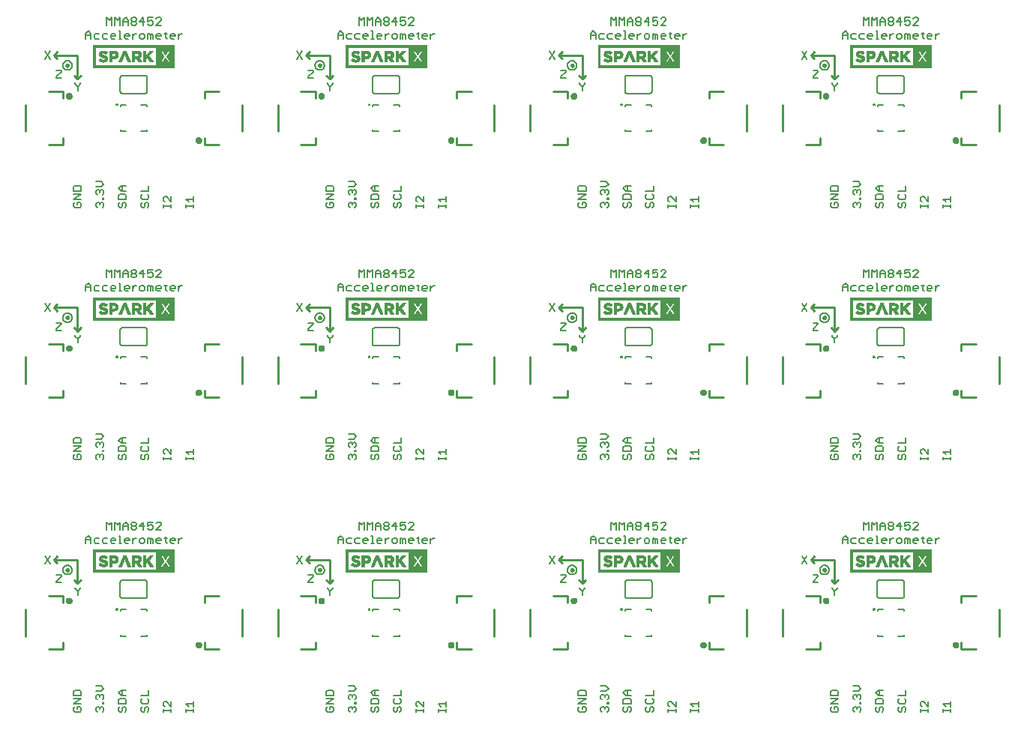
<source format=gto>
G75*
%MOIN*%
%OFA0B0*%
%FSLAX25Y25*%
%IPPOS*%
%LPD*%
%AMOC8*
5,1,8,0,0,1.08239X$1,22.5*
%
%ADD10C,0.01000*%
%ADD11C,0.00600*%
%ADD12C,0.00700*%
%ADD13C,0.01575*%
%ADD14C,0.00039*%
%ADD15C,0.00800*%
D10*
X0066640Y0073154D02*
X0073136Y0073154D01*
X0073136Y0076106D01*
X0056404Y0079059D02*
X0056404Y0090870D01*
X0066640Y0096776D02*
X0073136Y0096776D01*
X0073136Y0093823D01*
X0079514Y0102465D02*
X0078014Y0103965D01*
X0079514Y0102465D02*
X0081014Y0103965D01*
X0079514Y0102465D02*
X0079514Y0112965D01*
X0069014Y0112965D01*
X0070514Y0114465D01*
X0069014Y0112965D02*
X0070514Y0111465D01*
X0074514Y0108465D02*
X0074516Y0108509D01*
X0074522Y0108553D01*
X0074532Y0108596D01*
X0074545Y0108638D01*
X0074562Y0108679D01*
X0074583Y0108718D01*
X0074607Y0108755D01*
X0074634Y0108790D01*
X0074664Y0108822D01*
X0074697Y0108852D01*
X0074733Y0108878D01*
X0074770Y0108902D01*
X0074810Y0108921D01*
X0074851Y0108938D01*
X0074894Y0108950D01*
X0074937Y0108959D01*
X0074981Y0108964D01*
X0075025Y0108965D01*
X0075069Y0108962D01*
X0075113Y0108955D01*
X0075156Y0108944D01*
X0075198Y0108930D01*
X0075238Y0108912D01*
X0075277Y0108890D01*
X0075313Y0108866D01*
X0075347Y0108838D01*
X0075379Y0108807D01*
X0075408Y0108773D01*
X0075434Y0108737D01*
X0075456Y0108699D01*
X0075475Y0108659D01*
X0075490Y0108617D01*
X0075502Y0108575D01*
X0075510Y0108531D01*
X0075514Y0108487D01*
X0075514Y0108443D01*
X0075510Y0108399D01*
X0075502Y0108355D01*
X0075490Y0108313D01*
X0075475Y0108271D01*
X0075456Y0108231D01*
X0075434Y0108193D01*
X0075408Y0108157D01*
X0075379Y0108123D01*
X0075347Y0108092D01*
X0075313Y0108064D01*
X0075277Y0108040D01*
X0075238Y0108018D01*
X0075198Y0108000D01*
X0075156Y0107986D01*
X0075113Y0107975D01*
X0075069Y0107968D01*
X0075025Y0107965D01*
X0074981Y0107966D01*
X0074937Y0107971D01*
X0074894Y0107980D01*
X0074851Y0107992D01*
X0074810Y0108009D01*
X0074770Y0108028D01*
X0074733Y0108052D01*
X0074697Y0108078D01*
X0074664Y0108108D01*
X0074634Y0108140D01*
X0074607Y0108175D01*
X0074583Y0108212D01*
X0074562Y0108251D01*
X0074545Y0108292D01*
X0074532Y0108334D01*
X0074522Y0108377D01*
X0074516Y0108421D01*
X0074514Y0108465D01*
X0135892Y0096776D02*
X0135892Y0093823D01*
X0135892Y0096776D02*
X0142388Y0096776D01*
X0152625Y0090870D02*
X0152625Y0079059D01*
X0142388Y0073154D02*
X0135892Y0073154D01*
X0135892Y0076106D01*
X0168609Y0079059D02*
X0168609Y0090870D01*
X0178845Y0096776D02*
X0185341Y0096776D01*
X0185341Y0093823D01*
X0191719Y0102465D02*
X0190219Y0103965D01*
X0191719Y0102465D02*
X0193219Y0103965D01*
X0191719Y0102465D02*
X0191719Y0112965D01*
X0181219Y0112965D01*
X0182719Y0114465D01*
X0181219Y0112965D02*
X0182719Y0111465D01*
X0186719Y0108465D02*
X0186721Y0108509D01*
X0186727Y0108553D01*
X0186737Y0108596D01*
X0186750Y0108638D01*
X0186767Y0108679D01*
X0186788Y0108718D01*
X0186812Y0108755D01*
X0186839Y0108790D01*
X0186869Y0108822D01*
X0186902Y0108852D01*
X0186938Y0108878D01*
X0186975Y0108902D01*
X0187015Y0108921D01*
X0187056Y0108938D01*
X0187099Y0108950D01*
X0187142Y0108959D01*
X0187186Y0108964D01*
X0187230Y0108965D01*
X0187274Y0108962D01*
X0187318Y0108955D01*
X0187361Y0108944D01*
X0187403Y0108930D01*
X0187443Y0108912D01*
X0187482Y0108890D01*
X0187518Y0108866D01*
X0187552Y0108838D01*
X0187584Y0108807D01*
X0187613Y0108773D01*
X0187639Y0108737D01*
X0187661Y0108699D01*
X0187680Y0108659D01*
X0187695Y0108617D01*
X0187707Y0108575D01*
X0187715Y0108531D01*
X0187719Y0108487D01*
X0187719Y0108443D01*
X0187715Y0108399D01*
X0187707Y0108355D01*
X0187695Y0108313D01*
X0187680Y0108271D01*
X0187661Y0108231D01*
X0187639Y0108193D01*
X0187613Y0108157D01*
X0187584Y0108123D01*
X0187552Y0108092D01*
X0187518Y0108064D01*
X0187482Y0108040D01*
X0187443Y0108018D01*
X0187403Y0108000D01*
X0187361Y0107986D01*
X0187318Y0107975D01*
X0187274Y0107968D01*
X0187230Y0107965D01*
X0187186Y0107966D01*
X0187142Y0107971D01*
X0187099Y0107980D01*
X0187056Y0107992D01*
X0187015Y0108009D01*
X0186975Y0108028D01*
X0186938Y0108052D01*
X0186902Y0108078D01*
X0186869Y0108108D01*
X0186839Y0108140D01*
X0186812Y0108175D01*
X0186788Y0108212D01*
X0186767Y0108251D01*
X0186750Y0108292D01*
X0186737Y0108334D01*
X0186727Y0108377D01*
X0186721Y0108421D01*
X0186719Y0108465D01*
X0185341Y0076106D02*
X0185341Y0073154D01*
X0178845Y0073154D01*
X0248097Y0073154D02*
X0248097Y0076106D01*
X0248097Y0073154D02*
X0254593Y0073154D01*
X0264829Y0079059D02*
X0264829Y0090870D01*
X0254593Y0096776D02*
X0248097Y0096776D01*
X0248097Y0093823D01*
X0280814Y0090870D02*
X0280814Y0079059D01*
X0291050Y0073154D02*
X0297546Y0073154D01*
X0297546Y0076106D01*
X0297546Y0093823D02*
X0297546Y0096776D01*
X0291050Y0096776D01*
X0302424Y0103965D02*
X0303924Y0102465D01*
X0305424Y0103965D01*
X0303924Y0102465D02*
X0303924Y0112965D01*
X0293424Y0112965D01*
X0294924Y0114465D01*
X0293424Y0112965D02*
X0294924Y0111465D01*
X0298924Y0108465D02*
X0298926Y0108509D01*
X0298932Y0108553D01*
X0298942Y0108596D01*
X0298955Y0108638D01*
X0298972Y0108679D01*
X0298993Y0108718D01*
X0299017Y0108755D01*
X0299044Y0108790D01*
X0299074Y0108822D01*
X0299107Y0108852D01*
X0299143Y0108878D01*
X0299180Y0108902D01*
X0299220Y0108921D01*
X0299261Y0108938D01*
X0299304Y0108950D01*
X0299347Y0108959D01*
X0299391Y0108964D01*
X0299435Y0108965D01*
X0299479Y0108962D01*
X0299523Y0108955D01*
X0299566Y0108944D01*
X0299608Y0108930D01*
X0299648Y0108912D01*
X0299687Y0108890D01*
X0299723Y0108866D01*
X0299757Y0108838D01*
X0299789Y0108807D01*
X0299818Y0108773D01*
X0299844Y0108737D01*
X0299866Y0108699D01*
X0299885Y0108659D01*
X0299900Y0108617D01*
X0299912Y0108575D01*
X0299920Y0108531D01*
X0299924Y0108487D01*
X0299924Y0108443D01*
X0299920Y0108399D01*
X0299912Y0108355D01*
X0299900Y0108313D01*
X0299885Y0108271D01*
X0299866Y0108231D01*
X0299844Y0108193D01*
X0299818Y0108157D01*
X0299789Y0108123D01*
X0299757Y0108092D01*
X0299723Y0108064D01*
X0299687Y0108040D01*
X0299648Y0108018D01*
X0299608Y0108000D01*
X0299566Y0107986D01*
X0299523Y0107975D01*
X0299479Y0107968D01*
X0299435Y0107965D01*
X0299391Y0107966D01*
X0299347Y0107971D01*
X0299304Y0107980D01*
X0299261Y0107992D01*
X0299220Y0108009D01*
X0299180Y0108028D01*
X0299143Y0108052D01*
X0299107Y0108078D01*
X0299074Y0108108D01*
X0299044Y0108140D01*
X0299017Y0108175D01*
X0298993Y0108212D01*
X0298972Y0108251D01*
X0298955Y0108292D01*
X0298942Y0108334D01*
X0298932Y0108377D01*
X0298926Y0108421D01*
X0298924Y0108465D01*
X0360302Y0096776D02*
X0360302Y0093823D01*
X0360302Y0096776D02*
X0366798Y0096776D01*
X0377034Y0090870D02*
X0377034Y0079059D01*
X0366798Y0073154D02*
X0360302Y0073154D01*
X0360302Y0076106D01*
X0393018Y0079059D02*
X0393018Y0090870D01*
X0403255Y0096776D02*
X0409751Y0096776D01*
X0409751Y0093823D01*
X0416129Y0102465D02*
X0414629Y0103965D01*
X0416129Y0102465D02*
X0417629Y0103965D01*
X0416129Y0102465D02*
X0416129Y0112965D01*
X0405629Y0112965D01*
X0407129Y0114465D01*
X0405629Y0112965D02*
X0407129Y0111465D01*
X0411129Y0108465D02*
X0411131Y0108509D01*
X0411137Y0108553D01*
X0411147Y0108596D01*
X0411160Y0108638D01*
X0411177Y0108679D01*
X0411198Y0108718D01*
X0411222Y0108755D01*
X0411249Y0108790D01*
X0411279Y0108822D01*
X0411312Y0108852D01*
X0411348Y0108878D01*
X0411385Y0108902D01*
X0411425Y0108921D01*
X0411466Y0108938D01*
X0411509Y0108950D01*
X0411552Y0108959D01*
X0411596Y0108964D01*
X0411640Y0108965D01*
X0411684Y0108962D01*
X0411728Y0108955D01*
X0411771Y0108944D01*
X0411813Y0108930D01*
X0411853Y0108912D01*
X0411892Y0108890D01*
X0411928Y0108866D01*
X0411962Y0108838D01*
X0411994Y0108807D01*
X0412023Y0108773D01*
X0412049Y0108737D01*
X0412071Y0108699D01*
X0412090Y0108659D01*
X0412105Y0108617D01*
X0412117Y0108575D01*
X0412125Y0108531D01*
X0412129Y0108487D01*
X0412129Y0108443D01*
X0412125Y0108399D01*
X0412117Y0108355D01*
X0412105Y0108313D01*
X0412090Y0108271D01*
X0412071Y0108231D01*
X0412049Y0108193D01*
X0412023Y0108157D01*
X0411994Y0108123D01*
X0411962Y0108092D01*
X0411928Y0108064D01*
X0411892Y0108040D01*
X0411853Y0108018D01*
X0411813Y0108000D01*
X0411771Y0107986D01*
X0411728Y0107975D01*
X0411684Y0107968D01*
X0411640Y0107965D01*
X0411596Y0107966D01*
X0411552Y0107971D01*
X0411509Y0107980D01*
X0411466Y0107992D01*
X0411425Y0108009D01*
X0411385Y0108028D01*
X0411348Y0108052D01*
X0411312Y0108078D01*
X0411279Y0108108D01*
X0411249Y0108140D01*
X0411222Y0108175D01*
X0411198Y0108212D01*
X0411177Y0108251D01*
X0411160Y0108292D01*
X0411147Y0108334D01*
X0411137Y0108377D01*
X0411131Y0108421D01*
X0411129Y0108465D01*
X0409751Y0076106D02*
X0409751Y0073154D01*
X0403255Y0073154D01*
X0472507Y0073154D02*
X0472507Y0076106D01*
X0472507Y0073154D02*
X0479003Y0073154D01*
X0489239Y0079059D02*
X0489239Y0090870D01*
X0479003Y0096776D02*
X0472507Y0096776D01*
X0472507Y0093823D01*
X0472507Y0185358D02*
X0472507Y0188311D01*
X0472507Y0185358D02*
X0479003Y0185358D01*
X0489239Y0191264D02*
X0489239Y0203075D01*
X0479003Y0208980D02*
X0472507Y0208980D01*
X0472507Y0206028D01*
X0417629Y0216169D02*
X0416129Y0214669D01*
X0414629Y0216169D01*
X0416129Y0214669D02*
X0416129Y0225169D01*
X0405629Y0225169D01*
X0407129Y0226669D01*
X0405629Y0225169D02*
X0407129Y0223669D01*
X0411129Y0220669D02*
X0411131Y0220713D01*
X0411137Y0220757D01*
X0411147Y0220800D01*
X0411160Y0220842D01*
X0411177Y0220883D01*
X0411198Y0220922D01*
X0411222Y0220959D01*
X0411249Y0220994D01*
X0411279Y0221026D01*
X0411312Y0221056D01*
X0411348Y0221082D01*
X0411385Y0221106D01*
X0411425Y0221125D01*
X0411466Y0221142D01*
X0411509Y0221154D01*
X0411552Y0221163D01*
X0411596Y0221168D01*
X0411640Y0221169D01*
X0411684Y0221166D01*
X0411728Y0221159D01*
X0411771Y0221148D01*
X0411813Y0221134D01*
X0411853Y0221116D01*
X0411892Y0221094D01*
X0411928Y0221070D01*
X0411962Y0221042D01*
X0411994Y0221011D01*
X0412023Y0220977D01*
X0412049Y0220941D01*
X0412071Y0220903D01*
X0412090Y0220863D01*
X0412105Y0220821D01*
X0412117Y0220779D01*
X0412125Y0220735D01*
X0412129Y0220691D01*
X0412129Y0220647D01*
X0412125Y0220603D01*
X0412117Y0220559D01*
X0412105Y0220517D01*
X0412090Y0220475D01*
X0412071Y0220435D01*
X0412049Y0220397D01*
X0412023Y0220361D01*
X0411994Y0220327D01*
X0411962Y0220296D01*
X0411928Y0220268D01*
X0411892Y0220244D01*
X0411853Y0220222D01*
X0411813Y0220204D01*
X0411771Y0220190D01*
X0411728Y0220179D01*
X0411684Y0220172D01*
X0411640Y0220169D01*
X0411596Y0220170D01*
X0411552Y0220175D01*
X0411509Y0220184D01*
X0411466Y0220196D01*
X0411425Y0220213D01*
X0411385Y0220232D01*
X0411348Y0220256D01*
X0411312Y0220282D01*
X0411279Y0220312D01*
X0411249Y0220344D01*
X0411222Y0220379D01*
X0411198Y0220416D01*
X0411177Y0220455D01*
X0411160Y0220496D01*
X0411147Y0220538D01*
X0411137Y0220581D01*
X0411131Y0220625D01*
X0411129Y0220669D01*
X0409751Y0208980D02*
X0403255Y0208980D01*
X0409751Y0208980D02*
X0409751Y0206028D01*
X0393018Y0203075D02*
X0393018Y0191264D01*
X0403255Y0185358D02*
X0409751Y0185358D01*
X0409751Y0188311D01*
X0377034Y0191264D02*
X0377034Y0203075D01*
X0366798Y0208980D02*
X0360302Y0208980D01*
X0360302Y0206028D01*
X0360302Y0188311D02*
X0360302Y0185358D01*
X0366798Y0185358D01*
X0305424Y0216169D02*
X0303924Y0214669D01*
X0302424Y0216169D01*
X0303924Y0214669D02*
X0303924Y0225169D01*
X0293424Y0225169D01*
X0294924Y0226669D01*
X0293424Y0225169D02*
X0294924Y0223669D01*
X0298924Y0220669D02*
X0298926Y0220713D01*
X0298932Y0220757D01*
X0298942Y0220800D01*
X0298955Y0220842D01*
X0298972Y0220883D01*
X0298993Y0220922D01*
X0299017Y0220959D01*
X0299044Y0220994D01*
X0299074Y0221026D01*
X0299107Y0221056D01*
X0299143Y0221082D01*
X0299180Y0221106D01*
X0299220Y0221125D01*
X0299261Y0221142D01*
X0299304Y0221154D01*
X0299347Y0221163D01*
X0299391Y0221168D01*
X0299435Y0221169D01*
X0299479Y0221166D01*
X0299523Y0221159D01*
X0299566Y0221148D01*
X0299608Y0221134D01*
X0299648Y0221116D01*
X0299687Y0221094D01*
X0299723Y0221070D01*
X0299757Y0221042D01*
X0299789Y0221011D01*
X0299818Y0220977D01*
X0299844Y0220941D01*
X0299866Y0220903D01*
X0299885Y0220863D01*
X0299900Y0220821D01*
X0299912Y0220779D01*
X0299920Y0220735D01*
X0299924Y0220691D01*
X0299924Y0220647D01*
X0299920Y0220603D01*
X0299912Y0220559D01*
X0299900Y0220517D01*
X0299885Y0220475D01*
X0299866Y0220435D01*
X0299844Y0220397D01*
X0299818Y0220361D01*
X0299789Y0220327D01*
X0299757Y0220296D01*
X0299723Y0220268D01*
X0299687Y0220244D01*
X0299648Y0220222D01*
X0299608Y0220204D01*
X0299566Y0220190D01*
X0299523Y0220179D01*
X0299479Y0220172D01*
X0299435Y0220169D01*
X0299391Y0220170D01*
X0299347Y0220175D01*
X0299304Y0220184D01*
X0299261Y0220196D01*
X0299220Y0220213D01*
X0299180Y0220232D01*
X0299143Y0220256D01*
X0299107Y0220282D01*
X0299074Y0220312D01*
X0299044Y0220344D01*
X0299017Y0220379D01*
X0298993Y0220416D01*
X0298972Y0220455D01*
X0298955Y0220496D01*
X0298942Y0220538D01*
X0298932Y0220581D01*
X0298926Y0220625D01*
X0298924Y0220669D01*
X0297546Y0208980D02*
X0291050Y0208980D01*
X0297546Y0208980D02*
X0297546Y0206028D01*
X0280814Y0203075D02*
X0280814Y0191264D01*
X0291050Y0185358D02*
X0297546Y0185358D01*
X0297546Y0188311D01*
X0264829Y0191264D02*
X0264829Y0203075D01*
X0254593Y0208980D02*
X0248097Y0208980D01*
X0248097Y0206028D01*
X0248097Y0188311D02*
X0248097Y0185358D01*
X0254593Y0185358D01*
X0193219Y0216169D02*
X0191719Y0214669D01*
X0190219Y0216169D01*
X0191719Y0214669D02*
X0191719Y0225169D01*
X0181219Y0225169D01*
X0182719Y0226669D01*
X0181219Y0225169D02*
X0182719Y0223669D01*
X0186719Y0220669D02*
X0186721Y0220713D01*
X0186727Y0220757D01*
X0186737Y0220800D01*
X0186750Y0220842D01*
X0186767Y0220883D01*
X0186788Y0220922D01*
X0186812Y0220959D01*
X0186839Y0220994D01*
X0186869Y0221026D01*
X0186902Y0221056D01*
X0186938Y0221082D01*
X0186975Y0221106D01*
X0187015Y0221125D01*
X0187056Y0221142D01*
X0187099Y0221154D01*
X0187142Y0221163D01*
X0187186Y0221168D01*
X0187230Y0221169D01*
X0187274Y0221166D01*
X0187318Y0221159D01*
X0187361Y0221148D01*
X0187403Y0221134D01*
X0187443Y0221116D01*
X0187482Y0221094D01*
X0187518Y0221070D01*
X0187552Y0221042D01*
X0187584Y0221011D01*
X0187613Y0220977D01*
X0187639Y0220941D01*
X0187661Y0220903D01*
X0187680Y0220863D01*
X0187695Y0220821D01*
X0187707Y0220779D01*
X0187715Y0220735D01*
X0187719Y0220691D01*
X0187719Y0220647D01*
X0187715Y0220603D01*
X0187707Y0220559D01*
X0187695Y0220517D01*
X0187680Y0220475D01*
X0187661Y0220435D01*
X0187639Y0220397D01*
X0187613Y0220361D01*
X0187584Y0220327D01*
X0187552Y0220296D01*
X0187518Y0220268D01*
X0187482Y0220244D01*
X0187443Y0220222D01*
X0187403Y0220204D01*
X0187361Y0220190D01*
X0187318Y0220179D01*
X0187274Y0220172D01*
X0187230Y0220169D01*
X0187186Y0220170D01*
X0187142Y0220175D01*
X0187099Y0220184D01*
X0187056Y0220196D01*
X0187015Y0220213D01*
X0186975Y0220232D01*
X0186938Y0220256D01*
X0186902Y0220282D01*
X0186869Y0220312D01*
X0186839Y0220344D01*
X0186812Y0220379D01*
X0186788Y0220416D01*
X0186767Y0220455D01*
X0186750Y0220496D01*
X0186737Y0220538D01*
X0186727Y0220581D01*
X0186721Y0220625D01*
X0186719Y0220669D01*
X0185341Y0208980D02*
X0178845Y0208980D01*
X0185341Y0208980D02*
X0185341Y0206028D01*
X0168609Y0203075D02*
X0168609Y0191264D01*
X0178845Y0185358D02*
X0185341Y0185358D01*
X0185341Y0188311D01*
X0152625Y0191264D02*
X0152625Y0203075D01*
X0142388Y0208980D02*
X0135892Y0208980D01*
X0135892Y0206028D01*
X0135892Y0188311D02*
X0135892Y0185358D01*
X0142388Y0185358D01*
X0081014Y0216169D02*
X0079514Y0214669D01*
X0078014Y0216169D01*
X0079514Y0214669D02*
X0079514Y0225169D01*
X0069014Y0225169D01*
X0070514Y0226669D01*
X0069014Y0225169D02*
X0070514Y0223669D01*
X0074514Y0220669D02*
X0074516Y0220713D01*
X0074522Y0220757D01*
X0074532Y0220800D01*
X0074545Y0220842D01*
X0074562Y0220883D01*
X0074583Y0220922D01*
X0074607Y0220959D01*
X0074634Y0220994D01*
X0074664Y0221026D01*
X0074697Y0221056D01*
X0074733Y0221082D01*
X0074770Y0221106D01*
X0074810Y0221125D01*
X0074851Y0221142D01*
X0074894Y0221154D01*
X0074937Y0221163D01*
X0074981Y0221168D01*
X0075025Y0221169D01*
X0075069Y0221166D01*
X0075113Y0221159D01*
X0075156Y0221148D01*
X0075198Y0221134D01*
X0075238Y0221116D01*
X0075277Y0221094D01*
X0075313Y0221070D01*
X0075347Y0221042D01*
X0075379Y0221011D01*
X0075408Y0220977D01*
X0075434Y0220941D01*
X0075456Y0220903D01*
X0075475Y0220863D01*
X0075490Y0220821D01*
X0075502Y0220779D01*
X0075510Y0220735D01*
X0075514Y0220691D01*
X0075514Y0220647D01*
X0075510Y0220603D01*
X0075502Y0220559D01*
X0075490Y0220517D01*
X0075475Y0220475D01*
X0075456Y0220435D01*
X0075434Y0220397D01*
X0075408Y0220361D01*
X0075379Y0220327D01*
X0075347Y0220296D01*
X0075313Y0220268D01*
X0075277Y0220244D01*
X0075238Y0220222D01*
X0075198Y0220204D01*
X0075156Y0220190D01*
X0075113Y0220179D01*
X0075069Y0220172D01*
X0075025Y0220169D01*
X0074981Y0220170D01*
X0074937Y0220175D01*
X0074894Y0220184D01*
X0074851Y0220196D01*
X0074810Y0220213D01*
X0074770Y0220232D01*
X0074733Y0220256D01*
X0074697Y0220282D01*
X0074664Y0220312D01*
X0074634Y0220344D01*
X0074607Y0220379D01*
X0074583Y0220416D01*
X0074562Y0220455D01*
X0074545Y0220496D01*
X0074532Y0220538D01*
X0074522Y0220581D01*
X0074516Y0220625D01*
X0074514Y0220669D01*
X0073136Y0208980D02*
X0066640Y0208980D01*
X0073136Y0208980D02*
X0073136Y0206028D01*
X0056404Y0203075D02*
X0056404Y0191264D01*
X0066640Y0185358D02*
X0073136Y0185358D01*
X0073136Y0188311D01*
X0073136Y0297563D02*
X0066640Y0297563D01*
X0073136Y0297563D02*
X0073136Y0300516D01*
X0056404Y0303469D02*
X0056404Y0315280D01*
X0066640Y0321185D02*
X0073136Y0321185D01*
X0073136Y0318232D01*
X0079514Y0326874D02*
X0078014Y0328374D01*
X0079514Y0326874D02*
X0081014Y0328374D01*
X0079514Y0326874D02*
X0079514Y0337374D01*
X0069014Y0337374D01*
X0070514Y0338874D01*
X0069014Y0337374D02*
X0070514Y0335874D01*
X0074514Y0332874D02*
X0074516Y0332918D01*
X0074522Y0332962D01*
X0074532Y0333005D01*
X0074545Y0333047D01*
X0074562Y0333088D01*
X0074583Y0333127D01*
X0074607Y0333164D01*
X0074634Y0333199D01*
X0074664Y0333231D01*
X0074697Y0333261D01*
X0074733Y0333287D01*
X0074770Y0333311D01*
X0074810Y0333330D01*
X0074851Y0333347D01*
X0074894Y0333359D01*
X0074937Y0333368D01*
X0074981Y0333373D01*
X0075025Y0333374D01*
X0075069Y0333371D01*
X0075113Y0333364D01*
X0075156Y0333353D01*
X0075198Y0333339D01*
X0075238Y0333321D01*
X0075277Y0333299D01*
X0075313Y0333275D01*
X0075347Y0333247D01*
X0075379Y0333216D01*
X0075408Y0333182D01*
X0075434Y0333146D01*
X0075456Y0333108D01*
X0075475Y0333068D01*
X0075490Y0333026D01*
X0075502Y0332984D01*
X0075510Y0332940D01*
X0075514Y0332896D01*
X0075514Y0332852D01*
X0075510Y0332808D01*
X0075502Y0332764D01*
X0075490Y0332722D01*
X0075475Y0332680D01*
X0075456Y0332640D01*
X0075434Y0332602D01*
X0075408Y0332566D01*
X0075379Y0332532D01*
X0075347Y0332501D01*
X0075313Y0332473D01*
X0075277Y0332449D01*
X0075238Y0332427D01*
X0075198Y0332409D01*
X0075156Y0332395D01*
X0075113Y0332384D01*
X0075069Y0332377D01*
X0075025Y0332374D01*
X0074981Y0332375D01*
X0074937Y0332380D01*
X0074894Y0332389D01*
X0074851Y0332401D01*
X0074810Y0332418D01*
X0074770Y0332437D01*
X0074733Y0332461D01*
X0074697Y0332487D01*
X0074664Y0332517D01*
X0074634Y0332549D01*
X0074607Y0332584D01*
X0074583Y0332621D01*
X0074562Y0332660D01*
X0074545Y0332701D01*
X0074532Y0332743D01*
X0074522Y0332786D01*
X0074516Y0332830D01*
X0074514Y0332874D01*
X0135892Y0321185D02*
X0142388Y0321185D01*
X0152625Y0315280D02*
X0152625Y0303469D01*
X0142388Y0297563D02*
X0135892Y0297563D01*
X0135892Y0300516D01*
X0135892Y0318232D02*
X0135892Y0321185D01*
X0168609Y0315280D02*
X0168609Y0303469D01*
X0178845Y0297563D02*
X0185341Y0297563D01*
X0185341Y0300516D01*
X0185341Y0318232D02*
X0185341Y0321185D01*
X0178845Y0321185D01*
X0190219Y0328374D02*
X0191719Y0326874D01*
X0193219Y0328374D01*
X0191719Y0326874D02*
X0191719Y0337374D01*
X0181219Y0337374D01*
X0182719Y0338874D01*
X0181219Y0337374D02*
X0182719Y0335874D01*
X0186719Y0332874D02*
X0186721Y0332918D01*
X0186727Y0332962D01*
X0186737Y0333005D01*
X0186750Y0333047D01*
X0186767Y0333088D01*
X0186788Y0333127D01*
X0186812Y0333164D01*
X0186839Y0333199D01*
X0186869Y0333231D01*
X0186902Y0333261D01*
X0186938Y0333287D01*
X0186975Y0333311D01*
X0187015Y0333330D01*
X0187056Y0333347D01*
X0187099Y0333359D01*
X0187142Y0333368D01*
X0187186Y0333373D01*
X0187230Y0333374D01*
X0187274Y0333371D01*
X0187318Y0333364D01*
X0187361Y0333353D01*
X0187403Y0333339D01*
X0187443Y0333321D01*
X0187482Y0333299D01*
X0187518Y0333275D01*
X0187552Y0333247D01*
X0187584Y0333216D01*
X0187613Y0333182D01*
X0187639Y0333146D01*
X0187661Y0333108D01*
X0187680Y0333068D01*
X0187695Y0333026D01*
X0187707Y0332984D01*
X0187715Y0332940D01*
X0187719Y0332896D01*
X0187719Y0332852D01*
X0187715Y0332808D01*
X0187707Y0332764D01*
X0187695Y0332722D01*
X0187680Y0332680D01*
X0187661Y0332640D01*
X0187639Y0332602D01*
X0187613Y0332566D01*
X0187584Y0332532D01*
X0187552Y0332501D01*
X0187518Y0332473D01*
X0187482Y0332449D01*
X0187443Y0332427D01*
X0187403Y0332409D01*
X0187361Y0332395D01*
X0187318Y0332384D01*
X0187274Y0332377D01*
X0187230Y0332374D01*
X0187186Y0332375D01*
X0187142Y0332380D01*
X0187099Y0332389D01*
X0187056Y0332401D01*
X0187015Y0332418D01*
X0186975Y0332437D01*
X0186938Y0332461D01*
X0186902Y0332487D01*
X0186869Y0332517D01*
X0186839Y0332549D01*
X0186812Y0332584D01*
X0186788Y0332621D01*
X0186767Y0332660D01*
X0186750Y0332701D01*
X0186737Y0332743D01*
X0186727Y0332786D01*
X0186721Y0332830D01*
X0186719Y0332874D01*
X0248097Y0321185D02*
X0254593Y0321185D01*
X0248097Y0321185D02*
X0248097Y0318232D01*
X0264829Y0315280D02*
X0264829Y0303469D01*
X0254593Y0297563D02*
X0248097Y0297563D01*
X0248097Y0300516D01*
X0280814Y0303469D02*
X0280814Y0315280D01*
X0291050Y0321185D02*
X0297546Y0321185D01*
X0297546Y0318232D01*
X0303924Y0326874D02*
X0302424Y0328374D01*
X0303924Y0326874D02*
X0305424Y0328374D01*
X0303924Y0326874D02*
X0303924Y0337374D01*
X0293424Y0337374D01*
X0294924Y0338874D01*
X0293424Y0337374D02*
X0294924Y0335874D01*
X0298924Y0332874D02*
X0298926Y0332918D01*
X0298932Y0332962D01*
X0298942Y0333005D01*
X0298955Y0333047D01*
X0298972Y0333088D01*
X0298993Y0333127D01*
X0299017Y0333164D01*
X0299044Y0333199D01*
X0299074Y0333231D01*
X0299107Y0333261D01*
X0299143Y0333287D01*
X0299180Y0333311D01*
X0299220Y0333330D01*
X0299261Y0333347D01*
X0299304Y0333359D01*
X0299347Y0333368D01*
X0299391Y0333373D01*
X0299435Y0333374D01*
X0299479Y0333371D01*
X0299523Y0333364D01*
X0299566Y0333353D01*
X0299608Y0333339D01*
X0299648Y0333321D01*
X0299687Y0333299D01*
X0299723Y0333275D01*
X0299757Y0333247D01*
X0299789Y0333216D01*
X0299818Y0333182D01*
X0299844Y0333146D01*
X0299866Y0333108D01*
X0299885Y0333068D01*
X0299900Y0333026D01*
X0299912Y0332984D01*
X0299920Y0332940D01*
X0299924Y0332896D01*
X0299924Y0332852D01*
X0299920Y0332808D01*
X0299912Y0332764D01*
X0299900Y0332722D01*
X0299885Y0332680D01*
X0299866Y0332640D01*
X0299844Y0332602D01*
X0299818Y0332566D01*
X0299789Y0332532D01*
X0299757Y0332501D01*
X0299723Y0332473D01*
X0299687Y0332449D01*
X0299648Y0332427D01*
X0299608Y0332409D01*
X0299566Y0332395D01*
X0299523Y0332384D01*
X0299479Y0332377D01*
X0299435Y0332374D01*
X0299391Y0332375D01*
X0299347Y0332380D01*
X0299304Y0332389D01*
X0299261Y0332401D01*
X0299220Y0332418D01*
X0299180Y0332437D01*
X0299143Y0332461D01*
X0299107Y0332487D01*
X0299074Y0332517D01*
X0299044Y0332549D01*
X0299017Y0332584D01*
X0298993Y0332621D01*
X0298972Y0332660D01*
X0298955Y0332701D01*
X0298942Y0332743D01*
X0298932Y0332786D01*
X0298926Y0332830D01*
X0298924Y0332874D01*
X0297546Y0300516D02*
X0297546Y0297563D01*
X0291050Y0297563D01*
X0360302Y0297563D02*
X0360302Y0300516D01*
X0360302Y0297563D02*
X0366798Y0297563D01*
X0377034Y0303469D02*
X0377034Y0315280D01*
X0366798Y0321185D02*
X0360302Y0321185D01*
X0360302Y0318232D01*
X0393018Y0315280D02*
X0393018Y0303469D01*
X0403255Y0297563D02*
X0409751Y0297563D01*
X0409751Y0300516D01*
X0409751Y0318232D02*
X0409751Y0321185D01*
X0403255Y0321185D01*
X0414629Y0328374D02*
X0416129Y0326874D01*
X0417629Y0328374D01*
X0416129Y0326874D02*
X0416129Y0337374D01*
X0405629Y0337374D01*
X0407129Y0338874D01*
X0405629Y0337374D02*
X0407129Y0335874D01*
X0411129Y0332874D02*
X0411131Y0332918D01*
X0411137Y0332962D01*
X0411147Y0333005D01*
X0411160Y0333047D01*
X0411177Y0333088D01*
X0411198Y0333127D01*
X0411222Y0333164D01*
X0411249Y0333199D01*
X0411279Y0333231D01*
X0411312Y0333261D01*
X0411348Y0333287D01*
X0411385Y0333311D01*
X0411425Y0333330D01*
X0411466Y0333347D01*
X0411509Y0333359D01*
X0411552Y0333368D01*
X0411596Y0333373D01*
X0411640Y0333374D01*
X0411684Y0333371D01*
X0411728Y0333364D01*
X0411771Y0333353D01*
X0411813Y0333339D01*
X0411853Y0333321D01*
X0411892Y0333299D01*
X0411928Y0333275D01*
X0411962Y0333247D01*
X0411994Y0333216D01*
X0412023Y0333182D01*
X0412049Y0333146D01*
X0412071Y0333108D01*
X0412090Y0333068D01*
X0412105Y0333026D01*
X0412117Y0332984D01*
X0412125Y0332940D01*
X0412129Y0332896D01*
X0412129Y0332852D01*
X0412125Y0332808D01*
X0412117Y0332764D01*
X0412105Y0332722D01*
X0412090Y0332680D01*
X0412071Y0332640D01*
X0412049Y0332602D01*
X0412023Y0332566D01*
X0411994Y0332532D01*
X0411962Y0332501D01*
X0411928Y0332473D01*
X0411892Y0332449D01*
X0411853Y0332427D01*
X0411813Y0332409D01*
X0411771Y0332395D01*
X0411728Y0332384D01*
X0411684Y0332377D01*
X0411640Y0332374D01*
X0411596Y0332375D01*
X0411552Y0332380D01*
X0411509Y0332389D01*
X0411466Y0332401D01*
X0411425Y0332418D01*
X0411385Y0332437D01*
X0411348Y0332461D01*
X0411312Y0332487D01*
X0411279Y0332517D01*
X0411249Y0332549D01*
X0411222Y0332584D01*
X0411198Y0332621D01*
X0411177Y0332660D01*
X0411160Y0332701D01*
X0411147Y0332743D01*
X0411137Y0332786D01*
X0411131Y0332830D01*
X0411129Y0332874D01*
X0472507Y0321185D02*
X0479003Y0321185D01*
X0472507Y0321185D02*
X0472507Y0318232D01*
X0489239Y0315280D02*
X0489239Y0303469D01*
X0479003Y0297563D02*
X0472507Y0297563D01*
X0472507Y0300516D01*
D11*
X0078379Y0045265D02*
X0077812Y0045832D01*
X0077812Y0046966D01*
X0078379Y0047533D01*
X0079513Y0047533D02*
X0079513Y0046399D01*
X0079513Y0047533D02*
X0080647Y0047533D01*
X0081214Y0046966D01*
X0081214Y0045832D01*
X0080647Y0045265D01*
X0078379Y0045265D01*
X0077812Y0048948D02*
X0081214Y0051216D01*
X0077812Y0051216D01*
X0077812Y0052631D02*
X0077812Y0054332D01*
X0078379Y0054899D01*
X0080647Y0054899D01*
X0081214Y0054332D01*
X0081214Y0052631D01*
X0077812Y0052631D01*
X0077812Y0048948D02*
X0081214Y0048948D01*
X0087812Y0046966D02*
X0088379Y0047533D01*
X0088946Y0047533D01*
X0089513Y0046966D01*
X0090080Y0047533D01*
X0090647Y0047533D01*
X0091214Y0046966D01*
X0091214Y0045832D01*
X0090647Y0045265D01*
X0089513Y0046399D02*
X0089513Y0046966D01*
X0087812Y0046966D02*
X0087812Y0045832D01*
X0088379Y0045265D01*
X0090647Y0048948D02*
X0090647Y0049515D01*
X0091214Y0049515D01*
X0091214Y0048948D01*
X0090647Y0048948D01*
X0090647Y0050789D02*
X0091214Y0051356D01*
X0091214Y0052491D01*
X0090647Y0053058D01*
X0090080Y0053058D01*
X0089513Y0052491D01*
X0089513Y0051924D01*
X0089513Y0052491D02*
X0088946Y0053058D01*
X0088379Y0053058D01*
X0087812Y0052491D01*
X0087812Y0051356D01*
X0088379Y0050789D01*
X0087812Y0054472D02*
X0090080Y0054472D01*
X0091214Y0055607D01*
X0090080Y0056741D01*
X0087812Y0056741D01*
X0097812Y0053765D02*
X0098946Y0054899D01*
X0101214Y0054899D01*
X0099513Y0054899D02*
X0099513Y0052631D01*
X0098946Y0052631D02*
X0097812Y0053765D01*
X0098946Y0052631D02*
X0101214Y0052631D01*
X0100647Y0051216D02*
X0098379Y0051216D01*
X0097812Y0050649D01*
X0097812Y0048948D01*
X0101214Y0048948D01*
X0101214Y0050649D01*
X0100647Y0051216D01*
X0100647Y0047533D02*
X0101214Y0046966D01*
X0101214Y0045832D01*
X0100647Y0045265D01*
X0099513Y0045832D02*
X0099513Y0046966D01*
X0100080Y0047533D01*
X0100647Y0047533D01*
X0099513Y0045832D02*
X0098946Y0045265D01*
X0098379Y0045265D01*
X0097812Y0045832D01*
X0097812Y0046966D01*
X0098379Y0047533D01*
X0107812Y0046966D02*
X0107812Y0045832D01*
X0108379Y0045265D01*
X0108946Y0045265D01*
X0109513Y0045832D01*
X0109513Y0046966D01*
X0110080Y0047533D01*
X0110647Y0047533D01*
X0111214Y0046966D01*
X0111214Y0045832D01*
X0110647Y0045265D01*
X0108379Y0047533D02*
X0107812Y0046966D01*
X0108379Y0048948D02*
X0110647Y0048948D01*
X0111214Y0049515D01*
X0111214Y0050649D01*
X0110647Y0051216D01*
X0111214Y0052631D02*
X0111214Y0054899D01*
X0111214Y0052631D02*
X0107812Y0052631D01*
X0108379Y0051216D02*
X0107812Y0050649D01*
X0107812Y0049515D01*
X0108379Y0048948D01*
X0117812Y0049421D02*
X0117812Y0048287D01*
X0118379Y0047720D01*
X0117812Y0046399D02*
X0117812Y0045265D01*
X0117812Y0045832D02*
X0121214Y0045832D01*
X0121214Y0045265D02*
X0121214Y0046399D01*
X0121214Y0047720D02*
X0118946Y0049989D01*
X0118379Y0049989D01*
X0117812Y0049421D01*
X0121214Y0049989D02*
X0121214Y0047720D01*
X0127812Y0048854D02*
X0131214Y0048854D01*
X0131214Y0047720D02*
X0131214Y0049989D01*
X0128946Y0047720D02*
X0127812Y0048854D01*
X0127812Y0046399D02*
X0127812Y0045265D01*
X0127812Y0045832D02*
X0131214Y0045832D01*
X0131214Y0045265D02*
X0131214Y0046399D01*
X0190016Y0045832D02*
X0190583Y0045265D01*
X0192852Y0045265D01*
X0193419Y0045832D01*
X0193419Y0046966D01*
X0192852Y0047533D01*
X0191718Y0047533D01*
X0191718Y0046399D01*
X0190583Y0047533D02*
X0190016Y0046966D01*
X0190016Y0045832D01*
X0190016Y0048948D02*
X0193419Y0051216D01*
X0190016Y0051216D01*
X0190016Y0052631D02*
X0190016Y0054332D01*
X0190583Y0054899D01*
X0192852Y0054899D01*
X0193419Y0054332D01*
X0193419Y0052631D01*
X0190016Y0052631D01*
X0190016Y0048948D02*
X0193419Y0048948D01*
X0200016Y0046966D02*
X0200583Y0047533D01*
X0201151Y0047533D01*
X0201718Y0046966D01*
X0202285Y0047533D01*
X0202852Y0047533D01*
X0203419Y0046966D01*
X0203419Y0045832D01*
X0202852Y0045265D01*
X0201718Y0046399D02*
X0201718Y0046966D01*
X0200016Y0046966D02*
X0200016Y0045832D01*
X0200583Y0045265D01*
X0202852Y0048948D02*
X0202852Y0049515D01*
X0203419Y0049515D01*
X0203419Y0048948D01*
X0202852Y0048948D01*
X0202852Y0050789D02*
X0203419Y0051356D01*
X0203419Y0052491D01*
X0202852Y0053058D01*
X0202285Y0053058D01*
X0201718Y0052491D01*
X0201718Y0051924D01*
X0201718Y0052491D02*
X0201151Y0053058D01*
X0200583Y0053058D01*
X0200016Y0052491D01*
X0200016Y0051356D01*
X0200583Y0050789D01*
X0200016Y0054472D02*
X0202285Y0054472D01*
X0203419Y0055607D01*
X0202285Y0056741D01*
X0200016Y0056741D01*
X0210016Y0053765D02*
X0211151Y0054899D01*
X0213419Y0054899D01*
X0211718Y0054899D02*
X0211718Y0052631D01*
X0211151Y0052631D02*
X0210016Y0053765D01*
X0211151Y0052631D02*
X0213419Y0052631D01*
X0212852Y0051216D02*
X0210583Y0051216D01*
X0210016Y0050649D01*
X0210016Y0048948D01*
X0213419Y0048948D01*
X0213419Y0050649D01*
X0212852Y0051216D01*
X0212852Y0047533D02*
X0213419Y0046966D01*
X0213419Y0045832D01*
X0212852Y0045265D01*
X0211718Y0045832D02*
X0211718Y0046966D01*
X0212285Y0047533D01*
X0212852Y0047533D01*
X0211718Y0045832D02*
X0211151Y0045265D01*
X0210583Y0045265D01*
X0210016Y0045832D01*
X0210016Y0046966D01*
X0210583Y0047533D01*
X0220016Y0046966D02*
X0220016Y0045832D01*
X0220583Y0045265D01*
X0221151Y0045265D01*
X0221718Y0045832D01*
X0221718Y0046966D01*
X0222285Y0047533D01*
X0222852Y0047533D01*
X0223419Y0046966D01*
X0223419Y0045832D01*
X0222852Y0045265D01*
X0220583Y0047533D02*
X0220016Y0046966D01*
X0220583Y0048948D02*
X0222852Y0048948D01*
X0223419Y0049515D01*
X0223419Y0050649D01*
X0222852Y0051216D01*
X0223419Y0052631D02*
X0223419Y0054899D01*
X0223419Y0052631D02*
X0220016Y0052631D01*
X0220583Y0051216D02*
X0220016Y0050649D01*
X0220016Y0049515D01*
X0220583Y0048948D01*
X0230016Y0049421D02*
X0230016Y0048287D01*
X0230583Y0047720D01*
X0230016Y0046399D02*
X0230016Y0045265D01*
X0230016Y0045832D02*
X0233419Y0045832D01*
X0233419Y0045265D02*
X0233419Y0046399D01*
X0233419Y0047720D02*
X0231151Y0049989D01*
X0230583Y0049989D01*
X0230016Y0049421D01*
X0233419Y0049989D02*
X0233419Y0047720D01*
X0240016Y0048854D02*
X0243419Y0048854D01*
X0243419Y0047720D02*
X0243419Y0049989D01*
X0241151Y0047720D02*
X0240016Y0048854D01*
X0240016Y0046399D02*
X0240016Y0045265D01*
X0240016Y0045832D02*
X0243419Y0045832D01*
X0243419Y0045265D02*
X0243419Y0046399D01*
X0302221Y0045832D02*
X0302788Y0045265D01*
X0305057Y0045265D01*
X0305624Y0045832D01*
X0305624Y0046966D01*
X0305057Y0047533D01*
X0303922Y0047533D01*
X0303922Y0046399D01*
X0302788Y0047533D02*
X0302221Y0046966D01*
X0302221Y0045832D01*
X0302221Y0048948D02*
X0305624Y0051216D01*
X0302221Y0051216D01*
X0302221Y0052631D02*
X0302221Y0054332D01*
X0302788Y0054899D01*
X0305057Y0054899D01*
X0305624Y0054332D01*
X0305624Y0052631D01*
X0302221Y0052631D01*
X0302221Y0048948D02*
X0305624Y0048948D01*
X0312221Y0046966D02*
X0312788Y0047533D01*
X0313355Y0047533D01*
X0313922Y0046966D01*
X0314490Y0047533D01*
X0315057Y0047533D01*
X0315624Y0046966D01*
X0315624Y0045832D01*
X0315057Y0045265D01*
X0313922Y0046399D02*
X0313922Y0046966D01*
X0312221Y0046966D02*
X0312221Y0045832D01*
X0312788Y0045265D01*
X0315057Y0048948D02*
X0315057Y0049515D01*
X0315624Y0049515D01*
X0315624Y0048948D01*
X0315057Y0048948D01*
X0315057Y0050789D02*
X0315624Y0051356D01*
X0315624Y0052491D01*
X0315057Y0053058D01*
X0314490Y0053058D01*
X0313922Y0052491D01*
X0313922Y0051924D01*
X0313922Y0052491D02*
X0313355Y0053058D01*
X0312788Y0053058D01*
X0312221Y0052491D01*
X0312221Y0051356D01*
X0312788Y0050789D01*
X0312221Y0054472D02*
X0314490Y0054472D01*
X0315624Y0055607D01*
X0314490Y0056741D01*
X0312221Y0056741D01*
X0322221Y0053765D02*
X0323355Y0054899D01*
X0325624Y0054899D01*
X0323922Y0054899D02*
X0323922Y0052631D01*
X0323355Y0052631D02*
X0322221Y0053765D01*
X0323355Y0052631D02*
X0325624Y0052631D01*
X0325057Y0051216D02*
X0322788Y0051216D01*
X0322221Y0050649D01*
X0322221Y0048948D01*
X0325624Y0048948D01*
X0325624Y0050649D01*
X0325057Y0051216D01*
X0325057Y0047533D02*
X0325624Y0046966D01*
X0325624Y0045832D01*
X0325057Y0045265D01*
X0323922Y0045832D02*
X0323922Y0046966D01*
X0324490Y0047533D01*
X0325057Y0047533D01*
X0323922Y0045832D02*
X0323355Y0045265D01*
X0322788Y0045265D01*
X0322221Y0045832D01*
X0322221Y0046966D01*
X0322788Y0047533D01*
X0332221Y0046966D02*
X0332221Y0045832D01*
X0332788Y0045265D01*
X0333355Y0045265D01*
X0333922Y0045832D01*
X0333922Y0046966D01*
X0334490Y0047533D01*
X0335057Y0047533D01*
X0335624Y0046966D01*
X0335624Y0045832D01*
X0335057Y0045265D01*
X0332788Y0047533D02*
X0332221Y0046966D01*
X0332788Y0048948D02*
X0335057Y0048948D01*
X0335624Y0049515D01*
X0335624Y0050649D01*
X0335057Y0051216D01*
X0335624Y0052631D02*
X0335624Y0054899D01*
X0335624Y0052631D02*
X0332221Y0052631D01*
X0332788Y0051216D02*
X0332221Y0050649D01*
X0332221Y0049515D01*
X0332788Y0048948D01*
X0342221Y0049421D02*
X0342221Y0048287D01*
X0342788Y0047720D01*
X0342221Y0046399D02*
X0342221Y0045265D01*
X0342221Y0045832D02*
X0345624Y0045832D01*
X0345624Y0045265D02*
X0345624Y0046399D01*
X0345624Y0047720D02*
X0343355Y0049989D01*
X0342788Y0049989D01*
X0342221Y0049421D01*
X0345624Y0049989D02*
X0345624Y0047720D01*
X0352221Y0048854D02*
X0355624Y0048854D01*
X0355624Y0047720D02*
X0355624Y0049989D01*
X0353355Y0047720D02*
X0352221Y0048854D01*
X0352221Y0046399D02*
X0352221Y0045265D01*
X0352221Y0045832D02*
X0355624Y0045832D01*
X0355624Y0045265D02*
X0355624Y0046399D01*
X0414426Y0045832D02*
X0414993Y0045265D01*
X0417261Y0045265D01*
X0417829Y0045832D01*
X0417829Y0046966D01*
X0417261Y0047533D01*
X0416127Y0047533D01*
X0416127Y0046399D01*
X0414993Y0047533D02*
X0414426Y0046966D01*
X0414426Y0045832D01*
X0414426Y0048948D02*
X0417829Y0051216D01*
X0414426Y0051216D01*
X0414426Y0052631D02*
X0414426Y0054332D01*
X0414993Y0054899D01*
X0417261Y0054899D01*
X0417829Y0054332D01*
X0417829Y0052631D01*
X0414426Y0052631D01*
X0414426Y0048948D02*
X0417829Y0048948D01*
X0424426Y0046966D02*
X0424993Y0047533D01*
X0425560Y0047533D01*
X0426127Y0046966D01*
X0426694Y0047533D01*
X0427261Y0047533D01*
X0427829Y0046966D01*
X0427829Y0045832D01*
X0427261Y0045265D01*
X0426127Y0046399D02*
X0426127Y0046966D01*
X0424426Y0046966D02*
X0424426Y0045832D01*
X0424993Y0045265D01*
X0427261Y0048948D02*
X0427261Y0049515D01*
X0427829Y0049515D01*
X0427829Y0048948D01*
X0427261Y0048948D01*
X0427261Y0050789D02*
X0427829Y0051356D01*
X0427829Y0052491D01*
X0427261Y0053058D01*
X0426694Y0053058D01*
X0426127Y0052491D01*
X0426127Y0051924D01*
X0426127Y0052491D02*
X0425560Y0053058D01*
X0424993Y0053058D01*
X0424426Y0052491D01*
X0424426Y0051356D01*
X0424993Y0050789D01*
X0424426Y0054472D02*
X0426694Y0054472D01*
X0427829Y0055607D01*
X0426694Y0056741D01*
X0424426Y0056741D01*
X0434426Y0053765D02*
X0435560Y0054899D01*
X0437829Y0054899D01*
X0436127Y0054899D02*
X0436127Y0052631D01*
X0435560Y0052631D02*
X0434426Y0053765D01*
X0435560Y0052631D02*
X0437829Y0052631D01*
X0437261Y0051216D02*
X0434993Y0051216D01*
X0434426Y0050649D01*
X0434426Y0048948D01*
X0437829Y0048948D01*
X0437829Y0050649D01*
X0437261Y0051216D01*
X0437261Y0047533D02*
X0436694Y0047533D01*
X0436127Y0046966D01*
X0436127Y0045832D01*
X0435560Y0045265D01*
X0434993Y0045265D01*
X0434426Y0045832D01*
X0434426Y0046966D01*
X0434993Y0047533D01*
X0437261Y0047533D02*
X0437829Y0046966D01*
X0437829Y0045832D01*
X0437261Y0045265D01*
X0444426Y0045832D02*
X0444993Y0045265D01*
X0445560Y0045265D01*
X0446127Y0045832D01*
X0446127Y0046966D01*
X0446694Y0047533D01*
X0447261Y0047533D01*
X0447829Y0046966D01*
X0447829Y0045832D01*
X0447261Y0045265D01*
X0444426Y0045832D02*
X0444426Y0046966D01*
X0444993Y0047533D01*
X0444993Y0048948D02*
X0447261Y0048948D01*
X0447829Y0049515D01*
X0447829Y0050649D01*
X0447261Y0051216D01*
X0447829Y0052631D02*
X0444426Y0052631D01*
X0444993Y0051216D02*
X0444426Y0050649D01*
X0444426Y0049515D01*
X0444993Y0048948D01*
X0447829Y0052631D02*
X0447829Y0054899D01*
X0454426Y0049421D02*
X0454426Y0048287D01*
X0454993Y0047720D01*
X0454426Y0046399D02*
X0454426Y0045265D01*
X0454426Y0045832D02*
X0457829Y0045832D01*
X0457829Y0045265D02*
X0457829Y0046399D01*
X0457829Y0047720D02*
X0455560Y0049989D01*
X0454993Y0049989D01*
X0454426Y0049421D01*
X0457829Y0049989D02*
X0457829Y0047720D01*
X0464426Y0048854D02*
X0467829Y0048854D01*
X0467829Y0047720D02*
X0467829Y0049989D01*
X0465560Y0047720D02*
X0464426Y0048854D01*
X0464426Y0046399D02*
X0464426Y0045265D01*
X0464426Y0045832D02*
X0467829Y0045832D01*
X0467829Y0045265D02*
X0467829Y0046399D01*
X0446129Y0095965D02*
X0436129Y0095965D01*
X0436069Y0095967D01*
X0436008Y0095972D01*
X0435949Y0095981D01*
X0435890Y0095994D01*
X0435831Y0096010D01*
X0435774Y0096030D01*
X0435719Y0096053D01*
X0435664Y0096080D01*
X0435612Y0096109D01*
X0435561Y0096142D01*
X0435512Y0096178D01*
X0435466Y0096216D01*
X0435422Y0096258D01*
X0435380Y0096302D01*
X0435342Y0096348D01*
X0435306Y0096397D01*
X0435273Y0096448D01*
X0435244Y0096500D01*
X0435217Y0096555D01*
X0435194Y0096610D01*
X0435174Y0096667D01*
X0435158Y0096726D01*
X0435145Y0096785D01*
X0435136Y0096844D01*
X0435131Y0096905D01*
X0435129Y0096965D01*
X0435129Y0102965D01*
X0435131Y0103025D01*
X0435136Y0103086D01*
X0435145Y0103145D01*
X0435158Y0103204D01*
X0435174Y0103263D01*
X0435194Y0103320D01*
X0435217Y0103375D01*
X0435244Y0103430D01*
X0435273Y0103482D01*
X0435306Y0103533D01*
X0435342Y0103582D01*
X0435380Y0103628D01*
X0435422Y0103672D01*
X0435466Y0103714D01*
X0435512Y0103752D01*
X0435561Y0103788D01*
X0435612Y0103821D01*
X0435664Y0103850D01*
X0435719Y0103877D01*
X0435774Y0103900D01*
X0435831Y0103920D01*
X0435890Y0103936D01*
X0435949Y0103949D01*
X0436008Y0103958D01*
X0436069Y0103963D01*
X0436129Y0103965D01*
X0446129Y0103965D01*
X0446189Y0103963D01*
X0446250Y0103958D01*
X0446309Y0103949D01*
X0446368Y0103936D01*
X0446427Y0103920D01*
X0446484Y0103900D01*
X0446539Y0103877D01*
X0446594Y0103850D01*
X0446646Y0103821D01*
X0446697Y0103788D01*
X0446746Y0103752D01*
X0446792Y0103714D01*
X0446836Y0103672D01*
X0446878Y0103628D01*
X0446916Y0103582D01*
X0446952Y0103533D01*
X0446985Y0103482D01*
X0447014Y0103430D01*
X0447041Y0103375D01*
X0447064Y0103320D01*
X0447084Y0103263D01*
X0447100Y0103204D01*
X0447113Y0103145D01*
X0447122Y0103086D01*
X0447127Y0103025D01*
X0447129Y0102965D01*
X0447129Y0096965D01*
X0447127Y0096905D01*
X0447122Y0096844D01*
X0447113Y0096785D01*
X0447100Y0096726D01*
X0447084Y0096667D01*
X0447064Y0096610D01*
X0447041Y0096555D01*
X0447014Y0096500D01*
X0446985Y0096448D01*
X0446952Y0096397D01*
X0446916Y0096348D01*
X0446878Y0096302D01*
X0446836Y0096258D01*
X0446792Y0096216D01*
X0446746Y0096178D01*
X0446697Y0096142D01*
X0446646Y0096109D01*
X0446594Y0096080D01*
X0446539Y0096053D01*
X0446484Y0096030D01*
X0446427Y0096010D01*
X0446368Y0095994D01*
X0446309Y0095981D01*
X0446250Y0095972D01*
X0446189Y0095967D01*
X0446129Y0095965D01*
X0417356Y0100100D02*
X0417356Y0100667D01*
X0417356Y0100100D02*
X0416221Y0098966D01*
X0416221Y0097265D01*
X0416221Y0098966D02*
X0415087Y0100100D01*
X0415087Y0100667D01*
X0408856Y0102765D02*
X0406587Y0102765D01*
X0406587Y0103332D01*
X0408856Y0105600D01*
X0408856Y0106167D01*
X0406587Y0106167D01*
X0403856Y0111265D02*
X0401587Y0114667D01*
X0403856Y0114667D02*
X0401587Y0111265D01*
X0419830Y0120265D02*
X0419830Y0122533D01*
X0420964Y0123667D01*
X0422098Y0122533D01*
X0422098Y0120265D01*
X0423513Y0120832D02*
X0424080Y0120265D01*
X0425781Y0120265D01*
X0427196Y0120832D02*
X0427196Y0121966D01*
X0427763Y0122533D01*
X0429465Y0122533D01*
X0430879Y0121966D02*
X0431446Y0122533D01*
X0432581Y0122533D01*
X0433148Y0121966D01*
X0433148Y0121399D01*
X0430879Y0121399D01*
X0430879Y0120832D02*
X0430879Y0121966D01*
X0430879Y0120832D02*
X0431446Y0120265D01*
X0432581Y0120265D01*
X0434562Y0120265D02*
X0435697Y0120265D01*
X0435129Y0120265D02*
X0435129Y0123667D01*
X0434562Y0123667D01*
X0434989Y0126265D02*
X0434989Y0129667D01*
X0433855Y0128533D01*
X0432721Y0129667D01*
X0432721Y0126265D01*
X0431306Y0126265D02*
X0431306Y0129667D01*
X0430172Y0128533D01*
X0429038Y0129667D01*
X0429038Y0126265D01*
X0425781Y0122533D02*
X0424080Y0122533D01*
X0423513Y0121966D01*
X0423513Y0120832D01*
X0422098Y0121966D02*
X0419830Y0121966D01*
X0427196Y0120832D02*
X0427763Y0120265D01*
X0429465Y0120265D01*
X0437018Y0120832D02*
X0437018Y0121966D01*
X0437585Y0122533D01*
X0438719Y0122533D01*
X0439286Y0121966D01*
X0439286Y0121399D01*
X0437018Y0121399D01*
X0437018Y0120832D02*
X0437585Y0120265D01*
X0438719Y0120265D01*
X0440701Y0120265D02*
X0440701Y0122533D01*
X0440701Y0121399D02*
X0441835Y0122533D01*
X0442402Y0122533D01*
X0443770Y0121966D02*
X0443770Y0120832D01*
X0444337Y0120265D01*
X0445472Y0120265D01*
X0446039Y0120832D01*
X0446039Y0121966D01*
X0445472Y0122533D01*
X0444337Y0122533D01*
X0443770Y0121966D01*
X0447453Y0122533D02*
X0448020Y0122533D01*
X0448588Y0121966D01*
X0449155Y0122533D01*
X0449722Y0121966D01*
X0449722Y0120265D01*
X0448588Y0120265D02*
X0448588Y0121966D01*
X0447453Y0122533D02*
X0447453Y0120265D01*
X0451136Y0120832D02*
X0451136Y0121966D01*
X0451704Y0122533D01*
X0452838Y0122533D01*
X0453405Y0121966D01*
X0453405Y0121399D01*
X0451136Y0121399D01*
X0451136Y0120832D02*
X0451704Y0120265D01*
X0452838Y0120265D01*
X0455387Y0120832D02*
X0455954Y0120265D01*
X0455387Y0120832D02*
X0455387Y0123100D01*
X0454820Y0122533D02*
X0455954Y0122533D01*
X0457275Y0121966D02*
X0457842Y0122533D01*
X0458976Y0122533D01*
X0459544Y0121966D01*
X0459544Y0121399D01*
X0457275Y0121399D01*
X0457275Y0120832D02*
X0457275Y0121966D01*
X0457275Y0120832D02*
X0457842Y0120265D01*
X0458976Y0120265D01*
X0460958Y0120265D02*
X0460958Y0122533D01*
X0460958Y0121399D02*
X0462092Y0122533D01*
X0462660Y0122533D01*
X0453405Y0126265D02*
X0451136Y0126265D01*
X0453405Y0128533D01*
X0453405Y0129100D01*
X0452838Y0129667D01*
X0451704Y0129667D01*
X0451136Y0129100D01*
X0449722Y0129667D02*
X0447453Y0129667D01*
X0447453Y0127966D01*
X0448588Y0128533D01*
X0449155Y0128533D01*
X0449722Y0127966D01*
X0449722Y0126832D01*
X0449155Y0126265D01*
X0448020Y0126265D01*
X0447453Y0126832D01*
X0446039Y0127966D02*
X0443770Y0127966D01*
X0445472Y0129667D01*
X0445472Y0126265D01*
X0442356Y0126832D02*
X0441788Y0126265D01*
X0440654Y0126265D01*
X0440087Y0126832D01*
X0440087Y0127399D01*
X0440654Y0127966D01*
X0441788Y0127966D01*
X0442356Y0127399D01*
X0442356Y0126832D01*
X0441788Y0127966D02*
X0442356Y0128533D01*
X0442356Y0129100D01*
X0441788Y0129667D01*
X0440654Y0129667D01*
X0440087Y0129100D01*
X0440087Y0128533D01*
X0440654Y0127966D01*
X0438672Y0127966D02*
X0436404Y0127966D01*
X0436404Y0128533D02*
X0437538Y0129667D01*
X0438672Y0128533D01*
X0438672Y0126265D01*
X0436404Y0126265D02*
X0436404Y0128533D01*
X0435560Y0157469D02*
X0436127Y0158036D01*
X0436127Y0159171D01*
X0436694Y0159738D01*
X0437261Y0159738D01*
X0437829Y0159171D01*
X0437829Y0158036D01*
X0437261Y0157469D01*
X0435560Y0157469D02*
X0434993Y0157469D01*
X0434426Y0158036D01*
X0434426Y0159171D01*
X0434993Y0159738D01*
X0434426Y0161152D02*
X0434426Y0162854D01*
X0434993Y0163421D01*
X0437261Y0163421D01*
X0437829Y0162854D01*
X0437829Y0161152D01*
X0434426Y0161152D01*
X0435560Y0164836D02*
X0434426Y0165970D01*
X0435560Y0167104D01*
X0437829Y0167104D01*
X0436127Y0167104D02*
X0436127Y0164836D01*
X0435560Y0164836D02*
X0437829Y0164836D01*
X0444426Y0164836D02*
X0447829Y0164836D01*
X0447829Y0167104D01*
X0447261Y0163421D02*
X0447829Y0162854D01*
X0447829Y0161720D01*
X0447261Y0161152D01*
X0444993Y0161152D01*
X0444426Y0161720D01*
X0444426Y0162854D01*
X0444993Y0163421D01*
X0444993Y0159738D02*
X0444426Y0159171D01*
X0444426Y0158036D01*
X0444993Y0157469D01*
X0445560Y0157469D01*
X0446127Y0158036D01*
X0446127Y0159171D01*
X0446694Y0159738D01*
X0447261Y0159738D01*
X0447829Y0159171D01*
X0447829Y0158036D01*
X0447261Y0157469D01*
X0454426Y0157469D02*
X0454426Y0158604D01*
X0454426Y0158036D02*
X0457829Y0158036D01*
X0457829Y0157469D02*
X0457829Y0158604D01*
X0457829Y0159925D02*
X0455560Y0162193D01*
X0454993Y0162193D01*
X0454426Y0161626D01*
X0454426Y0160492D01*
X0454993Y0159925D01*
X0457829Y0159925D02*
X0457829Y0162193D01*
X0464426Y0161059D02*
X0465560Y0159925D01*
X0464426Y0161059D02*
X0467829Y0161059D01*
X0467829Y0159925D02*
X0467829Y0162193D01*
X0467829Y0158604D02*
X0467829Y0157469D01*
X0467829Y0158036D02*
X0464426Y0158036D01*
X0464426Y0157469D02*
X0464426Y0158604D01*
X0427829Y0159171D02*
X0427829Y0158036D01*
X0427261Y0157469D01*
X0426127Y0158604D02*
X0426127Y0159171D01*
X0426694Y0159738D01*
X0427261Y0159738D01*
X0427829Y0159171D01*
X0426127Y0159171D02*
X0425560Y0159738D01*
X0424993Y0159738D01*
X0424426Y0159171D01*
X0424426Y0158036D01*
X0424993Y0157469D01*
X0427261Y0161152D02*
X0427261Y0161720D01*
X0427829Y0161720D01*
X0427829Y0161152D01*
X0427261Y0161152D01*
X0427261Y0162994D02*
X0427829Y0163561D01*
X0427829Y0164695D01*
X0427261Y0165263D01*
X0426694Y0165263D01*
X0426127Y0164695D01*
X0426127Y0164128D01*
X0426127Y0164695D02*
X0425560Y0165263D01*
X0424993Y0165263D01*
X0424426Y0164695D01*
X0424426Y0163561D01*
X0424993Y0162994D01*
X0424426Y0166677D02*
X0426694Y0166677D01*
X0427829Y0167811D01*
X0426694Y0168946D01*
X0424426Y0168946D01*
X0417829Y0166537D02*
X0417261Y0167104D01*
X0414993Y0167104D01*
X0414426Y0166537D01*
X0414426Y0164836D01*
X0417829Y0164836D01*
X0417829Y0166537D01*
X0417829Y0163421D02*
X0414426Y0163421D01*
X0414426Y0161152D02*
X0417829Y0163421D01*
X0417829Y0161152D02*
X0414426Y0161152D01*
X0414993Y0159738D02*
X0414426Y0159171D01*
X0414426Y0158036D01*
X0414993Y0157469D01*
X0417261Y0157469D01*
X0417829Y0158036D01*
X0417829Y0159171D01*
X0417261Y0159738D01*
X0416127Y0159738D01*
X0416127Y0158604D01*
X0355624Y0158604D02*
X0355624Y0157469D01*
X0355624Y0158036D02*
X0352221Y0158036D01*
X0352221Y0157469D02*
X0352221Y0158604D01*
X0353355Y0159925D02*
X0352221Y0161059D01*
X0355624Y0161059D01*
X0355624Y0159925D02*
X0355624Y0162193D01*
X0345624Y0162193D02*
X0345624Y0159925D01*
X0343355Y0162193D01*
X0342788Y0162193D01*
X0342221Y0161626D01*
X0342221Y0160492D01*
X0342788Y0159925D01*
X0342221Y0158604D02*
X0342221Y0157469D01*
X0342221Y0158036D02*
X0345624Y0158036D01*
X0345624Y0157469D02*
X0345624Y0158604D01*
X0335624Y0159171D02*
X0335624Y0158036D01*
X0335057Y0157469D01*
X0333922Y0158036D02*
X0333922Y0159171D01*
X0334490Y0159738D01*
X0335057Y0159738D01*
X0335624Y0159171D01*
X0333922Y0158036D02*
X0333355Y0157469D01*
X0332788Y0157469D01*
X0332221Y0158036D01*
X0332221Y0159171D01*
X0332788Y0159738D01*
X0332788Y0161152D02*
X0335057Y0161152D01*
X0335624Y0161720D01*
X0335624Y0162854D01*
X0335057Y0163421D01*
X0335624Y0164836D02*
X0335624Y0167104D01*
X0335624Y0164836D02*
X0332221Y0164836D01*
X0332788Y0163421D02*
X0332221Y0162854D01*
X0332221Y0161720D01*
X0332788Y0161152D01*
X0325624Y0161152D02*
X0325624Y0162854D01*
X0325057Y0163421D01*
X0322788Y0163421D01*
X0322221Y0162854D01*
X0322221Y0161152D01*
X0325624Y0161152D01*
X0325057Y0159738D02*
X0325624Y0159171D01*
X0325624Y0158036D01*
X0325057Y0157469D01*
X0323922Y0158036D02*
X0323922Y0159171D01*
X0324490Y0159738D01*
X0325057Y0159738D01*
X0323922Y0158036D02*
X0323355Y0157469D01*
X0322788Y0157469D01*
X0322221Y0158036D01*
X0322221Y0159171D01*
X0322788Y0159738D01*
X0323355Y0164836D02*
X0322221Y0165970D01*
X0323355Y0167104D01*
X0325624Y0167104D01*
X0323922Y0167104D02*
X0323922Y0164836D01*
X0323355Y0164836D02*
X0325624Y0164836D01*
X0315624Y0164695D02*
X0315624Y0163561D01*
X0315057Y0162994D01*
X0315057Y0161720D02*
X0315624Y0161720D01*
X0315624Y0161152D01*
X0315057Y0161152D01*
X0315057Y0161720D01*
X0315057Y0159738D02*
X0315624Y0159171D01*
X0315624Y0158036D01*
X0315057Y0157469D01*
X0313922Y0158604D02*
X0313922Y0159171D01*
X0314490Y0159738D01*
X0315057Y0159738D01*
X0313922Y0159171D02*
X0313355Y0159738D01*
X0312788Y0159738D01*
X0312221Y0159171D01*
X0312221Y0158036D01*
X0312788Y0157469D01*
X0312788Y0162994D02*
X0312221Y0163561D01*
X0312221Y0164695D01*
X0312788Y0165263D01*
X0313355Y0165263D01*
X0313922Y0164695D01*
X0314490Y0165263D01*
X0315057Y0165263D01*
X0315624Y0164695D01*
X0313922Y0164695D02*
X0313922Y0164128D01*
X0314490Y0166677D02*
X0315624Y0167811D01*
X0314490Y0168946D01*
X0312221Y0168946D01*
X0312221Y0166677D02*
X0314490Y0166677D01*
X0305624Y0166537D02*
X0305624Y0164836D01*
X0302221Y0164836D01*
X0302221Y0166537D01*
X0302788Y0167104D01*
X0305057Y0167104D01*
X0305624Y0166537D01*
X0305624Y0163421D02*
X0302221Y0163421D01*
X0302221Y0161152D02*
X0305624Y0163421D01*
X0305624Y0161152D02*
X0302221Y0161152D01*
X0302788Y0159738D02*
X0302221Y0159171D01*
X0302221Y0158036D01*
X0302788Y0157469D01*
X0305057Y0157469D01*
X0305624Y0158036D01*
X0305624Y0159171D01*
X0305057Y0159738D01*
X0303922Y0159738D01*
X0303922Y0158604D01*
X0316833Y0129667D02*
X0317967Y0128533D01*
X0319101Y0129667D01*
X0319101Y0126265D01*
X0320516Y0126265D02*
X0320516Y0129667D01*
X0321650Y0128533D01*
X0322785Y0129667D01*
X0322785Y0126265D01*
X0324199Y0126265D02*
X0324199Y0128533D01*
X0325333Y0129667D01*
X0326468Y0128533D01*
X0326468Y0126265D01*
X0327882Y0126832D02*
X0327882Y0127399D01*
X0328449Y0127966D01*
X0329584Y0127966D01*
X0330151Y0127399D01*
X0330151Y0126832D01*
X0329584Y0126265D01*
X0328449Y0126265D01*
X0327882Y0126832D01*
X0328449Y0127966D02*
X0327882Y0128533D01*
X0327882Y0129100D01*
X0328449Y0129667D01*
X0329584Y0129667D01*
X0330151Y0129100D01*
X0330151Y0128533D01*
X0329584Y0127966D01*
X0331565Y0127966D02*
X0333834Y0127966D01*
X0335249Y0127966D02*
X0336383Y0128533D01*
X0336950Y0128533D01*
X0337517Y0127966D01*
X0337517Y0126832D01*
X0336950Y0126265D01*
X0335816Y0126265D01*
X0335249Y0126832D01*
X0335249Y0127966D02*
X0335249Y0129667D01*
X0337517Y0129667D01*
X0338932Y0129100D02*
X0339499Y0129667D01*
X0340633Y0129667D01*
X0341200Y0129100D01*
X0341200Y0128533D01*
X0338932Y0126265D01*
X0341200Y0126265D01*
X0343182Y0123100D02*
X0343182Y0120832D01*
X0343749Y0120265D01*
X0345070Y0120832D02*
X0345070Y0121966D01*
X0345637Y0122533D01*
X0346772Y0122533D01*
X0347339Y0121966D01*
X0347339Y0121399D01*
X0345070Y0121399D01*
X0345070Y0120832D02*
X0345637Y0120265D01*
X0346772Y0120265D01*
X0348753Y0120265D02*
X0348753Y0122533D01*
X0348753Y0121399D02*
X0349888Y0122533D01*
X0350455Y0122533D01*
X0343749Y0122533D02*
X0342615Y0122533D01*
X0341200Y0121966D02*
X0341200Y0121399D01*
X0338932Y0121399D01*
X0338932Y0120832D02*
X0338932Y0121966D01*
X0339499Y0122533D01*
X0340633Y0122533D01*
X0341200Y0121966D01*
X0340633Y0120265D02*
X0339499Y0120265D01*
X0338932Y0120832D01*
X0337517Y0120265D02*
X0337517Y0121966D01*
X0336950Y0122533D01*
X0336383Y0121966D01*
X0336383Y0120265D01*
X0335249Y0120265D02*
X0335249Y0122533D01*
X0335816Y0122533D01*
X0336383Y0121966D01*
X0333834Y0121966D02*
X0333267Y0122533D01*
X0332133Y0122533D01*
X0331565Y0121966D01*
X0331565Y0120832D01*
X0332133Y0120265D01*
X0333267Y0120265D01*
X0333834Y0120832D01*
X0333834Y0121966D01*
X0330198Y0122533D02*
X0329630Y0122533D01*
X0328496Y0121399D01*
X0328496Y0120265D02*
X0328496Y0122533D01*
X0327082Y0121966D02*
X0327082Y0121399D01*
X0324813Y0121399D01*
X0324813Y0120832D02*
X0324813Y0121966D01*
X0325380Y0122533D01*
X0326514Y0122533D01*
X0327082Y0121966D01*
X0326514Y0120265D02*
X0325380Y0120265D01*
X0324813Y0120832D01*
X0323492Y0120265D02*
X0322358Y0120265D01*
X0322925Y0120265D02*
X0322925Y0123667D01*
X0322358Y0123667D01*
X0320943Y0121966D02*
X0320943Y0121399D01*
X0318674Y0121399D01*
X0318674Y0120832D02*
X0318674Y0121966D01*
X0319242Y0122533D01*
X0320376Y0122533D01*
X0320943Y0121966D01*
X0320376Y0120265D02*
X0319242Y0120265D01*
X0318674Y0120832D01*
X0317260Y0120265D02*
X0315558Y0120265D01*
X0314991Y0120832D01*
X0314991Y0121966D01*
X0315558Y0122533D01*
X0317260Y0122533D01*
X0313577Y0122533D02*
X0311875Y0122533D01*
X0311308Y0121966D01*
X0311308Y0120832D01*
X0311875Y0120265D01*
X0313577Y0120265D01*
X0309894Y0120265D02*
X0309894Y0122533D01*
X0308759Y0123667D01*
X0307625Y0122533D01*
X0307625Y0120265D01*
X0307625Y0121966D02*
X0309894Y0121966D01*
X0316833Y0126265D02*
X0316833Y0129667D01*
X0324199Y0127966D02*
X0326468Y0127966D01*
X0331565Y0127966D02*
X0333267Y0129667D01*
X0333267Y0126265D01*
X0333924Y0103965D02*
X0323924Y0103965D01*
X0323864Y0103963D01*
X0323803Y0103958D01*
X0323744Y0103949D01*
X0323685Y0103936D01*
X0323626Y0103920D01*
X0323569Y0103900D01*
X0323514Y0103877D01*
X0323459Y0103850D01*
X0323407Y0103821D01*
X0323356Y0103788D01*
X0323307Y0103752D01*
X0323261Y0103714D01*
X0323217Y0103672D01*
X0323175Y0103628D01*
X0323137Y0103582D01*
X0323101Y0103533D01*
X0323068Y0103482D01*
X0323039Y0103430D01*
X0323012Y0103375D01*
X0322989Y0103320D01*
X0322969Y0103263D01*
X0322953Y0103204D01*
X0322940Y0103145D01*
X0322931Y0103086D01*
X0322926Y0103025D01*
X0322924Y0102965D01*
X0322924Y0096965D01*
X0322926Y0096905D01*
X0322931Y0096844D01*
X0322940Y0096785D01*
X0322953Y0096726D01*
X0322969Y0096667D01*
X0322989Y0096610D01*
X0323012Y0096555D01*
X0323039Y0096500D01*
X0323068Y0096448D01*
X0323101Y0096397D01*
X0323137Y0096348D01*
X0323175Y0096302D01*
X0323217Y0096258D01*
X0323261Y0096216D01*
X0323307Y0096178D01*
X0323356Y0096142D01*
X0323407Y0096109D01*
X0323459Y0096080D01*
X0323514Y0096053D01*
X0323569Y0096030D01*
X0323626Y0096010D01*
X0323685Y0095994D01*
X0323744Y0095981D01*
X0323803Y0095972D01*
X0323864Y0095967D01*
X0323924Y0095965D01*
X0333924Y0095965D01*
X0333984Y0095967D01*
X0334045Y0095972D01*
X0334104Y0095981D01*
X0334163Y0095994D01*
X0334222Y0096010D01*
X0334279Y0096030D01*
X0334334Y0096053D01*
X0334389Y0096080D01*
X0334441Y0096109D01*
X0334492Y0096142D01*
X0334541Y0096178D01*
X0334587Y0096216D01*
X0334631Y0096258D01*
X0334673Y0096302D01*
X0334711Y0096348D01*
X0334747Y0096397D01*
X0334780Y0096448D01*
X0334809Y0096500D01*
X0334836Y0096555D01*
X0334859Y0096610D01*
X0334879Y0096667D01*
X0334895Y0096726D01*
X0334908Y0096785D01*
X0334917Y0096844D01*
X0334922Y0096905D01*
X0334924Y0096965D01*
X0334924Y0102965D01*
X0334922Y0103025D01*
X0334917Y0103086D01*
X0334908Y0103145D01*
X0334895Y0103204D01*
X0334879Y0103263D01*
X0334859Y0103320D01*
X0334836Y0103375D01*
X0334809Y0103430D01*
X0334780Y0103482D01*
X0334747Y0103533D01*
X0334711Y0103582D01*
X0334673Y0103628D01*
X0334631Y0103672D01*
X0334587Y0103714D01*
X0334541Y0103752D01*
X0334492Y0103788D01*
X0334441Y0103821D01*
X0334389Y0103850D01*
X0334334Y0103877D01*
X0334279Y0103900D01*
X0334222Y0103920D01*
X0334163Y0103936D01*
X0334104Y0103949D01*
X0334045Y0103958D01*
X0333984Y0103963D01*
X0333924Y0103965D01*
X0305151Y0100667D02*
X0305151Y0100100D01*
X0304017Y0098966D01*
X0304017Y0097265D01*
X0304017Y0098966D02*
X0302882Y0100100D01*
X0302882Y0100667D01*
X0296651Y0102765D02*
X0294382Y0102765D01*
X0294382Y0103332D01*
X0296651Y0105600D01*
X0296651Y0106167D01*
X0294382Y0106167D01*
X0291651Y0111265D02*
X0289382Y0114667D01*
X0291651Y0114667D02*
X0289382Y0111265D01*
X0238250Y0122533D02*
X0237683Y0122533D01*
X0236549Y0121399D01*
X0236549Y0120265D02*
X0236549Y0122533D01*
X0235134Y0121966D02*
X0235134Y0121399D01*
X0232866Y0121399D01*
X0232866Y0120832D02*
X0232866Y0121966D01*
X0233433Y0122533D01*
X0234567Y0122533D01*
X0235134Y0121966D01*
X0234567Y0120265D02*
X0233433Y0120265D01*
X0232866Y0120832D01*
X0231544Y0120265D02*
X0230977Y0120832D01*
X0230977Y0123100D01*
X0230410Y0122533D02*
X0231544Y0122533D01*
X0228996Y0121966D02*
X0228996Y0121399D01*
X0226727Y0121399D01*
X0226727Y0120832D02*
X0226727Y0121966D01*
X0227294Y0122533D01*
X0228428Y0122533D01*
X0228996Y0121966D01*
X0228428Y0120265D02*
X0227294Y0120265D01*
X0226727Y0120832D01*
X0225312Y0120265D02*
X0225312Y0121966D01*
X0224745Y0122533D01*
X0224178Y0121966D01*
X0224178Y0120265D01*
X0223044Y0120265D02*
X0223044Y0122533D01*
X0223611Y0122533D01*
X0224178Y0121966D01*
X0221629Y0121966D02*
X0221062Y0122533D01*
X0219928Y0122533D01*
X0219361Y0121966D01*
X0219361Y0120832D01*
X0219928Y0120265D01*
X0221062Y0120265D01*
X0221629Y0120832D01*
X0221629Y0121966D01*
X0217993Y0122533D02*
X0217426Y0122533D01*
X0216291Y0121399D01*
X0216291Y0120265D02*
X0216291Y0122533D01*
X0214877Y0121966D02*
X0214877Y0121399D01*
X0212608Y0121399D01*
X0212608Y0120832D02*
X0212608Y0121966D01*
X0213175Y0122533D01*
X0214310Y0122533D01*
X0214877Y0121966D01*
X0214310Y0120265D02*
X0213175Y0120265D01*
X0212608Y0120832D01*
X0211287Y0120265D02*
X0210153Y0120265D01*
X0210720Y0120265D02*
X0210720Y0123667D01*
X0210153Y0123667D01*
X0208738Y0121966D02*
X0208738Y0121399D01*
X0206470Y0121399D01*
X0206470Y0120832D02*
X0206470Y0121966D01*
X0207037Y0122533D01*
X0208171Y0122533D01*
X0208738Y0121966D01*
X0208171Y0120265D02*
X0207037Y0120265D01*
X0206470Y0120832D01*
X0205055Y0120265D02*
X0203354Y0120265D01*
X0202787Y0120832D01*
X0202787Y0121966D01*
X0203354Y0122533D01*
X0205055Y0122533D01*
X0201372Y0122533D02*
X0199671Y0122533D01*
X0199103Y0121966D01*
X0199103Y0120832D01*
X0199671Y0120265D01*
X0201372Y0120265D01*
X0197689Y0120265D02*
X0197689Y0122533D01*
X0196555Y0123667D01*
X0195420Y0122533D01*
X0195420Y0120265D01*
X0195420Y0121966D02*
X0197689Y0121966D01*
X0204628Y0126265D02*
X0204628Y0129667D01*
X0205762Y0128533D01*
X0206897Y0129667D01*
X0206897Y0126265D01*
X0208311Y0126265D02*
X0208311Y0129667D01*
X0209446Y0128533D01*
X0210580Y0129667D01*
X0210580Y0126265D01*
X0211994Y0126265D02*
X0211994Y0128533D01*
X0213129Y0129667D01*
X0214263Y0128533D01*
X0214263Y0126265D01*
X0215678Y0126832D02*
X0215678Y0127399D01*
X0216245Y0127966D01*
X0217379Y0127966D01*
X0217946Y0127399D01*
X0217946Y0126832D01*
X0217379Y0126265D01*
X0216245Y0126265D01*
X0215678Y0126832D01*
X0216245Y0127966D02*
X0215678Y0128533D01*
X0215678Y0129100D01*
X0216245Y0129667D01*
X0217379Y0129667D01*
X0217946Y0129100D01*
X0217946Y0128533D01*
X0217379Y0127966D01*
X0219361Y0127966D02*
X0221629Y0127966D01*
X0223044Y0127966D02*
X0224178Y0128533D01*
X0224745Y0128533D01*
X0225312Y0127966D01*
X0225312Y0126832D01*
X0224745Y0126265D01*
X0223611Y0126265D01*
X0223044Y0126832D01*
X0223044Y0127966D02*
X0223044Y0129667D01*
X0225312Y0129667D01*
X0226727Y0129100D02*
X0227294Y0129667D01*
X0228428Y0129667D01*
X0228996Y0129100D01*
X0228996Y0128533D01*
X0226727Y0126265D01*
X0228996Y0126265D01*
X0221062Y0126265D02*
X0221062Y0129667D01*
X0219361Y0127966D01*
X0214263Y0127966D02*
X0211994Y0127966D01*
X0184446Y0106167D02*
X0184446Y0105600D01*
X0182178Y0103332D01*
X0182178Y0102765D01*
X0184446Y0102765D01*
X0184446Y0106167D02*
X0182178Y0106167D01*
X0179446Y0111265D02*
X0177178Y0114667D01*
X0179446Y0114667D02*
X0177178Y0111265D01*
X0190678Y0100667D02*
X0190678Y0100100D01*
X0191812Y0098966D01*
X0191812Y0097265D01*
X0191812Y0098966D02*
X0192946Y0100100D01*
X0192946Y0100667D01*
X0210719Y0102965D02*
X0210719Y0096965D01*
X0210721Y0096905D01*
X0210726Y0096844D01*
X0210735Y0096785D01*
X0210748Y0096726D01*
X0210764Y0096667D01*
X0210784Y0096610D01*
X0210807Y0096555D01*
X0210834Y0096500D01*
X0210863Y0096448D01*
X0210896Y0096397D01*
X0210932Y0096348D01*
X0210970Y0096302D01*
X0211012Y0096258D01*
X0211056Y0096216D01*
X0211102Y0096178D01*
X0211151Y0096142D01*
X0211202Y0096109D01*
X0211254Y0096080D01*
X0211309Y0096053D01*
X0211364Y0096030D01*
X0211421Y0096010D01*
X0211480Y0095994D01*
X0211539Y0095981D01*
X0211598Y0095972D01*
X0211659Y0095967D01*
X0211719Y0095965D01*
X0221719Y0095965D01*
X0221779Y0095967D01*
X0221840Y0095972D01*
X0221899Y0095981D01*
X0221958Y0095994D01*
X0222017Y0096010D01*
X0222074Y0096030D01*
X0222129Y0096053D01*
X0222184Y0096080D01*
X0222236Y0096109D01*
X0222287Y0096142D01*
X0222336Y0096178D01*
X0222382Y0096216D01*
X0222426Y0096258D01*
X0222468Y0096302D01*
X0222506Y0096348D01*
X0222542Y0096397D01*
X0222575Y0096448D01*
X0222604Y0096500D01*
X0222631Y0096555D01*
X0222654Y0096610D01*
X0222674Y0096667D01*
X0222690Y0096726D01*
X0222703Y0096785D01*
X0222712Y0096844D01*
X0222717Y0096905D01*
X0222719Y0096965D01*
X0222719Y0102965D01*
X0222717Y0103025D01*
X0222712Y0103086D01*
X0222703Y0103145D01*
X0222690Y0103204D01*
X0222674Y0103263D01*
X0222654Y0103320D01*
X0222631Y0103375D01*
X0222604Y0103430D01*
X0222575Y0103482D01*
X0222542Y0103533D01*
X0222506Y0103582D01*
X0222468Y0103628D01*
X0222426Y0103672D01*
X0222382Y0103714D01*
X0222336Y0103752D01*
X0222287Y0103788D01*
X0222236Y0103821D01*
X0222184Y0103850D01*
X0222129Y0103877D01*
X0222074Y0103900D01*
X0222017Y0103920D01*
X0221958Y0103936D01*
X0221899Y0103949D01*
X0221840Y0103958D01*
X0221779Y0103963D01*
X0221719Y0103965D01*
X0211719Y0103965D01*
X0211659Y0103963D01*
X0211598Y0103958D01*
X0211539Y0103949D01*
X0211480Y0103936D01*
X0211421Y0103920D01*
X0211364Y0103900D01*
X0211309Y0103877D01*
X0211254Y0103850D01*
X0211202Y0103821D01*
X0211151Y0103788D01*
X0211102Y0103752D01*
X0211056Y0103714D01*
X0211012Y0103672D01*
X0210970Y0103628D01*
X0210932Y0103582D01*
X0210896Y0103533D01*
X0210863Y0103482D01*
X0210834Y0103430D01*
X0210807Y0103375D01*
X0210784Y0103320D01*
X0210764Y0103263D01*
X0210748Y0103204D01*
X0210735Y0103145D01*
X0210726Y0103086D01*
X0210721Y0103025D01*
X0210719Y0102965D01*
X0210583Y0157469D02*
X0211151Y0157469D01*
X0211718Y0158036D01*
X0211718Y0159171D01*
X0212285Y0159738D01*
X0212852Y0159738D01*
X0213419Y0159171D01*
X0213419Y0158036D01*
X0212852Y0157469D01*
X0210583Y0157469D02*
X0210016Y0158036D01*
X0210016Y0159171D01*
X0210583Y0159738D01*
X0210016Y0161152D02*
X0210016Y0162854D01*
X0210583Y0163421D01*
X0212852Y0163421D01*
X0213419Y0162854D01*
X0213419Y0161152D01*
X0210016Y0161152D01*
X0211151Y0164836D02*
X0210016Y0165970D01*
X0211151Y0167104D01*
X0213419Y0167104D01*
X0211718Y0167104D02*
X0211718Y0164836D01*
X0211151Y0164836D02*
X0213419Y0164836D01*
X0220016Y0164836D02*
X0223419Y0164836D01*
X0223419Y0167104D01*
X0222852Y0163421D02*
X0223419Y0162854D01*
X0223419Y0161720D01*
X0222852Y0161152D01*
X0220583Y0161152D01*
X0220016Y0161720D01*
X0220016Y0162854D01*
X0220583Y0163421D01*
X0220583Y0159738D02*
X0220016Y0159171D01*
X0220016Y0158036D01*
X0220583Y0157469D01*
X0221151Y0157469D01*
X0221718Y0158036D01*
X0221718Y0159171D01*
X0222285Y0159738D01*
X0222852Y0159738D01*
X0223419Y0159171D01*
X0223419Y0158036D01*
X0222852Y0157469D01*
X0230016Y0157469D02*
X0230016Y0158604D01*
X0230016Y0158036D02*
X0233419Y0158036D01*
X0233419Y0157469D02*
X0233419Y0158604D01*
X0233419Y0159925D02*
X0231151Y0162193D01*
X0230583Y0162193D01*
X0230016Y0161626D01*
X0230016Y0160492D01*
X0230583Y0159925D01*
X0233419Y0159925D02*
X0233419Y0162193D01*
X0240016Y0161059D02*
X0241151Y0159925D01*
X0240016Y0161059D02*
X0243419Y0161059D01*
X0243419Y0159925D02*
X0243419Y0162193D01*
X0243419Y0158604D02*
X0243419Y0157469D01*
X0243419Y0158036D02*
X0240016Y0158036D01*
X0240016Y0157469D02*
X0240016Y0158604D01*
X0203419Y0159171D02*
X0203419Y0158036D01*
X0202852Y0157469D01*
X0201718Y0158604D02*
X0201718Y0159171D01*
X0202285Y0159738D01*
X0202852Y0159738D01*
X0203419Y0159171D01*
X0201718Y0159171D02*
X0201151Y0159738D01*
X0200583Y0159738D01*
X0200016Y0159171D01*
X0200016Y0158036D01*
X0200583Y0157469D01*
X0202852Y0161152D02*
X0202852Y0161720D01*
X0203419Y0161720D01*
X0203419Y0161152D01*
X0202852Y0161152D01*
X0202852Y0162994D02*
X0203419Y0163561D01*
X0203419Y0164695D01*
X0202852Y0165263D01*
X0202285Y0165263D01*
X0201718Y0164695D01*
X0201718Y0164128D01*
X0201718Y0164695D02*
X0201151Y0165263D01*
X0200583Y0165263D01*
X0200016Y0164695D01*
X0200016Y0163561D01*
X0200583Y0162994D01*
X0200016Y0166677D02*
X0202285Y0166677D01*
X0203419Y0167811D01*
X0202285Y0168946D01*
X0200016Y0168946D01*
X0193419Y0166537D02*
X0192852Y0167104D01*
X0190583Y0167104D01*
X0190016Y0166537D01*
X0190016Y0164836D01*
X0193419Y0164836D01*
X0193419Y0166537D01*
X0193419Y0163421D02*
X0190016Y0163421D01*
X0190016Y0161152D02*
X0193419Y0163421D01*
X0193419Y0161152D02*
X0190016Y0161152D01*
X0190583Y0159738D02*
X0190016Y0159171D01*
X0190016Y0158036D01*
X0190583Y0157469D01*
X0192852Y0157469D01*
X0193419Y0158036D01*
X0193419Y0159171D01*
X0192852Y0159738D01*
X0191718Y0159738D01*
X0191718Y0158604D01*
X0131214Y0158604D02*
X0131214Y0157469D01*
X0131214Y0158036D02*
X0127812Y0158036D01*
X0127812Y0157469D02*
X0127812Y0158604D01*
X0128946Y0159925D02*
X0127812Y0161059D01*
X0131214Y0161059D01*
X0131214Y0159925D02*
X0131214Y0162193D01*
X0121214Y0162193D02*
X0121214Y0159925D01*
X0118946Y0162193D01*
X0118379Y0162193D01*
X0117812Y0161626D01*
X0117812Y0160492D01*
X0118379Y0159925D01*
X0117812Y0158604D02*
X0117812Y0157469D01*
X0117812Y0158036D02*
X0121214Y0158036D01*
X0121214Y0157469D02*
X0121214Y0158604D01*
X0111214Y0159171D02*
X0111214Y0158036D01*
X0110647Y0157469D01*
X0109513Y0158036D02*
X0109513Y0159171D01*
X0110080Y0159738D01*
X0110647Y0159738D01*
X0111214Y0159171D01*
X0109513Y0158036D02*
X0108946Y0157469D01*
X0108379Y0157469D01*
X0107812Y0158036D01*
X0107812Y0159171D01*
X0108379Y0159738D01*
X0108379Y0161152D02*
X0110647Y0161152D01*
X0111214Y0161720D01*
X0111214Y0162854D01*
X0110647Y0163421D01*
X0111214Y0164836D02*
X0111214Y0167104D01*
X0111214Y0164836D02*
X0107812Y0164836D01*
X0108379Y0163421D02*
X0107812Y0162854D01*
X0107812Y0161720D01*
X0108379Y0161152D01*
X0101214Y0161152D02*
X0101214Y0162854D01*
X0100647Y0163421D01*
X0098379Y0163421D01*
X0097812Y0162854D01*
X0097812Y0161152D01*
X0101214Y0161152D01*
X0100647Y0159738D02*
X0101214Y0159171D01*
X0101214Y0158036D01*
X0100647Y0157469D01*
X0099513Y0158036D02*
X0099513Y0159171D01*
X0100080Y0159738D01*
X0100647Y0159738D01*
X0099513Y0158036D02*
X0098946Y0157469D01*
X0098379Y0157469D01*
X0097812Y0158036D01*
X0097812Y0159171D01*
X0098379Y0159738D01*
X0098946Y0164836D02*
X0097812Y0165970D01*
X0098946Y0167104D01*
X0101214Y0167104D01*
X0099513Y0167104D02*
X0099513Y0164836D01*
X0098946Y0164836D02*
X0101214Y0164836D01*
X0091214Y0164695D02*
X0091214Y0163561D01*
X0090647Y0162994D01*
X0090647Y0161720D02*
X0091214Y0161720D01*
X0091214Y0161152D01*
X0090647Y0161152D01*
X0090647Y0161720D01*
X0090647Y0159738D02*
X0091214Y0159171D01*
X0091214Y0158036D01*
X0090647Y0157469D01*
X0089513Y0158604D02*
X0089513Y0159171D01*
X0090080Y0159738D01*
X0090647Y0159738D01*
X0089513Y0159171D02*
X0088946Y0159738D01*
X0088379Y0159738D01*
X0087812Y0159171D01*
X0087812Y0158036D01*
X0088379Y0157469D01*
X0088379Y0162994D02*
X0087812Y0163561D01*
X0087812Y0164695D01*
X0088379Y0165263D01*
X0088946Y0165263D01*
X0089513Y0164695D01*
X0090080Y0165263D01*
X0090647Y0165263D01*
X0091214Y0164695D01*
X0089513Y0164695D02*
X0089513Y0164128D01*
X0090080Y0166677D02*
X0087812Y0166677D01*
X0090080Y0166677D02*
X0091214Y0167811D01*
X0090080Y0168946D01*
X0087812Y0168946D01*
X0081214Y0166537D02*
X0080647Y0167104D01*
X0078379Y0167104D01*
X0077812Y0166537D01*
X0077812Y0164836D01*
X0081214Y0164836D01*
X0081214Y0166537D01*
X0081214Y0163421D02*
X0077812Y0163421D01*
X0077812Y0161152D02*
X0081214Y0163421D01*
X0081214Y0161152D02*
X0077812Y0161152D01*
X0078379Y0159738D02*
X0077812Y0159171D01*
X0077812Y0158036D01*
X0078379Y0157469D01*
X0080647Y0157469D01*
X0081214Y0158036D01*
X0081214Y0159171D01*
X0080647Y0159738D01*
X0079513Y0159738D01*
X0079513Y0158604D01*
X0092423Y0129667D02*
X0093558Y0128533D01*
X0094692Y0129667D01*
X0094692Y0126265D01*
X0096107Y0126265D02*
X0096107Y0129667D01*
X0097241Y0128533D01*
X0098375Y0129667D01*
X0098375Y0126265D01*
X0099790Y0126265D02*
X0099790Y0128533D01*
X0100924Y0129667D01*
X0102058Y0128533D01*
X0102058Y0126265D01*
X0103473Y0126832D02*
X0103473Y0127399D01*
X0104040Y0127966D01*
X0105174Y0127966D01*
X0105741Y0127399D01*
X0105741Y0126832D01*
X0105174Y0126265D01*
X0104040Y0126265D01*
X0103473Y0126832D01*
X0104040Y0127966D02*
X0103473Y0128533D01*
X0103473Y0129100D01*
X0104040Y0129667D01*
X0105174Y0129667D01*
X0105741Y0129100D01*
X0105741Y0128533D01*
X0105174Y0127966D01*
X0107156Y0127966D02*
X0108857Y0129667D01*
X0108857Y0126265D01*
X0109425Y0127966D02*
X0107156Y0127966D01*
X0110839Y0127966D02*
X0110839Y0129667D01*
X0113108Y0129667D01*
X0112541Y0128533D02*
X0113108Y0127966D01*
X0113108Y0126832D01*
X0112541Y0126265D01*
X0111406Y0126265D01*
X0110839Y0126832D01*
X0110839Y0127966D02*
X0111973Y0128533D01*
X0112541Y0128533D01*
X0114522Y0129100D02*
X0115089Y0129667D01*
X0116224Y0129667D01*
X0116791Y0129100D01*
X0116791Y0128533D01*
X0114522Y0126265D01*
X0116791Y0126265D01*
X0118773Y0123100D02*
X0118773Y0120832D01*
X0119340Y0120265D01*
X0120661Y0120832D02*
X0120661Y0121966D01*
X0121228Y0122533D01*
X0122362Y0122533D01*
X0122929Y0121966D01*
X0122929Y0121399D01*
X0120661Y0121399D01*
X0120661Y0120832D02*
X0121228Y0120265D01*
X0122362Y0120265D01*
X0124344Y0120265D02*
X0124344Y0122533D01*
X0124344Y0121399D02*
X0125478Y0122533D01*
X0126045Y0122533D01*
X0119340Y0122533D02*
X0118205Y0122533D01*
X0116791Y0121966D02*
X0116791Y0121399D01*
X0114522Y0121399D01*
X0114522Y0120832D02*
X0114522Y0121966D01*
X0115089Y0122533D01*
X0116224Y0122533D01*
X0116791Y0121966D01*
X0116224Y0120265D02*
X0115089Y0120265D01*
X0114522Y0120832D01*
X0113108Y0120265D02*
X0113108Y0121966D01*
X0112541Y0122533D01*
X0111973Y0121966D01*
X0111973Y0120265D01*
X0110839Y0120265D02*
X0110839Y0122533D01*
X0111406Y0122533D01*
X0111973Y0121966D01*
X0109425Y0121966D02*
X0109425Y0120832D01*
X0108857Y0120265D01*
X0107723Y0120265D01*
X0107156Y0120832D01*
X0107156Y0121966D01*
X0107723Y0122533D01*
X0108857Y0122533D01*
X0109425Y0121966D01*
X0105788Y0122533D02*
X0105221Y0122533D01*
X0104087Y0121399D01*
X0104087Y0120265D02*
X0104087Y0122533D01*
X0102672Y0121966D02*
X0102672Y0121399D01*
X0100404Y0121399D01*
X0100404Y0120832D02*
X0100404Y0121966D01*
X0100971Y0122533D01*
X0102105Y0122533D01*
X0102672Y0121966D01*
X0102105Y0120265D02*
X0100971Y0120265D01*
X0100404Y0120832D01*
X0099082Y0120265D02*
X0097948Y0120265D01*
X0098515Y0120265D02*
X0098515Y0123667D01*
X0097948Y0123667D01*
X0096534Y0121966D02*
X0096534Y0121399D01*
X0094265Y0121399D01*
X0094265Y0120832D02*
X0094265Y0121966D01*
X0094832Y0122533D01*
X0095966Y0122533D01*
X0096534Y0121966D01*
X0095966Y0120265D02*
X0094832Y0120265D01*
X0094265Y0120832D01*
X0092850Y0120265D02*
X0091149Y0120265D01*
X0090582Y0120832D01*
X0090582Y0121966D01*
X0091149Y0122533D01*
X0092850Y0122533D01*
X0089167Y0122533D02*
X0087466Y0122533D01*
X0086899Y0121966D01*
X0086899Y0120832D01*
X0087466Y0120265D01*
X0089167Y0120265D01*
X0085484Y0120265D02*
X0085484Y0122533D01*
X0084350Y0123667D01*
X0083216Y0122533D01*
X0083216Y0120265D01*
X0083216Y0121966D02*
X0085484Y0121966D01*
X0092423Y0126265D02*
X0092423Y0129667D01*
X0099790Y0127966D02*
X0102058Y0127966D01*
X0099514Y0103965D02*
X0109514Y0103965D01*
X0109574Y0103963D01*
X0109635Y0103958D01*
X0109694Y0103949D01*
X0109753Y0103936D01*
X0109812Y0103920D01*
X0109869Y0103900D01*
X0109924Y0103877D01*
X0109979Y0103850D01*
X0110031Y0103821D01*
X0110082Y0103788D01*
X0110131Y0103752D01*
X0110177Y0103714D01*
X0110221Y0103672D01*
X0110263Y0103628D01*
X0110301Y0103582D01*
X0110337Y0103533D01*
X0110370Y0103482D01*
X0110399Y0103430D01*
X0110426Y0103375D01*
X0110449Y0103320D01*
X0110469Y0103263D01*
X0110485Y0103204D01*
X0110498Y0103145D01*
X0110507Y0103086D01*
X0110512Y0103025D01*
X0110514Y0102965D01*
X0110514Y0096965D01*
X0110512Y0096905D01*
X0110507Y0096844D01*
X0110498Y0096785D01*
X0110485Y0096726D01*
X0110469Y0096667D01*
X0110449Y0096610D01*
X0110426Y0096555D01*
X0110399Y0096500D01*
X0110370Y0096448D01*
X0110337Y0096397D01*
X0110301Y0096348D01*
X0110263Y0096302D01*
X0110221Y0096258D01*
X0110177Y0096216D01*
X0110131Y0096178D01*
X0110082Y0096142D01*
X0110031Y0096109D01*
X0109979Y0096080D01*
X0109924Y0096053D01*
X0109869Y0096030D01*
X0109812Y0096010D01*
X0109753Y0095994D01*
X0109694Y0095981D01*
X0109635Y0095972D01*
X0109574Y0095967D01*
X0109514Y0095965D01*
X0099514Y0095965D01*
X0099454Y0095967D01*
X0099393Y0095972D01*
X0099334Y0095981D01*
X0099275Y0095994D01*
X0099216Y0096010D01*
X0099159Y0096030D01*
X0099104Y0096053D01*
X0099049Y0096080D01*
X0098997Y0096109D01*
X0098946Y0096142D01*
X0098897Y0096178D01*
X0098851Y0096216D01*
X0098807Y0096258D01*
X0098765Y0096302D01*
X0098727Y0096348D01*
X0098691Y0096397D01*
X0098658Y0096448D01*
X0098629Y0096500D01*
X0098602Y0096555D01*
X0098579Y0096610D01*
X0098559Y0096667D01*
X0098543Y0096726D01*
X0098530Y0096785D01*
X0098521Y0096844D01*
X0098516Y0096905D01*
X0098514Y0096965D01*
X0098514Y0102965D01*
X0098516Y0103025D01*
X0098521Y0103086D01*
X0098530Y0103145D01*
X0098543Y0103204D01*
X0098559Y0103263D01*
X0098579Y0103320D01*
X0098602Y0103375D01*
X0098629Y0103430D01*
X0098658Y0103482D01*
X0098691Y0103533D01*
X0098727Y0103582D01*
X0098765Y0103628D01*
X0098807Y0103672D01*
X0098851Y0103714D01*
X0098897Y0103752D01*
X0098946Y0103788D01*
X0098997Y0103821D01*
X0099049Y0103850D01*
X0099104Y0103877D01*
X0099159Y0103900D01*
X0099216Y0103920D01*
X0099275Y0103936D01*
X0099334Y0103949D01*
X0099393Y0103958D01*
X0099454Y0103963D01*
X0099514Y0103965D01*
X0080741Y0100667D02*
X0080741Y0100100D01*
X0079607Y0098966D01*
X0079607Y0097265D01*
X0079607Y0098966D02*
X0078473Y0100100D01*
X0078473Y0100667D01*
X0072241Y0102765D02*
X0069973Y0102765D01*
X0069973Y0103332D01*
X0072241Y0105600D01*
X0072241Y0106167D01*
X0069973Y0106167D01*
X0067241Y0111265D02*
X0064973Y0114667D01*
X0067241Y0114667D02*
X0064973Y0111265D01*
X0079607Y0209469D02*
X0079607Y0211171D01*
X0080741Y0212305D01*
X0080741Y0212872D01*
X0079607Y0211171D02*
X0078473Y0212305D01*
X0078473Y0212872D01*
X0072241Y0214969D02*
X0069973Y0214969D01*
X0069973Y0215536D01*
X0072241Y0217805D01*
X0072241Y0218372D01*
X0069973Y0218372D01*
X0067241Y0223469D02*
X0064973Y0226872D01*
X0067241Y0226872D02*
X0064973Y0223469D01*
X0083216Y0232469D02*
X0083216Y0234738D01*
X0084350Y0235872D01*
X0085484Y0234738D01*
X0085484Y0232469D01*
X0086899Y0233036D02*
X0087466Y0232469D01*
X0089167Y0232469D01*
X0090582Y0233036D02*
X0091149Y0232469D01*
X0092850Y0232469D01*
X0094265Y0233036D02*
X0094265Y0234171D01*
X0094832Y0234738D01*
X0095966Y0234738D01*
X0096534Y0234171D01*
X0096534Y0233604D01*
X0094265Y0233604D01*
X0094265Y0233036D02*
X0094832Y0232469D01*
X0095966Y0232469D01*
X0097948Y0232469D02*
X0099082Y0232469D01*
X0098515Y0232469D02*
X0098515Y0235872D01*
X0097948Y0235872D01*
X0098375Y0238469D02*
X0098375Y0241872D01*
X0097241Y0240738D01*
X0096107Y0241872D01*
X0096107Y0238469D01*
X0094692Y0238469D02*
X0094692Y0241872D01*
X0093558Y0240738D01*
X0092423Y0241872D01*
X0092423Y0238469D01*
X0092850Y0234738D02*
X0091149Y0234738D01*
X0090582Y0234171D01*
X0090582Y0233036D01*
X0089167Y0234738D02*
X0087466Y0234738D01*
X0086899Y0234171D01*
X0086899Y0233036D01*
X0085484Y0234171D02*
X0083216Y0234171D01*
X0099790Y0238469D02*
X0099790Y0240738D01*
X0100924Y0241872D01*
X0102058Y0240738D01*
X0102058Y0238469D01*
X0103473Y0239036D02*
X0103473Y0239604D01*
X0104040Y0240171D01*
X0105174Y0240171D01*
X0105741Y0239604D01*
X0105741Y0239036D01*
X0105174Y0238469D01*
X0104040Y0238469D01*
X0103473Y0239036D01*
X0104040Y0240171D02*
X0103473Y0240738D01*
X0103473Y0241305D01*
X0104040Y0241872D01*
X0105174Y0241872D01*
X0105741Y0241305D01*
X0105741Y0240738D01*
X0105174Y0240171D01*
X0107156Y0240171D02*
X0109425Y0240171D01*
X0110839Y0240171D02*
X0111973Y0240738D01*
X0112541Y0240738D01*
X0113108Y0240171D01*
X0113108Y0239036D01*
X0112541Y0238469D01*
X0111406Y0238469D01*
X0110839Y0239036D01*
X0110839Y0240171D02*
X0110839Y0241872D01*
X0113108Y0241872D01*
X0114522Y0241305D02*
X0115089Y0241872D01*
X0116224Y0241872D01*
X0116791Y0241305D01*
X0116791Y0240738D01*
X0114522Y0238469D01*
X0116791Y0238469D01*
X0118773Y0235305D02*
X0118773Y0233036D01*
X0119340Y0232469D01*
X0120661Y0233036D02*
X0120661Y0234171D01*
X0121228Y0234738D01*
X0122362Y0234738D01*
X0122929Y0234171D01*
X0122929Y0233604D01*
X0120661Y0233604D01*
X0120661Y0233036D02*
X0121228Y0232469D01*
X0122362Y0232469D01*
X0124344Y0232469D02*
X0124344Y0234738D01*
X0125478Y0234738D02*
X0126045Y0234738D01*
X0125478Y0234738D02*
X0124344Y0233604D01*
X0119340Y0234738D02*
X0118205Y0234738D01*
X0116791Y0234171D02*
X0116791Y0233604D01*
X0114522Y0233604D01*
X0114522Y0234171D02*
X0115089Y0234738D01*
X0116224Y0234738D01*
X0116791Y0234171D01*
X0116224Y0232469D02*
X0115089Y0232469D01*
X0114522Y0233036D01*
X0114522Y0234171D01*
X0113108Y0234171D02*
X0113108Y0232469D01*
X0111973Y0232469D02*
X0111973Y0234171D01*
X0112541Y0234738D01*
X0113108Y0234171D01*
X0111973Y0234171D02*
X0111406Y0234738D01*
X0110839Y0234738D01*
X0110839Y0232469D01*
X0109425Y0233036D02*
X0109425Y0234171D01*
X0108857Y0234738D01*
X0107723Y0234738D01*
X0107156Y0234171D01*
X0107156Y0233036D01*
X0107723Y0232469D01*
X0108857Y0232469D01*
X0109425Y0233036D01*
X0105788Y0234738D02*
X0105221Y0234738D01*
X0104087Y0233604D01*
X0104087Y0234738D02*
X0104087Y0232469D01*
X0102672Y0233604D02*
X0100404Y0233604D01*
X0100404Y0234171D02*
X0100971Y0234738D01*
X0102105Y0234738D01*
X0102672Y0234171D01*
X0102672Y0233604D01*
X0102105Y0232469D02*
X0100971Y0232469D01*
X0100404Y0233036D01*
X0100404Y0234171D01*
X0108857Y0238469D02*
X0108857Y0241872D01*
X0107156Y0240171D01*
X0102058Y0240171D02*
X0099790Y0240171D01*
X0099514Y0216169D02*
X0109514Y0216169D01*
X0109574Y0216167D01*
X0109635Y0216162D01*
X0109694Y0216153D01*
X0109753Y0216140D01*
X0109812Y0216124D01*
X0109869Y0216104D01*
X0109924Y0216081D01*
X0109979Y0216054D01*
X0110031Y0216025D01*
X0110082Y0215992D01*
X0110131Y0215956D01*
X0110177Y0215918D01*
X0110221Y0215876D01*
X0110263Y0215832D01*
X0110301Y0215786D01*
X0110337Y0215737D01*
X0110370Y0215686D01*
X0110399Y0215634D01*
X0110426Y0215579D01*
X0110449Y0215524D01*
X0110469Y0215467D01*
X0110485Y0215408D01*
X0110498Y0215349D01*
X0110507Y0215290D01*
X0110512Y0215229D01*
X0110514Y0215169D01*
X0110514Y0209169D01*
X0110512Y0209109D01*
X0110507Y0209048D01*
X0110498Y0208989D01*
X0110485Y0208930D01*
X0110469Y0208871D01*
X0110449Y0208814D01*
X0110426Y0208759D01*
X0110399Y0208704D01*
X0110370Y0208652D01*
X0110337Y0208601D01*
X0110301Y0208552D01*
X0110263Y0208506D01*
X0110221Y0208462D01*
X0110177Y0208420D01*
X0110131Y0208382D01*
X0110082Y0208346D01*
X0110031Y0208313D01*
X0109979Y0208284D01*
X0109924Y0208257D01*
X0109869Y0208234D01*
X0109812Y0208214D01*
X0109753Y0208198D01*
X0109694Y0208185D01*
X0109635Y0208176D01*
X0109574Y0208171D01*
X0109514Y0208169D01*
X0099514Y0208169D01*
X0099454Y0208171D01*
X0099393Y0208176D01*
X0099334Y0208185D01*
X0099275Y0208198D01*
X0099216Y0208214D01*
X0099159Y0208234D01*
X0099104Y0208257D01*
X0099049Y0208284D01*
X0098997Y0208313D01*
X0098946Y0208346D01*
X0098897Y0208382D01*
X0098851Y0208420D01*
X0098807Y0208462D01*
X0098765Y0208506D01*
X0098727Y0208552D01*
X0098691Y0208601D01*
X0098658Y0208652D01*
X0098629Y0208704D01*
X0098602Y0208759D01*
X0098579Y0208814D01*
X0098559Y0208871D01*
X0098543Y0208930D01*
X0098530Y0208989D01*
X0098521Y0209048D01*
X0098516Y0209109D01*
X0098514Y0209169D01*
X0098514Y0215169D01*
X0098516Y0215229D01*
X0098521Y0215290D01*
X0098530Y0215349D01*
X0098543Y0215408D01*
X0098559Y0215467D01*
X0098579Y0215524D01*
X0098602Y0215579D01*
X0098629Y0215634D01*
X0098658Y0215686D01*
X0098691Y0215737D01*
X0098727Y0215786D01*
X0098765Y0215832D01*
X0098807Y0215876D01*
X0098851Y0215918D01*
X0098897Y0215956D01*
X0098946Y0215992D01*
X0098997Y0216025D01*
X0099049Y0216054D01*
X0099104Y0216081D01*
X0099159Y0216104D01*
X0099216Y0216124D01*
X0099275Y0216140D01*
X0099334Y0216153D01*
X0099393Y0216162D01*
X0099454Y0216167D01*
X0099514Y0216169D01*
X0098946Y0269674D02*
X0099513Y0270241D01*
X0099513Y0271375D01*
X0100080Y0271943D01*
X0100647Y0271943D01*
X0101214Y0271375D01*
X0101214Y0270241D01*
X0100647Y0269674D01*
X0098946Y0269674D02*
X0098379Y0269674D01*
X0097812Y0270241D01*
X0097812Y0271375D01*
X0098379Y0271943D01*
X0097812Y0273357D02*
X0097812Y0275059D01*
X0098379Y0275626D01*
X0100647Y0275626D01*
X0101214Y0275059D01*
X0101214Y0273357D01*
X0097812Y0273357D01*
X0098946Y0277040D02*
X0097812Y0278175D01*
X0098946Y0279309D01*
X0101214Y0279309D01*
X0099513Y0279309D02*
X0099513Y0277040D01*
X0098946Y0277040D02*
X0101214Y0277040D01*
X0107812Y0277040D02*
X0111214Y0277040D01*
X0111214Y0279309D01*
X0110647Y0275626D02*
X0111214Y0275059D01*
X0111214Y0273924D01*
X0110647Y0273357D01*
X0108379Y0273357D01*
X0107812Y0273924D01*
X0107812Y0275059D01*
X0108379Y0275626D01*
X0108379Y0271943D02*
X0107812Y0271375D01*
X0107812Y0270241D01*
X0108379Y0269674D01*
X0108946Y0269674D01*
X0109513Y0270241D01*
X0109513Y0271375D01*
X0110080Y0271943D01*
X0110647Y0271943D01*
X0111214Y0271375D01*
X0111214Y0270241D01*
X0110647Y0269674D01*
X0117812Y0269674D02*
X0117812Y0270808D01*
X0117812Y0270241D02*
X0121214Y0270241D01*
X0121214Y0269674D02*
X0121214Y0270808D01*
X0121214Y0272129D02*
X0118946Y0274398D01*
X0118379Y0274398D01*
X0117812Y0273831D01*
X0117812Y0272697D01*
X0118379Y0272129D01*
X0121214Y0272129D02*
X0121214Y0274398D01*
X0127812Y0273264D02*
X0131214Y0273264D01*
X0131214Y0274398D02*
X0131214Y0272129D01*
X0131214Y0270808D02*
X0131214Y0269674D01*
X0131214Y0270241D02*
X0127812Y0270241D01*
X0127812Y0269674D02*
X0127812Y0270808D01*
X0128946Y0272129D02*
X0127812Y0273264D01*
X0091214Y0273357D02*
X0091214Y0273924D01*
X0090647Y0273924D01*
X0090647Y0273357D01*
X0091214Y0273357D01*
X0090647Y0271943D02*
X0091214Y0271375D01*
X0091214Y0270241D01*
X0090647Y0269674D01*
X0089513Y0270808D02*
X0089513Y0271375D01*
X0090080Y0271943D01*
X0090647Y0271943D01*
X0089513Y0271375D02*
X0088946Y0271943D01*
X0088379Y0271943D01*
X0087812Y0271375D01*
X0087812Y0270241D01*
X0088379Y0269674D01*
X0081214Y0270241D02*
X0081214Y0271375D01*
X0080647Y0271943D01*
X0079513Y0271943D01*
X0079513Y0270808D01*
X0080647Y0269674D02*
X0081214Y0270241D01*
X0080647Y0269674D02*
X0078379Y0269674D01*
X0077812Y0270241D01*
X0077812Y0271375D01*
X0078379Y0271943D01*
X0077812Y0273357D02*
X0081214Y0275626D01*
X0077812Y0275626D01*
X0077812Y0277040D02*
X0077812Y0278742D01*
X0078379Y0279309D01*
X0080647Y0279309D01*
X0081214Y0278742D01*
X0081214Y0277040D01*
X0077812Y0277040D01*
X0077812Y0273357D02*
X0081214Y0273357D01*
X0087812Y0275766D02*
X0087812Y0276900D01*
X0088379Y0277467D01*
X0088946Y0277467D01*
X0089513Y0276900D01*
X0090080Y0277467D01*
X0090647Y0277467D01*
X0091214Y0276900D01*
X0091214Y0275766D01*
X0090647Y0275199D01*
X0089513Y0276333D02*
X0089513Y0276900D01*
X0088379Y0275199D02*
X0087812Y0275766D01*
X0087812Y0278882D02*
X0090080Y0278882D01*
X0091214Y0280016D01*
X0090080Y0281150D01*
X0087812Y0281150D01*
X0099514Y0320374D02*
X0109514Y0320374D01*
X0109574Y0320376D01*
X0109635Y0320381D01*
X0109694Y0320390D01*
X0109753Y0320403D01*
X0109812Y0320419D01*
X0109869Y0320439D01*
X0109924Y0320462D01*
X0109979Y0320489D01*
X0110031Y0320518D01*
X0110082Y0320551D01*
X0110131Y0320587D01*
X0110177Y0320625D01*
X0110221Y0320667D01*
X0110263Y0320711D01*
X0110301Y0320757D01*
X0110337Y0320806D01*
X0110370Y0320857D01*
X0110399Y0320909D01*
X0110426Y0320964D01*
X0110449Y0321019D01*
X0110469Y0321076D01*
X0110485Y0321135D01*
X0110498Y0321194D01*
X0110507Y0321253D01*
X0110512Y0321314D01*
X0110514Y0321374D01*
X0110514Y0327374D01*
X0110512Y0327434D01*
X0110507Y0327495D01*
X0110498Y0327554D01*
X0110485Y0327613D01*
X0110469Y0327672D01*
X0110449Y0327729D01*
X0110426Y0327784D01*
X0110399Y0327839D01*
X0110370Y0327891D01*
X0110337Y0327942D01*
X0110301Y0327991D01*
X0110263Y0328037D01*
X0110221Y0328081D01*
X0110177Y0328123D01*
X0110131Y0328161D01*
X0110082Y0328197D01*
X0110031Y0328230D01*
X0109979Y0328259D01*
X0109924Y0328286D01*
X0109869Y0328309D01*
X0109812Y0328329D01*
X0109753Y0328345D01*
X0109694Y0328358D01*
X0109635Y0328367D01*
X0109574Y0328372D01*
X0109514Y0328374D01*
X0099514Y0328374D01*
X0099454Y0328372D01*
X0099393Y0328367D01*
X0099334Y0328358D01*
X0099275Y0328345D01*
X0099216Y0328329D01*
X0099159Y0328309D01*
X0099104Y0328286D01*
X0099049Y0328259D01*
X0098997Y0328230D01*
X0098946Y0328197D01*
X0098897Y0328161D01*
X0098851Y0328123D01*
X0098807Y0328081D01*
X0098765Y0328037D01*
X0098727Y0327991D01*
X0098691Y0327942D01*
X0098658Y0327891D01*
X0098629Y0327839D01*
X0098602Y0327784D01*
X0098579Y0327729D01*
X0098559Y0327672D01*
X0098543Y0327613D01*
X0098530Y0327554D01*
X0098521Y0327495D01*
X0098516Y0327434D01*
X0098514Y0327374D01*
X0098514Y0321374D01*
X0098516Y0321314D01*
X0098521Y0321253D01*
X0098530Y0321194D01*
X0098543Y0321135D01*
X0098559Y0321076D01*
X0098579Y0321019D01*
X0098602Y0320964D01*
X0098629Y0320909D01*
X0098658Y0320857D01*
X0098691Y0320806D01*
X0098727Y0320757D01*
X0098765Y0320711D01*
X0098807Y0320667D01*
X0098851Y0320625D01*
X0098897Y0320587D01*
X0098946Y0320551D01*
X0098997Y0320518D01*
X0099049Y0320489D01*
X0099104Y0320462D01*
X0099159Y0320439D01*
X0099216Y0320419D01*
X0099275Y0320403D01*
X0099334Y0320390D01*
X0099393Y0320381D01*
X0099454Y0320376D01*
X0099514Y0320374D01*
X0080741Y0324510D02*
X0080741Y0325077D01*
X0080741Y0324510D02*
X0079607Y0323375D01*
X0079607Y0321674D01*
X0079607Y0323375D02*
X0078473Y0324510D01*
X0078473Y0325077D01*
X0072241Y0327174D02*
X0069973Y0327174D01*
X0069973Y0327741D01*
X0072241Y0330010D01*
X0072241Y0330577D01*
X0069973Y0330577D01*
X0067241Y0335674D02*
X0064973Y0339077D01*
X0067241Y0339077D02*
X0064973Y0335674D01*
X0083216Y0344674D02*
X0083216Y0346943D01*
X0084350Y0348077D01*
X0085484Y0346943D01*
X0085484Y0344674D01*
X0086899Y0345241D02*
X0087466Y0344674D01*
X0089167Y0344674D01*
X0090582Y0345241D02*
X0090582Y0346375D01*
X0091149Y0346943D01*
X0092850Y0346943D01*
X0094265Y0346375D02*
X0094832Y0346943D01*
X0095966Y0346943D01*
X0096534Y0346375D01*
X0096534Y0345808D01*
X0094265Y0345808D01*
X0094265Y0345241D02*
X0094265Y0346375D01*
X0094265Y0345241D02*
X0094832Y0344674D01*
X0095966Y0344674D01*
X0097948Y0344674D02*
X0099082Y0344674D01*
X0098515Y0344674D02*
X0098515Y0348077D01*
X0097948Y0348077D01*
X0098375Y0350674D02*
X0098375Y0354077D01*
X0097241Y0352943D01*
X0096107Y0354077D01*
X0096107Y0350674D01*
X0094692Y0350674D02*
X0094692Y0354077D01*
X0093558Y0352943D01*
X0092423Y0354077D01*
X0092423Y0350674D01*
X0089167Y0346943D02*
X0087466Y0346943D01*
X0086899Y0346375D01*
X0086899Y0345241D01*
X0085484Y0346375D02*
X0083216Y0346375D01*
X0090582Y0345241D02*
X0091149Y0344674D01*
X0092850Y0344674D01*
X0100404Y0345241D02*
X0100404Y0346375D01*
X0100971Y0346943D01*
X0102105Y0346943D01*
X0102672Y0346375D01*
X0102672Y0345808D01*
X0100404Y0345808D01*
X0100404Y0345241D02*
X0100971Y0344674D01*
X0102105Y0344674D01*
X0104087Y0344674D02*
X0104087Y0346943D01*
X0105221Y0346943D02*
X0105788Y0346943D01*
X0105221Y0346943D02*
X0104087Y0345808D01*
X0107156Y0345241D02*
X0107723Y0344674D01*
X0108857Y0344674D01*
X0109425Y0345241D01*
X0109425Y0346375D01*
X0108857Y0346943D01*
X0107723Y0346943D01*
X0107156Y0346375D01*
X0107156Y0345241D01*
X0110839Y0344674D02*
X0110839Y0346943D01*
X0111406Y0346943D01*
X0111973Y0346375D01*
X0112541Y0346943D01*
X0113108Y0346375D01*
X0113108Y0344674D01*
X0111973Y0344674D02*
X0111973Y0346375D01*
X0114522Y0346375D02*
X0115089Y0346943D01*
X0116224Y0346943D01*
X0116791Y0346375D01*
X0116791Y0345808D01*
X0114522Y0345808D01*
X0114522Y0345241D02*
X0114522Y0346375D01*
X0114522Y0345241D02*
X0115089Y0344674D01*
X0116224Y0344674D01*
X0118773Y0345241D02*
X0119340Y0344674D01*
X0118773Y0345241D02*
X0118773Y0347510D01*
X0119340Y0346943D02*
X0118205Y0346943D01*
X0120661Y0346375D02*
X0121228Y0346943D01*
X0122362Y0346943D01*
X0122929Y0346375D01*
X0122929Y0345808D01*
X0120661Y0345808D01*
X0120661Y0345241D02*
X0120661Y0346375D01*
X0120661Y0345241D02*
X0121228Y0344674D01*
X0122362Y0344674D01*
X0124344Y0344674D02*
X0124344Y0346943D01*
X0125478Y0346943D02*
X0126045Y0346943D01*
X0125478Y0346943D02*
X0124344Y0345808D01*
X0116791Y0350674D02*
X0114522Y0350674D01*
X0116791Y0352943D01*
X0116791Y0353510D01*
X0116224Y0354077D01*
X0115089Y0354077D01*
X0114522Y0353510D01*
X0113108Y0354077D02*
X0110839Y0354077D01*
X0110839Y0352375D01*
X0111973Y0352943D01*
X0112541Y0352943D01*
X0113108Y0352375D01*
X0113108Y0351241D01*
X0112541Y0350674D01*
X0111406Y0350674D01*
X0110839Y0351241D01*
X0109425Y0352375D02*
X0107156Y0352375D01*
X0108857Y0354077D01*
X0108857Y0350674D01*
X0105741Y0351241D02*
X0105174Y0350674D01*
X0104040Y0350674D01*
X0103473Y0351241D01*
X0103473Y0351808D01*
X0104040Y0352375D01*
X0105174Y0352375D01*
X0105741Y0351808D01*
X0105741Y0351241D01*
X0105174Y0352375D02*
X0105741Y0352943D01*
X0105741Y0353510D01*
X0105174Y0354077D01*
X0104040Y0354077D01*
X0103473Y0353510D01*
X0103473Y0352943D01*
X0104040Y0352375D01*
X0102058Y0352375D02*
X0099790Y0352375D01*
X0099790Y0352943D02*
X0100924Y0354077D01*
X0102058Y0352943D01*
X0102058Y0350674D01*
X0099790Y0350674D02*
X0099790Y0352943D01*
X0177178Y0339077D02*
X0179446Y0335674D01*
X0177178Y0335674D02*
X0179446Y0339077D01*
X0182178Y0330577D02*
X0184446Y0330577D01*
X0184446Y0330010D01*
X0182178Y0327741D01*
X0182178Y0327174D01*
X0184446Y0327174D01*
X0190678Y0325077D02*
X0190678Y0324510D01*
X0191812Y0323375D01*
X0191812Y0321674D01*
X0191812Y0323375D02*
X0192946Y0324510D01*
X0192946Y0325077D01*
X0210719Y0327374D02*
X0210719Y0321374D01*
X0210721Y0321314D01*
X0210726Y0321253D01*
X0210735Y0321194D01*
X0210748Y0321135D01*
X0210764Y0321076D01*
X0210784Y0321019D01*
X0210807Y0320964D01*
X0210834Y0320909D01*
X0210863Y0320857D01*
X0210896Y0320806D01*
X0210932Y0320757D01*
X0210970Y0320711D01*
X0211012Y0320667D01*
X0211056Y0320625D01*
X0211102Y0320587D01*
X0211151Y0320551D01*
X0211202Y0320518D01*
X0211254Y0320489D01*
X0211309Y0320462D01*
X0211364Y0320439D01*
X0211421Y0320419D01*
X0211480Y0320403D01*
X0211539Y0320390D01*
X0211598Y0320381D01*
X0211659Y0320376D01*
X0211719Y0320374D01*
X0221719Y0320374D01*
X0221779Y0320376D01*
X0221840Y0320381D01*
X0221899Y0320390D01*
X0221958Y0320403D01*
X0222017Y0320419D01*
X0222074Y0320439D01*
X0222129Y0320462D01*
X0222184Y0320489D01*
X0222236Y0320518D01*
X0222287Y0320551D01*
X0222336Y0320587D01*
X0222382Y0320625D01*
X0222426Y0320667D01*
X0222468Y0320711D01*
X0222506Y0320757D01*
X0222542Y0320806D01*
X0222575Y0320857D01*
X0222604Y0320909D01*
X0222631Y0320964D01*
X0222654Y0321019D01*
X0222674Y0321076D01*
X0222690Y0321135D01*
X0222703Y0321194D01*
X0222712Y0321253D01*
X0222717Y0321314D01*
X0222719Y0321374D01*
X0222719Y0327374D01*
X0222717Y0327434D01*
X0222712Y0327495D01*
X0222703Y0327554D01*
X0222690Y0327613D01*
X0222674Y0327672D01*
X0222654Y0327729D01*
X0222631Y0327784D01*
X0222604Y0327839D01*
X0222575Y0327891D01*
X0222542Y0327942D01*
X0222506Y0327991D01*
X0222468Y0328037D01*
X0222426Y0328081D01*
X0222382Y0328123D01*
X0222336Y0328161D01*
X0222287Y0328197D01*
X0222236Y0328230D01*
X0222184Y0328259D01*
X0222129Y0328286D01*
X0222074Y0328309D01*
X0222017Y0328329D01*
X0221958Y0328345D01*
X0221899Y0328358D01*
X0221840Y0328367D01*
X0221779Y0328372D01*
X0221719Y0328374D01*
X0211719Y0328374D01*
X0211659Y0328372D01*
X0211598Y0328367D01*
X0211539Y0328358D01*
X0211480Y0328345D01*
X0211421Y0328329D01*
X0211364Y0328309D01*
X0211309Y0328286D01*
X0211254Y0328259D01*
X0211202Y0328230D01*
X0211151Y0328197D01*
X0211102Y0328161D01*
X0211056Y0328123D01*
X0211012Y0328081D01*
X0210970Y0328037D01*
X0210932Y0327991D01*
X0210896Y0327942D01*
X0210863Y0327891D01*
X0210834Y0327839D01*
X0210807Y0327784D01*
X0210784Y0327729D01*
X0210764Y0327672D01*
X0210748Y0327613D01*
X0210735Y0327554D01*
X0210726Y0327495D01*
X0210721Y0327434D01*
X0210719Y0327374D01*
X0210720Y0344674D02*
X0210720Y0348077D01*
X0210153Y0348077D01*
X0208738Y0346375D02*
X0208738Y0345808D01*
X0206470Y0345808D01*
X0206470Y0345241D02*
X0206470Y0346375D01*
X0207037Y0346943D01*
X0208171Y0346943D01*
X0208738Y0346375D01*
X0208171Y0344674D02*
X0207037Y0344674D01*
X0206470Y0345241D01*
X0205055Y0344674D02*
X0203354Y0344674D01*
X0202787Y0345241D01*
X0202787Y0346375D01*
X0203354Y0346943D01*
X0205055Y0346943D01*
X0201372Y0346943D02*
X0199671Y0346943D01*
X0199103Y0346375D01*
X0199103Y0345241D01*
X0199671Y0344674D01*
X0201372Y0344674D01*
X0197689Y0344674D02*
X0197689Y0346943D01*
X0196555Y0348077D01*
X0195420Y0346943D01*
X0195420Y0344674D01*
X0195420Y0346375D02*
X0197689Y0346375D01*
X0204628Y0350674D02*
X0204628Y0354077D01*
X0205762Y0352943D01*
X0206897Y0354077D01*
X0206897Y0350674D01*
X0208311Y0350674D02*
X0208311Y0354077D01*
X0209446Y0352943D01*
X0210580Y0354077D01*
X0210580Y0350674D01*
X0211994Y0350674D02*
X0211994Y0352943D01*
X0213129Y0354077D01*
X0214263Y0352943D01*
X0214263Y0350674D01*
X0215678Y0351241D02*
X0215678Y0351808D01*
X0216245Y0352375D01*
X0217379Y0352375D01*
X0217946Y0351808D01*
X0217946Y0351241D01*
X0217379Y0350674D01*
X0216245Y0350674D01*
X0215678Y0351241D01*
X0216245Y0352375D02*
X0215678Y0352943D01*
X0215678Y0353510D01*
X0216245Y0354077D01*
X0217379Y0354077D01*
X0217946Y0353510D01*
X0217946Y0352943D01*
X0217379Y0352375D01*
X0219361Y0352375D02*
X0221629Y0352375D01*
X0223044Y0352375D02*
X0224178Y0352943D01*
X0224745Y0352943D01*
X0225312Y0352375D01*
X0225312Y0351241D01*
X0224745Y0350674D01*
X0223611Y0350674D01*
X0223044Y0351241D01*
X0223044Y0352375D02*
X0223044Y0354077D01*
X0225312Y0354077D01*
X0226727Y0353510D02*
X0227294Y0354077D01*
X0228428Y0354077D01*
X0228996Y0353510D01*
X0228996Y0352943D01*
X0226727Y0350674D01*
X0228996Y0350674D01*
X0230977Y0347510D02*
X0230977Y0345241D01*
X0231544Y0344674D01*
X0232866Y0345241D02*
X0232866Y0346375D01*
X0233433Y0346943D01*
X0234567Y0346943D01*
X0235134Y0346375D01*
X0235134Y0345808D01*
X0232866Y0345808D01*
X0232866Y0345241D02*
X0233433Y0344674D01*
X0234567Y0344674D01*
X0236549Y0344674D02*
X0236549Y0346943D01*
X0237683Y0346943D02*
X0236549Y0345808D01*
X0237683Y0346943D02*
X0238250Y0346943D01*
X0231544Y0346943D02*
X0230410Y0346943D01*
X0228996Y0346375D02*
X0228996Y0345808D01*
X0226727Y0345808D01*
X0226727Y0345241D02*
X0226727Y0346375D01*
X0227294Y0346943D01*
X0228428Y0346943D01*
X0228996Y0346375D01*
X0228428Y0344674D02*
X0227294Y0344674D01*
X0226727Y0345241D01*
X0225312Y0344674D02*
X0225312Y0346375D01*
X0224745Y0346943D01*
X0224178Y0346375D01*
X0224178Y0344674D01*
X0223044Y0344674D02*
X0223044Y0346943D01*
X0223611Y0346943D01*
X0224178Y0346375D01*
X0221629Y0346375D02*
X0221062Y0346943D01*
X0219928Y0346943D01*
X0219361Y0346375D01*
X0219361Y0345241D01*
X0219928Y0344674D01*
X0221062Y0344674D01*
X0221629Y0345241D01*
X0221629Y0346375D01*
X0217993Y0346943D02*
X0217426Y0346943D01*
X0216291Y0345808D01*
X0216291Y0344674D02*
X0216291Y0346943D01*
X0214877Y0346375D02*
X0214877Y0345808D01*
X0212608Y0345808D01*
X0212608Y0345241D02*
X0212608Y0346375D01*
X0213175Y0346943D01*
X0214310Y0346943D01*
X0214877Y0346375D01*
X0214310Y0344674D02*
X0213175Y0344674D01*
X0212608Y0345241D01*
X0211287Y0344674D02*
X0210153Y0344674D01*
X0211994Y0352375D02*
X0214263Y0352375D01*
X0219361Y0352375D02*
X0221062Y0354077D01*
X0221062Y0350674D01*
X0289382Y0339077D02*
X0291651Y0335674D01*
X0289382Y0335674D02*
X0291651Y0339077D01*
X0294382Y0330577D02*
X0296651Y0330577D01*
X0296651Y0330010D01*
X0294382Y0327741D01*
X0294382Y0327174D01*
X0296651Y0327174D01*
X0302882Y0325077D02*
X0302882Y0324510D01*
X0304017Y0323375D01*
X0304017Y0321674D01*
X0304017Y0323375D02*
X0305151Y0324510D01*
X0305151Y0325077D01*
X0322924Y0327374D02*
X0322924Y0321374D01*
X0322926Y0321314D01*
X0322931Y0321253D01*
X0322940Y0321194D01*
X0322953Y0321135D01*
X0322969Y0321076D01*
X0322989Y0321019D01*
X0323012Y0320964D01*
X0323039Y0320909D01*
X0323068Y0320857D01*
X0323101Y0320806D01*
X0323137Y0320757D01*
X0323175Y0320711D01*
X0323217Y0320667D01*
X0323261Y0320625D01*
X0323307Y0320587D01*
X0323356Y0320551D01*
X0323407Y0320518D01*
X0323459Y0320489D01*
X0323514Y0320462D01*
X0323569Y0320439D01*
X0323626Y0320419D01*
X0323685Y0320403D01*
X0323744Y0320390D01*
X0323803Y0320381D01*
X0323864Y0320376D01*
X0323924Y0320374D01*
X0333924Y0320374D01*
X0333984Y0320376D01*
X0334045Y0320381D01*
X0334104Y0320390D01*
X0334163Y0320403D01*
X0334222Y0320419D01*
X0334279Y0320439D01*
X0334334Y0320462D01*
X0334389Y0320489D01*
X0334441Y0320518D01*
X0334492Y0320551D01*
X0334541Y0320587D01*
X0334587Y0320625D01*
X0334631Y0320667D01*
X0334673Y0320711D01*
X0334711Y0320757D01*
X0334747Y0320806D01*
X0334780Y0320857D01*
X0334809Y0320909D01*
X0334836Y0320964D01*
X0334859Y0321019D01*
X0334879Y0321076D01*
X0334895Y0321135D01*
X0334908Y0321194D01*
X0334917Y0321253D01*
X0334922Y0321314D01*
X0334924Y0321374D01*
X0334924Y0327374D01*
X0334922Y0327434D01*
X0334917Y0327495D01*
X0334908Y0327554D01*
X0334895Y0327613D01*
X0334879Y0327672D01*
X0334859Y0327729D01*
X0334836Y0327784D01*
X0334809Y0327839D01*
X0334780Y0327891D01*
X0334747Y0327942D01*
X0334711Y0327991D01*
X0334673Y0328037D01*
X0334631Y0328081D01*
X0334587Y0328123D01*
X0334541Y0328161D01*
X0334492Y0328197D01*
X0334441Y0328230D01*
X0334389Y0328259D01*
X0334334Y0328286D01*
X0334279Y0328309D01*
X0334222Y0328329D01*
X0334163Y0328345D01*
X0334104Y0328358D01*
X0334045Y0328367D01*
X0333984Y0328372D01*
X0333924Y0328374D01*
X0323924Y0328374D01*
X0323864Y0328372D01*
X0323803Y0328367D01*
X0323744Y0328358D01*
X0323685Y0328345D01*
X0323626Y0328329D01*
X0323569Y0328309D01*
X0323514Y0328286D01*
X0323459Y0328259D01*
X0323407Y0328230D01*
X0323356Y0328197D01*
X0323307Y0328161D01*
X0323261Y0328123D01*
X0323217Y0328081D01*
X0323175Y0328037D01*
X0323137Y0327991D01*
X0323101Y0327942D01*
X0323068Y0327891D01*
X0323039Y0327839D01*
X0323012Y0327784D01*
X0322989Y0327729D01*
X0322969Y0327672D01*
X0322953Y0327613D01*
X0322940Y0327554D01*
X0322931Y0327495D01*
X0322926Y0327434D01*
X0322924Y0327374D01*
X0322925Y0344674D02*
X0322925Y0348077D01*
X0322358Y0348077D01*
X0320943Y0346375D02*
X0320943Y0345808D01*
X0318674Y0345808D01*
X0318674Y0345241D02*
X0318674Y0346375D01*
X0319242Y0346943D01*
X0320376Y0346943D01*
X0320943Y0346375D01*
X0320376Y0344674D02*
X0319242Y0344674D01*
X0318674Y0345241D01*
X0317260Y0344674D02*
X0315558Y0344674D01*
X0314991Y0345241D01*
X0314991Y0346375D01*
X0315558Y0346943D01*
X0317260Y0346943D01*
X0313577Y0346943D02*
X0311875Y0346943D01*
X0311308Y0346375D01*
X0311308Y0345241D01*
X0311875Y0344674D01*
X0313577Y0344674D01*
X0309894Y0344674D02*
X0309894Y0346943D01*
X0308759Y0348077D01*
X0307625Y0346943D01*
X0307625Y0344674D01*
X0307625Y0346375D02*
X0309894Y0346375D01*
X0316833Y0350674D02*
X0316833Y0354077D01*
X0317967Y0352943D01*
X0319101Y0354077D01*
X0319101Y0350674D01*
X0320516Y0350674D02*
X0320516Y0354077D01*
X0321650Y0352943D01*
X0322785Y0354077D01*
X0322785Y0350674D01*
X0324199Y0350674D02*
X0324199Y0352943D01*
X0325333Y0354077D01*
X0326468Y0352943D01*
X0326468Y0350674D01*
X0327882Y0351241D02*
X0327882Y0351808D01*
X0328449Y0352375D01*
X0329584Y0352375D01*
X0330151Y0351808D01*
X0330151Y0351241D01*
X0329584Y0350674D01*
X0328449Y0350674D01*
X0327882Y0351241D01*
X0328449Y0352375D02*
X0327882Y0352943D01*
X0327882Y0353510D01*
X0328449Y0354077D01*
X0329584Y0354077D01*
X0330151Y0353510D01*
X0330151Y0352943D01*
X0329584Y0352375D01*
X0331565Y0352375D02*
X0333834Y0352375D01*
X0335249Y0352375D02*
X0336383Y0352943D01*
X0336950Y0352943D01*
X0337517Y0352375D01*
X0337517Y0351241D01*
X0336950Y0350674D01*
X0335816Y0350674D01*
X0335249Y0351241D01*
X0335249Y0352375D02*
X0335249Y0354077D01*
X0337517Y0354077D01*
X0338932Y0353510D02*
X0339499Y0354077D01*
X0340633Y0354077D01*
X0341200Y0353510D01*
X0341200Y0352943D01*
X0338932Y0350674D01*
X0341200Y0350674D01*
X0343182Y0347510D02*
X0343182Y0345241D01*
X0343749Y0344674D01*
X0345070Y0345241D02*
X0345070Y0346375D01*
X0345637Y0346943D01*
X0346772Y0346943D01*
X0347339Y0346375D01*
X0347339Y0345808D01*
X0345070Y0345808D01*
X0345070Y0345241D02*
X0345637Y0344674D01*
X0346772Y0344674D01*
X0348753Y0344674D02*
X0348753Y0346943D01*
X0348753Y0345808D02*
X0349888Y0346943D01*
X0350455Y0346943D01*
X0343749Y0346943D02*
X0342615Y0346943D01*
X0341200Y0346375D02*
X0341200Y0345808D01*
X0338932Y0345808D01*
X0338932Y0345241D02*
X0338932Y0346375D01*
X0339499Y0346943D01*
X0340633Y0346943D01*
X0341200Y0346375D01*
X0340633Y0344674D02*
X0339499Y0344674D01*
X0338932Y0345241D01*
X0337517Y0344674D02*
X0337517Y0346375D01*
X0336950Y0346943D01*
X0336383Y0346375D01*
X0336383Y0344674D01*
X0335249Y0344674D02*
X0335249Y0346943D01*
X0335816Y0346943D01*
X0336383Y0346375D01*
X0333834Y0346375D02*
X0333267Y0346943D01*
X0332133Y0346943D01*
X0331565Y0346375D01*
X0331565Y0345241D01*
X0332133Y0344674D01*
X0333267Y0344674D01*
X0333834Y0345241D01*
X0333834Y0346375D01*
X0330198Y0346943D02*
X0329630Y0346943D01*
X0328496Y0345808D01*
X0328496Y0344674D02*
X0328496Y0346943D01*
X0327082Y0346375D02*
X0327082Y0345808D01*
X0324813Y0345808D01*
X0324813Y0345241D02*
X0324813Y0346375D01*
X0325380Y0346943D01*
X0326514Y0346943D01*
X0327082Y0346375D01*
X0326514Y0344674D02*
X0325380Y0344674D01*
X0324813Y0345241D01*
X0323492Y0344674D02*
X0322358Y0344674D01*
X0324199Y0352375D02*
X0326468Y0352375D01*
X0331565Y0352375D02*
X0333267Y0354077D01*
X0333267Y0350674D01*
X0401587Y0339077D02*
X0403856Y0335674D01*
X0401587Y0335674D02*
X0403856Y0339077D01*
X0406587Y0330577D02*
X0408856Y0330577D01*
X0408856Y0330010D01*
X0406587Y0327741D01*
X0406587Y0327174D01*
X0408856Y0327174D01*
X0415087Y0325077D02*
X0415087Y0324510D01*
X0416221Y0323375D01*
X0416221Y0321674D01*
X0416221Y0323375D02*
X0417356Y0324510D01*
X0417356Y0325077D01*
X0435129Y0327374D02*
X0435129Y0321374D01*
X0435131Y0321314D01*
X0435136Y0321253D01*
X0435145Y0321194D01*
X0435158Y0321135D01*
X0435174Y0321076D01*
X0435194Y0321019D01*
X0435217Y0320964D01*
X0435244Y0320909D01*
X0435273Y0320857D01*
X0435306Y0320806D01*
X0435342Y0320757D01*
X0435380Y0320711D01*
X0435422Y0320667D01*
X0435466Y0320625D01*
X0435512Y0320587D01*
X0435561Y0320551D01*
X0435612Y0320518D01*
X0435664Y0320489D01*
X0435719Y0320462D01*
X0435774Y0320439D01*
X0435831Y0320419D01*
X0435890Y0320403D01*
X0435949Y0320390D01*
X0436008Y0320381D01*
X0436069Y0320376D01*
X0436129Y0320374D01*
X0446129Y0320374D01*
X0446189Y0320376D01*
X0446250Y0320381D01*
X0446309Y0320390D01*
X0446368Y0320403D01*
X0446427Y0320419D01*
X0446484Y0320439D01*
X0446539Y0320462D01*
X0446594Y0320489D01*
X0446646Y0320518D01*
X0446697Y0320551D01*
X0446746Y0320587D01*
X0446792Y0320625D01*
X0446836Y0320667D01*
X0446878Y0320711D01*
X0446916Y0320757D01*
X0446952Y0320806D01*
X0446985Y0320857D01*
X0447014Y0320909D01*
X0447041Y0320964D01*
X0447064Y0321019D01*
X0447084Y0321076D01*
X0447100Y0321135D01*
X0447113Y0321194D01*
X0447122Y0321253D01*
X0447127Y0321314D01*
X0447129Y0321374D01*
X0447129Y0327374D01*
X0447127Y0327434D01*
X0447122Y0327495D01*
X0447113Y0327554D01*
X0447100Y0327613D01*
X0447084Y0327672D01*
X0447064Y0327729D01*
X0447041Y0327784D01*
X0447014Y0327839D01*
X0446985Y0327891D01*
X0446952Y0327942D01*
X0446916Y0327991D01*
X0446878Y0328037D01*
X0446836Y0328081D01*
X0446792Y0328123D01*
X0446746Y0328161D01*
X0446697Y0328197D01*
X0446646Y0328230D01*
X0446594Y0328259D01*
X0446539Y0328286D01*
X0446484Y0328309D01*
X0446427Y0328329D01*
X0446368Y0328345D01*
X0446309Y0328358D01*
X0446250Y0328367D01*
X0446189Y0328372D01*
X0446129Y0328374D01*
X0436129Y0328374D01*
X0436069Y0328372D01*
X0436008Y0328367D01*
X0435949Y0328358D01*
X0435890Y0328345D01*
X0435831Y0328329D01*
X0435774Y0328309D01*
X0435719Y0328286D01*
X0435664Y0328259D01*
X0435612Y0328230D01*
X0435561Y0328197D01*
X0435512Y0328161D01*
X0435466Y0328123D01*
X0435422Y0328081D01*
X0435380Y0328037D01*
X0435342Y0327991D01*
X0435306Y0327942D01*
X0435273Y0327891D01*
X0435244Y0327839D01*
X0435217Y0327784D01*
X0435194Y0327729D01*
X0435174Y0327672D01*
X0435158Y0327613D01*
X0435145Y0327554D01*
X0435136Y0327495D01*
X0435131Y0327434D01*
X0435129Y0327374D01*
X0435129Y0344674D02*
X0435129Y0348077D01*
X0434562Y0348077D01*
X0433148Y0346375D02*
X0433148Y0345808D01*
X0430879Y0345808D01*
X0430879Y0345241D02*
X0430879Y0346375D01*
X0431446Y0346943D01*
X0432581Y0346943D01*
X0433148Y0346375D01*
X0432581Y0344674D02*
X0431446Y0344674D01*
X0430879Y0345241D01*
X0429465Y0344674D02*
X0427763Y0344674D01*
X0427196Y0345241D01*
X0427196Y0346375D01*
X0427763Y0346943D01*
X0429465Y0346943D01*
X0425781Y0346943D02*
X0424080Y0346943D01*
X0423513Y0346375D01*
X0423513Y0345241D01*
X0424080Y0344674D01*
X0425781Y0344674D01*
X0422098Y0344674D02*
X0422098Y0346943D01*
X0420964Y0348077D01*
X0419830Y0346943D01*
X0419830Y0344674D01*
X0419830Y0346375D02*
X0422098Y0346375D01*
X0429038Y0350674D02*
X0429038Y0354077D01*
X0430172Y0352943D01*
X0431306Y0354077D01*
X0431306Y0350674D01*
X0432721Y0350674D02*
X0432721Y0354077D01*
X0433855Y0352943D01*
X0434989Y0354077D01*
X0434989Y0350674D01*
X0436404Y0350674D02*
X0436404Y0352943D01*
X0437538Y0354077D01*
X0438672Y0352943D01*
X0438672Y0350674D01*
X0440087Y0351241D02*
X0440087Y0351808D01*
X0440654Y0352375D01*
X0441788Y0352375D01*
X0442356Y0351808D01*
X0442356Y0351241D01*
X0441788Y0350674D01*
X0440654Y0350674D01*
X0440087Y0351241D01*
X0440654Y0352375D02*
X0440087Y0352943D01*
X0440087Y0353510D01*
X0440654Y0354077D01*
X0441788Y0354077D01*
X0442356Y0353510D01*
X0442356Y0352943D01*
X0441788Y0352375D01*
X0443770Y0352375D02*
X0445472Y0354077D01*
X0445472Y0350674D01*
X0446039Y0352375D02*
X0443770Y0352375D01*
X0447453Y0352375D02*
X0448588Y0352943D01*
X0449155Y0352943D01*
X0449722Y0352375D01*
X0449722Y0351241D01*
X0449155Y0350674D01*
X0448020Y0350674D01*
X0447453Y0351241D01*
X0447453Y0352375D02*
X0447453Y0354077D01*
X0449722Y0354077D01*
X0451136Y0353510D02*
X0451704Y0354077D01*
X0452838Y0354077D01*
X0453405Y0353510D01*
X0453405Y0352943D01*
X0451136Y0350674D01*
X0453405Y0350674D01*
X0455387Y0347510D02*
X0455387Y0345241D01*
X0455954Y0344674D01*
X0457275Y0345241D02*
X0457275Y0346375D01*
X0457842Y0346943D01*
X0458976Y0346943D01*
X0459544Y0346375D01*
X0459544Y0345808D01*
X0457275Y0345808D01*
X0457275Y0345241D02*
X0457842Y0344674D01*
X0458976Y0344674D01*
X0460958Y0344674D02*
X0460958Y0346943D01*
X0462092Y0346943D02*
X0462660Y0346943D01*
X0462092Y0346943D02*
X0460958Y0345808D01*
X0455954Y0346943D02*
X0454820Y0346943D01*
X0453405Y0346375D02*
X0453405Y0345808D01*
X0451136Y0345808D01*
X0451136Y0345241D02*
X0451136Y0346375D01*
X0451704Y0346943D01*
X0452838Y0346943D01*
X0453405Y0346375D01*
X0452838Y0344674D02*
X0451704Y0344674D01*
X0451136Y0345241D01*
X0449722Y0344674D02*
X0449722Y0346375D01*
X0449155Y0346943D01*
X0448588Y0346375D01*
X0448588Y0344674D01*
X0447453Y0344674D02*
X0447453Y0346943D01*
X0448020Y0346943D01*
X0448588Y0346375D01*
X0446039Y0346375D02*
X0446039Y0345241D01*
X0445472Y0344674D01*
X0444337Y0344674D01*
X0443770Y0345241D01*
X0443770Y0346375D01*
X0444337Y0346943D01*
X0445472Y0346943D01*
X0446039Y0346375D01*
X0442402Y0346943D02*
X0441835Y0346943D01*
X0440701Y0345808D01*
X0440701Y0344674D02*
X0440701Y0346943D01*
X0439286Y0346375D02*
X0439286Y0345808D01*
X0437018Y0345808D01*
X0437018Y0345241D02*
X0437018Y0346375D01*
X0437585Y0346943D01*
X0438719Y0346943D01*
X0439286Y0346375D01*
X0438719Y0344674D02*
X0437585Y0344674D01*
X0437018Y0345241D01*
X0435697Y0344674D02*
X0434562Y0344674D01*
X0436404Y0352375D02*
X0438672Y0352375D01*
X0426694Y0281150D02*
X0424426Y0281150D01*
X0424426Y0278882D02*
X0426694Y0278882D01*
X0427829Y0280016D01*
X0426694Y0281150D01*
X0426694Y0277467D02*
X0426127Y0276900D01*
X0426127Y0276333D01*
X0426127Y0276900D02*
X0425560Y0277467D01*
X0424993Y0277467D01*
X0424426Y0276900D01*
X0424426Y0275766D01*
X0424993Y0275199D01*
X0427261Y0275199D02*
X0427829Y0275766D01*
X0427829Y0276900D01*
X0427261Y0277467D01*
X0426694Y0277467D01*
X0427261Y0273924D02*
X0427829Y0273924D01*
X0427829Y0273357D01*
X0427261Y0273357D01*
X0427261Y0273924D01*
X0427261Y0271943D02*
X0427829Y0271375D01*
X0427829Y0270241D01*
X0427261Y0269674D01*
X0426127Y0270808D02*
X0426127Y0271375D01*
X0426694Y0271943D01*
X0427261Y0271943D01*
X0426127Y0271375D02*
X0425560Y0271943D01*
X0424993Y0271943D01*
X0424426Y0271375D01*
X0424426Y0270241D01*
X0424993Y0269674D01*
X0417829Y0270241D02*
X0417829Y0271375D01*
X0417261Y0271943D01*
X0416127Y0271943D01*
X0416127Y0270808D01*
X0414993Y0269674D02*
X0417261Y0269674D01*
X0417829Y0270241D01*
X0414993Y0269674D02*
X0414426Y0270241D01*
X0414426Y0271375D01*
X0414993Y0271943D01*
X0414426Y0273357D02*
X0417829Y0275626D01*
X0414426Y0275626D01*
X0414426Y0277040D02*
X0414426Y0278742D01*
X0414993Y0279309D01*
X0417261Y0279309D01*
X0417829Y0278742D01*
X0417829Y0277040D01*
X0414426Y0277040D01*
X0414426Y0273357D02*
X0417829Y0273357D01*
X0434426Y0273357D02*
X0434426Y0275059D01*
X0434993Y0275626D01*
X0437261Y0275626D01*
X0437829Y0275059D01*
X0437829Y0273357D01*
X0434426Y0273357D01*
X0434993Y0271943D02*
X0434426Y0271375D01*
X0434426Y0270241D01*
X0434993Y0269674D01*
X0435560Y0269674D01*
X0436127Y0270241D01*
X0436127Y0271375D01*
X0436694Y0271943D01*
X0437261Y0271943D01*
X0437829Y0271375D01*
X0437829Y0270241D01*
X0437261Y0269674D01*
X0444426Y0270241D02*
X0444426Y0271375D01*
X0444993Y0271943D01*
X0446127Y0271375D02*
X0446694Y0271943D01*
X0447261Y0271943D01*
X0447829Y0271375D01*
X0447829Y0270241D01*
X0447261Y0269674D01*
X0446127Y0270241D02*
X0446127Y0271375D01*
X0446127Y0270241D02*
X0445560Y0269674D01*
X0444993Y0269674D01*
X0444426Y0270241D01*
X0444993Y0273357D02*
X0447261Y0273357D01*
X0447829Y0273924D01*
X0447829Y0275059D01*
X0447261Y0275626D01*
X0447829Y0277040D02*
X0444426Y0277040D01*
X0444993Y0275626D02*
X0444426Y0275059D01*
X0444426Y0273924D01*
X0444993Y0273357D01*
X0447829Y0277040D02*
X0447829Y0279309D01*
X0454426Y0273831D02*
X0454426Y0272697D01*
X0454993Y0272129D01*
X0454426Y0270808D02*
X0454426Y0269674D01*
X0454426Y0270241D02*
X0457829Y0270241D01*
X0457829Y0269674D02*
X0457829Y0270808D01*
X0457829Y0272129D02*
X0455560Y0274398D01*
X0454993Y0274398D01*
X0454426Y0273831D01*
X0457829Y0274398D02*
X0457829Y0272129D01*
X0464426Y0273264D02*
X0467829Y0273264D01*
X0467829Y0274398D02*
X0467829Y0272129D01*
X0467829Y0270808D02*
X0467829Y0269674D01*
X0467829Y0270241D02*
X0464426Y0270241D01*
X0464426Y0269674D02*
X0464426Y0270808D01*
X0465560Y0272129D02*
X0464426Y0273264D01*
X0437829Y0277040D02*
X0435560Y0277040D01*
X0434426Y0278175D01*
X0435560Y0279309D01*
X0437829Y0279309D01*
X0436127Y0279309D02*
X0436127Y0277040D01*
X0434989Y0241872D02*
X0434989Y0238469D01*
X0436404Y0238469D02*
X0436404Y0240738D01*
X0437538Y0241872D01*
X0438672Y0240738D01*
X0438672Y0238469D01*
X0440087Y0239036D02*
X0440087Y0239604D01*
X0440654Y0240171D01*
X0441788Y0240171D01*
X0442356Y0239604D01*
X0442356Y0239036D01*
X0441788Y0238469D01*
X0440654Y0238469D01*
X0440087Y0239036D01*
X0440654Y0240171D02*
X0440087Y0240738D01*
X0440087Y0241305D01*
X0440654Y0241872D01*
X0441788Y0241872D01*
X0442356Y0241305D01*
X0442356Y0240738D01*
X0441788Y0240171D01*
X0443770Y0240171D02*
X0446039Y0240171D01*
X0447453Y0240171D02*
X0448588Y0240738D01*
X0449155Y0240738D01*
X0449722Y0240171D01*
X0449722Y0239036D01*
X0449155Y0238469D01*
X0448020Y0238469D01*
X0447453Y0239036D01*
X0447453Y0240171D02*
X0447453Y0241872D01*
X0449722Y0241872D01*
X0451136Y0241305D02*
X0451704Y0241872D01*
X0452838Y0241872D01*
X0453405Y0241305D01*
X0453405Y0240738D01*
X0451136Y0238469D01*
X0453405Y0238469D01*
X0455387Y0235305D02*
X0455387Y0233036D01*
X0455954Y0232469D01*
X0457275Y0233036D02*
X0457275Y0234171D01*
X0457842Y0234738D01*
X0458976Y0234738D01*
X0459544Y0234171D01*
X0459544Y0233604D01*
X0457275Y0233604D01*
X0457275Y0233036D02*
X0457842Y0232469D01*
X0458976Y0232469D01*
X0460958Y0232469D02*
X0460958Y0234738D01*
X0460958Y0233604D02*
X0462092Y0234738D01*
X0462660Y0234738D01*
X0455954Y0234738D02*
X0454820Y0234738D01*
X0453405Y0234171D02*
X0453405Y0233604D01*
X0451136Y0233604D01*
X0451136Y0234171D02*
X0451704Y0234738D01*
X0452838Y0234738D01*
X0453405Y0234171D01*
X0452838Y0232469D02*
X0451704Y0232469D01*
X0451136Y0233036D01*
X0451136Y0234171D01*
X0449722Y0234171D02*
X0449722Y0232469D01*
X0448588Y0232469D02*
X0448588Y0234171D01*
X0449155Y0234738D01*
X0449722Y0234171D01*
X0448588Y0234171D02*
X0448020Y0234738D01*
X0447453Y0234738D01*
X0447453Y0232469D01*
X0446039Y0233036D02*
X0446039Y0234171D01*
X0445472Y0234738D01*
X0444337Y0234738D01*
X0443770Y0234171D01*
X0443770Y0233036D01*
X0444337Y0232469D01*
X0445472Y0232469D01*
X0446039Y0233036D01*
X0442402Y0234738D02*
X0441835Y0234738D01*
X0440701Y0233604D01*
X0440701Y0234738D02*
X0440701Y0232469D01*
X0439286Y0233604D02*
X0437018Y0233604D01*
X0437018Y0234171D02*
X0437585Y0234738D01*
X0438719Y0234738D01*
X0439286Y0234171D01*
X0439286Y0233604D01*
X0438719Y0232469D02*
X0437585Y0232469D01*
X0437018Y0233036D01*
X0437018Y0234171D01*
X0435697Y0232469D02*
X0434562Y0232469D01*
X0435129Y0232469D02*
X0435129Y0235872D01*
X0434562Y0235872D01*
X0433148Y0234171D02*
X0433148Y0233604D01*
X0430879Y0233604D01*
X0430879Y0234171D02*
X0431446Y0234738D01*
X0432581Y0234738D01*
X0433148Y0234171D01*
X0432581Y0232469D02*
X0431446Y0232469D01*
X0430879Y0233036D01*
X0430879Y0234171D01*
X0429465Y0234738D02*
X0427763Y0234738D01*
X0427196Y0234171D01*
X0427196Y0233036D01*
X0427763Y0232469D01*
X0429465Y0232469D01*
X0425781Y0232469D02*
X0424080Y0232469D01*
X0423513Y0233036D01*
X0423513Y0234171D01*
X0424080Y0234738D01*
X0425781Y0234738D01*
X0422098Y0234738D02*
X0422098Y0232469D01*
X0422098Y0234171D02*
X0419830Y0234171D01*
X0419830Y0234738D02*
X0420964Y0235872D01*
X0422098Y0234738D01*
X0419830Y0234738D02*
X0419830Y0232469D01*
X0429038Y0238469D02*
X0429038Y0241872D01*
X0430172Y0240738D01*
X0431306Y0241872D01*
X0431306Y0238469D01*
X0432721Y0238469D02*
X0432721Y0241872D01*
X0433855Y0240738D01*
X0434989Y0241872D01*
X0436404Y0240171D02*
X0438672Y0240171D01*
X0443770Y0240171D02*
X0445472Y0241872D01*
X0445472Y0238469D01*
X0446129Y0216169D02*
X0436129Y0216169D01*
X0436069Y0216167D01*
X0436008Y0216162D01*
X0435949Y0216153D01*
X0435890Y0216140D01*
X0435831Y0216124D01*
X0435774Y0216104D01*
X0435719Y0216081D01*
X0435664Y0216054D01*
X0435612Y0216025D01*
X0435561Y0215992D01*
X0435512Y0215956D01*
X0435466Y0215918D01*
X0435422Y0215876D01*
X0435380Y0215832D01*
X0435342Y0215786D01*
X0435306Y0215737D01*
X0435273Y0215686D01*
X0435244Y0215634D01*
X0435217Y0215579D01*
X0435194Y0215524D01*
X0435174Y0215467D01*
X0435158Y0215408D01*
X0435145Y0215349D01*
X0435136Y0215290D01*
X0435131Y0215229D01*
X0435129Y0215169D01*
X0435129Y0209169D01*
X0435131Y0209109D01*
X0435136Y0209048D01*
X0435145Y0208989D01*
X0435158Y0208930D01*
X0435174Y0208871D01*
X0435194Y0208814D01*
X0435217Y0208759D01*
X0435244Y0208704D01*
X0435273Y0208652D01*
X0435306Y0208601D01*
X0435342Y0208552D01*
X0435380Y0208506D01*
X0435422Y0208462D01*
X0435466Y0208420D01*
X0435512Y0208382D01*
X0435561Y0208346D01*
X0435612Y0208313D01*
X0435664Y0208284D01*
X0435719Y0208257D01*
X0435774Y0208234D01*
X0435831Y0208214D01*
X0435890Y0208198D01*
X0435949Y0208185D01*
X0436008Y0208176D01*
X0436069Y0208171D01*
X0436129Y0208169D01*
X0446129Y0208169D01*
X0446189Y0208171D01*
X0446250Y0208176D01*
X0446309Y0208185D01*
X0446368Y0208198D01*
X0446427Y0208214D01*
X0446484Y0208234D01*
X0446539Y0208257D01*
X0446594Y0208284D01*
X0446646Y0208313D01*
X0446697Y0208346D01*
X0446746Y0208382D01*
X0446792Y0208420D01*
X0446836Y0208462D01*
X0446878Y0208506D01*
X0446916Y0208552D01*
X0446952Y0208601D01*
X0446985Y0208652D01*
X0447014Y0208704D01*
X0447041Y0208759D01*
X0447064Y0208814D01*
X0447084Y0208871D01*
X0447100Y0208930D01*
X0447113Y0208989D01*
X0447122Y0209048D01*
X0447127Y0209109D01*
X0447129Y0209169D01*
X0447129Y0215169D01*
X0447127Y0215229D01*
X0447122Y0215290D01*
X0447113Y0215349D01*
X0447100Y0215408D01*
X0447084Y0215467D01*
X0447064Y0215524D01*
X0447041Y0215579D01*
X0447014Y0215634D01*
X0446985Y0215686D01*
X0446952Y0215737D01*
X0446916Y0215786D01*
X0446878Y0215832D01*
X0446836Y0215876D01*
X0446792Y0215918D01*
X0446746Y0215956D01*
X0446697Y0215992D01*
X0446646Y0216025D01*
X0446594Y0216054D01*
X0446539Y0216081D01*
X0446484Y0216104D01*
X0446427Y0216124D01*
X0446368Y0216140D01*
X0446309Y0216153D01*
X0446250Y0216162D01*
X0446189Y0216167D01*
X0446129Y0216169D01*
X0417356Y0212872D02*
X0417356Y0212305D01*
X0416221Y0211171D01*
X0416221Y0209469D01*
X0416221Y0211171D02*
X0415087Y0212305D01*
X0415087Y0212872D01*
X0408856Y0214969D02*
X0406587Y0214969D01*
X0406587Y0215536D01*
X0408856Y0217805D01*
X0408856Y0218372D01*
X0406587Y0218372D01*
X0403856Y0223469D02*
X0401587Y0226872D01*
X0403856Y0226872D02*
X0401587Y0223469D01*
X0350455Y0234738D02*
X0349888Y0234738D01*
X0348753Y0233604D01*
X0348753Y0234738D02*
X0348753Y0232469D01*
X0347339Y0233604D02*
X0345070Y0233604D01*
X0345070Y0234171D02*
X0345637Y0234738D01*
X0346772Y0234738D01*
X0347339Y0234171D01*
X0347339Y0233604D01*
X0346772Y0232469D02*
X0345637Y0232469D01*
X0345070Y0233036D01*
X0345070Y0234171D01*
X0343749Y0234738D02*
X0342615Y0234738D01*
X0343182Y0235305D02*
X0343182Y0233036D01*
X0343749Y0232469D01*
X0341200Y0233604D02*
X0338932Y0233604D01*
X0338932Y0234171D02*
X0339499Y0234738D01*
X0340633Y0234738D01*
X0341200Y0234171D01*
X0341200Y0233604D01*
X0340633Y0232469D02*
X0339499Y0232469D01*
X0338932Y0233036D01*
X0338932Y0234171D01*
X0337517Y0234171D02*
X0337517Y0232469D01*
X0336383Y0232469D02*
X0336383Y0234171D01*
X0336950Y0234738D01*
X0337517Y0234171D01*
X0336383Y0234171D02*
X0335816Y0234738D01*
X0335249Y0234738D01*
X0335249Y0232469D01*
X0333834Y0233036D02*
X0333834Y0234171D01*
X0333267Y0234738D01*
X0332133Y0234738D01*
X0331565Y0234171D01*
X0331565Y0233036D01*
X0332133Y0232469D01*
X0333267Y0232469D01*
X0333834Y0233036D01*
X0330198Y0234738D02*
X0329630Y0234738D01*
X0328496Y0233604D01*
X0328496Y0234738D02*
X0328496Y0232469D01*
X0327082Y0233604D02*
X0324813Y0233604D01*
X0324813Y0234171D02*
X0325380Y0234738D01*
X0326514Y0234738D01*
X0327082Y0234171D01*
X0327082Y0233604D01*
X0326514Y0232469D02*
X0325380Y0232469D01*
X0324813Y0233036D01*
X0324813Y0234171D01*
X0323492Y0232469D02*
X0322358Y0232469D01*
X0322925Y0232469D02*
X0322925Y0235872D01*
X0322358Y0235872D01*
X0320943Y0234171D02*
X0320943Y0233604D01*
X0318674Y0233604D01*
X0318674Y0234171D02*
X0319242Y0234738D01*
X0320376Y0234738D01*
X0320943Y0234171D01*
X0320376Y0232469D02*
X0319242Y0232469D01*
X0318674Y0233036D01*
X0318674Y0234171D01*
X0317260Y0234738D02*
X0315558Y0234738D01*
X0314991Y0234171D01*
X0314991Y0233036D01*
X0315558Y0232469D01*
X0317260Y0232469D01*
X0313577Y0232469D02*
X0311875Y0232469D01*
X0311308Y0233036D01*
X0311308Y0234171D01*
X0311875Y0234738D01*
X0313577Y0234738D01*
X0309894Y0234738D02*
X0308759Y0235872D01*
X0307625Y0234738D01*
X0307625Y0232469D01*
X0307625Y0234171D02*
X0309894Y0234171D01*
X0309894Y0234738D02*
X0309894Y0232469D01*
X0316833Y0238469D02*
X0316833Y0241872D01*
X0317967Y0240738D01*
X0319101Y0241872D01*
X0319101Y0238469D01*
X0320516Y0238469D02*
X0320516Y0241872D01*
X0321650Y0240738D01*
X0322785Y0241872D01*
X0322785Y0238469D01*
X0324199Y0238469D02*
X0324199Y0240738D01*
X0325333Y0241872D01*
X0326468Y0240738D01*
X0326468Y0238469D01*
X0327882Y0239036D02*
X0327882Y0239604D01*
X0328449Y0240171D01*
X0329584Y0240171D01*
X0330151Y0239604D01*
X0330151Y0239036D01*
X0329584Y0238469D01*
X0328449Y0238469D01*
X0327882Y0239036D01*
X0328449Y0240171D02*
X0327882Y0240738D01*
X0327882Y0241305D01*
X0328449Y0241872D01*
X0329584Y0241872D01*
X0330151Y0241305D01*
X0330151Y0240738D01*
X0329584Y0240171D01*
X0331565Y0240171D02*
X0333834Y0240171D01*
X0335249Y0240171D02*
X0336383Y0240738D01*
X0336950Y0240738D01*
X0337517Y0240171D01*
X0337517Y0239036D01*
X0336950Y0238469D01*
X0335816Y0238469D01*
X0335249Y0239036D01*
X0335249Y0240171D02*
X0335249Y0241872D01*
X0337517Y0241872D01*
X0338932Y0241305D02*
X0339499Y0241872D01*
X0340633Y0241872D01*
X0341200Y0241305D01*
X0341200Y0240738D01*
X0338932Y0238469D01*
X0341200Y0238469D01*
X0333267Y0238469D02*
X0333267Y0241872D01*
X0331565Y0240171D01*
X0326468Y0240171D02*
X0324199Y0240171D01*
X0323924Y0216169D02*
X0333924Y0216169D01*
X0333984Y0216167D01*
X0334045Y0216162D01*
X0334104Y0216153D01*
X0334163Y0216140D01*
X0334222Y0216124D01*
X0334279Y0216104D01*
X0334334Y0216081D01*
X0334389Y0216054D01*
X0334441Y0216025D01*
X0334492Y0215992D01*
X0334541Y0215956D01*
X0334587Y0215918D01*
X0334631Y0215876D01*
X0334673Y0215832D01*
X0334711Y0215786D01*
X0334747Y0215737D01*
X0334780Y0215686D01*
X0334809Y0215634D01*
X0334836Y0215579D01*
X0334859Y0215524D01*
X0334879Y0215467D01*
X0334895Y0215408D01*
X0334908Y0215349D01*
X0334917Y0215290D01*
X0334922Y0215229D01*
X0334924Y0215169D01*
X0334924Y0209169D01*
X0334922Y0209109D01*
X0334917Y0209048D01*
X0334908Y0208989D01*
X0334895Y0208930D01*
X0334879Y0208871D01*
X0334859Y0208814D01*
X0334836Y0208759D01*
X0334809Y0208704D01*
X0334780Y0208652D01*
X0334747Y0208601D01*
X0334711Y0208552D01*
X0334673Y0208506D01*
X0334631Y0208462D01*
X0334587Y0208420D01*
X0334541Y0208382D01*
X0334492Y0208346D01*
X0334441Y0208313D01*
X0334389Y0208284D01*
X0334334Y0208257D01*
X0334279Y0208234D01*
X0334222Y0208214D01*
X0334163Y0208198D01*
X0334104Y0208185D01*
X0334045Y0208176D01*
X0333984Y0208171D01*
X0333924Y0208169D01*
X0323924Y0208169D01*
X0323864Y0208171D01*
X0323803Y0208176D01*
X0323744Y0208185D01*
X0323685Y0208198D01*
X0323626Y0208214D01*
X0323569Y0208234D01*
X0323514Y0208257D01*
X0323459Y0208284D01*
X0323407Y0208313D01*
X0323356Y0208346D01*
X0323307Y0208382D01*
X0323261Y0208420D01*
X0323217Y0208462D01*
X0323175Y0208506D01*
X0323137Y0208552D01*
X0323101Y0208601D01*
X0323068Y0208652D01*
X0323039Y0208704D01*
X0323012Y0208759D01*
X0322989Y0208814D01*
X0322969Y0208871D01*
X0322953Y0208930D01*
X0322940Y0208989D01*
X0322931Y0209048D01*
X0322926Y0209109D01*
X0322924Y0209169D01*
X0322924Y0215169D01*
X0322926Y0215229D01*
X0322931Y0215290D01*
X0322940Y0215349D01*
X0322953Y0215408D01*
X0322969Y0215467D01*
X0322989Y0215524D01*
X0323012Y0215579D01*
X0323039Y0215634D01*
X0323068Y0215686D01*
X0323101Y0215737D01*
X0323137Y0215786D01*
X0323175Y0215832D01*
X0323217Y0215876D01*
X0323261Y0215918D01*
X0323307Y0215956D01*
X0323356Y0215992D01*
X0323407Y0216025D01*
X0323459Y0216054D01*
X0323514Y0216081D01*
X0323569Y0216104D01*
X0323626Y0216124D01*
X0323685Y0216140D01*
X0323744Y0216153D01*
X0323803Y0216162D01*
X0323864Y0216167D01*
X0323924Y0216169D01*
X0305151Y0212872D02*
X0305151Y0212305D01*
X0304017Y0211171D01*
X0304017Y0209469D01*
X0304017Y0211171D02*
X0302882Y0212305D01*
X0302882Y0212872D01*
X0296651Y0214969D02*
X0294382Y0214969D01*
X0294382Y0215536D01*
X0296651Y0217805D01*
X0296651Y0218372D01*
X0294382Y0218372D01*
X0291651Y0223469D02*
X0289382Y0226872D01*
X0291651Y0226872D02*
X0289382Y0223469D01*
X0238250Y0234738D02*
X0237683Y0234738D01*
X0236549Y0233604D01*
X0236549Y0234738D02*
X0236549Y0232469D01*
X0235134Y0233604D02*
X0232866Y0233604D01*
X0232866Y0234171D02*
X0233433Y0234738D01*
X0234567Y0234738D01*
X0235134Y0234171D01*
X0235134Y0233604D01*
X0234567Y0232469D02*
X0233433Y0232469D01*
X0232866Y0233036D01*
X0232866Y0234171D01*
X0231544Y0234738D02*
X0230410Y0234738D01*
X0230977Y0235305D02*
X0230977Y0233036D01*
X0231544Y0232469D01*
X0228996Y0233604D02*
X0226727Y0233604D01*
X0226727Y0234171D02*
X0227294Y0234738D01*
X0228428Y0234738D01*
X0228996Y0234171D01*
X0228996Y0233604D01*
X0228428Y0232469D02*
X0227294Y0232469D01*
X0226727Y0233036D01*
X0226727Y0234171D01*
X0225312Y0234171D02*
X0225312Y0232469D01*
X0224178Y0232469D02*
X0224178Y0234171D01*
X0224745Y0234738D01*
X0225312Y0234171D01*
X0224178Y0234171D02*
X0223611Y0234738D01*
X0223044Y0234738D01*
X0223044Y0232469D01*
X0221629Y0233036D02*
X0221629Y0234171D01*
X0221062Y0234738D01*
X0219928Y0234738D01*
X0219361Y0234171D01*
X0219361Y0233036D01*
X0219928Y0232469D01*
X0221062Y0232469D01*
X0221629Y0233036D01*
X0217993Y0234738D02*
X0217426Y0234738D01*
X0216291Y0233604D01*
X0216291Y0234738D02*
X0216291Y0232469D01*
X0214877Y0233604D02*
X0212608Y0233604D01*
X0212608Y0234171D02*
X0213175Y0234738D01*
X0214310Y0234738D01*
X0214877Y0234171D01*
X0214877Y0233604D01*
X0214310Y0232469D02*
X0213175Y0232469D01*
X0212608Y0233036D01*
X0212608Y0234171D01*
X0211287Y0232469D02*
X0210153Y0232469D01*
X0210720Y0232469D02*
X0210720Y0235872D01*
X0210153Y0235872D01*
X0208738Y0234171D02*
X0208738Y0233604D01*
X0206470Y0233604D01*
X0206470Y0234171D02*
X0207037Y0234738D01*
X0208171Y0234738D01*
X0208738Y0234171D01*
X0208171Y0232469D02*
X0207037Y0232469D01*
X0206470Y0233036D01*
X0206470Y0234171D01*
X0205055Y0234738D02*
X0203354Y0234738D01*
X0202787Y0234171D01*
X0202787Y0233036D01*
X0203354Y0232469D01*
X0205055Y0232469D01*
X0201372Y0232469D02*
X0199671Y0232469D01*
X0199103Y0233036D01*
X0199103Y0234171D01*
X0199671Y0234738D01*
X0201372Y0234738D01*
X0197689Y0234738D02*
X0196555Y0235872D01*
X0195420Y0234738D01*
X0195420Y0232469D01*
X0195420Y0234171D02*
X0197689Y0234171D01*
X0197689Y0234738D02*
X0197689Y0232469D01*
X0204628Y0238469D02*
X0204628Y0241872D01*
X0205762Y0240738D01*
X0206897Y0241872D01*
X0206897Y0238469D01*
X0208311Y0238469D02*
X0208311Y0241872D01*
X0209446Y0240738D01*
X0210580Y0241872D01*
X0210580Y0238469D01*
X0211994Y0238469D02*
X0211994Y0240738D01*
X0213129Y0241872D01*
X0214263Y0240738D01*
X0214263Y0238469D01*
X0215678Y0239036D02*
X0215678Y0239604D01*
X0216245Y0240171D01*
X0217379Y0240171D01*
X0217946Y0239604D01*
X0217946Y0239036D01*
X0217379Y0238469D01*
X0216245Y0238469D01*
X0215678Y0239036D01*
X0216245Y0240171D02*
X0215678Y0240738D01*
X0215678Y0241305D01*
X0216245Y0241872D01*
X0217379Y0241872D01*
X0217946Y0241305D01*
X0217946Y0240738D01*
X0217379Y0240171D01*
X0219361Y0240171D02*
X0221629Y0240171D01*
X0223044Y0240171D02*
X0224178Y0240738D01*
X0224745Y0240738D01*
X0225312Y0240171D01*
X0225312Y0239036D01*
X0224745Y0238469D01*
X0223611Y0238469D01*
X0223044Y0239036D01*
X0223044Y0240171D02*
X0223044Y0241872D01*
X0225312Y0241872D01*
X0226727Y0241305D02*
X0227294Y0241872D01*
X0228428Y0241872D01*
X0228996Y0241305D01*
X0228996Y0240738D01*
X0226727Y0238469D01*
X0228996Y0238469D01*
X0221062Y0238469D02*
X0221062Y0241872D01*
X0219361Y0240171D01*
X0214263Y0240171D02*
X0211994Y0240171D01*
X0211719Y0216169D02*
X0221719Y0216169D01*
X0221779Y0216167D01*
X0221840Y0216162D01*
X0221899Y0216153D01*
X0221958Y0216140D01*
X0222017Y0216124D01*
X0222074Y0216104D01*
X0222129Y0216081D01*
X0222184Y0216054D01*
X0222236Y0216025D01*
X0222287Y0215992D01*
X0222336Y0215956D01*
X0222382Y0215918D01*
X0222426Y0215876D01*
X0222468Y0215832D01*
X0222506Y0215786D01*
X0222542Y0215737D01*
X0222575Y0215686D01*
X0222604Y0215634D01*
X0222631Y0215579D01*
X0222654Y0215524D01*
X0222674Y0215467D01*
X0222690Y0215408D01*
X0222703Y0215349D01*
X0222712Y0215290D01*
X0222717Y0215229D01*
X0222719Y0215169D01*
X0222719Y0209169D01*
X0222717Y0209109D01*
X0222712Y0209048D01*
X0222703Y0208989D01*
X0222690Y0208930D01*
X0222674Y0208871D01*
X0222654Y0208814D01*
X0222631Y0208759D01*
X0222604Y0208704D01*
X0222575Y0208652D01*
X0222542Y0208601D01*
X0222506Y0208552D01*
X0222468Y0208506D01*
X0222426Y0208462D01*
X0222382Y0208420D01*
X0222336Y0208382D01*
X0222287Y0208346D01*
X0222236Y0208313D01*
X0222184Y0208284D01*
X0222129Y0208257D01*
X0222074Y0208234D01*
X0222017Y0208214D01*
X0221958Y0208198D01*
X0221899Y0208185D01*
X0221840Y0208176D01*
X0221779Y0208171D01*
X0221719Y0208169D01*
X0211719Y0208169D01*
X0211659Y0208171D01*
X0211598Y0208176D01*
X0211539Y0208185D01*
X0211480Y0208198D01*
X0211421Y0208214D01*
X0211364Y0208234D01*
X0211309Y0208257D01*
X0211254Y0208284D01*
X0211202Y0208313D01*
X0211151Y0208346D01*
X0211102Y0208382D01*
X0211056Y0208420D01*
X0211012Y0208462D01*
X0210970Y0208506D01*
X0210932Y0208552D01*
X0210896Y0208601D01*
X0210863Y0208652D01*
X0210834Y0208704D01*
X0210807Y0208759D01*
X0210784Y0208814D01*
X0210764Y0208871D01*
X0210748Y0208930D01*
X0210735Y0208989D01*
X0210726Y0209048D01*
X0210721Y0209109D01*
X0210719Y0209169D01*
X0210719Y0215169D01*
X0210721Y0215229D01*
X0210726Y0215290D01*
X0210735Y0215349D01*
X0210748Y0215408D01*
X0210764Y0215467D01*
X0210784Y0215524D01*
X0210807Y0215579D01*
X0210834Y0215634D01*
X0210863Y0215686D01*
X0210896Y0215737D01*
X0210932Y0215786D01*
X0210970Y0215832D01*
X0211012Y0215876D01*
X0211056Y0215918D01*
X0211102Y0215956D01*
X0211151Y0215992D01*
X0211202Y0216025D01*
X0211254Y0216054D01*
X0211309Y0216081D01*
X0211364Y0216104D01*
X0211421Y0216124D01*
X0211480Y0216140D01*
X0211539Y0216153D01*
X0211598Y0216162D01*
X0211659Y0216167D01*
X0211719Y0216169D01*
X0192946Y0212872D02*
X0192946Y0212305D01*
X0191812Y0211171D01*
X0191812Y0209469D01*
X0191812Y0211171D02*
X0190678Y0212305D01*
X0190678Y0212872D01*
X0184446Y0214969D02*
X0182178Y0214969D01*
X0182178Y0215536D01*
X0184446Y0217805D01*
X0184446Y0218372D01*
X0182178Y0218372D01*
X0179446Y0223469D02*
X0177178Y0226872D01*
X0179446Y0226872D02*
X0177178Y0223469D01*
X0190583Y0269674D02*
X0192852Y0269674D01*
X0193419Y0270241D01*
X0193419Y0271375D01*
X0192852Y0271943D01*
X0191718Y0271943D01*
X0191718Y0270808D01*
X0190583Y0269674D02*
X0190016Y0270241D01*
X0190016Y0271375D01*
X0190583Y0271943D01*
X0190016Y0273357D02*
X0193419Y0275626D01*
X0190016Y0275626D01*
X0190016Y0277040D02*
X0190016Y0278742D01*
X0190583Y0279309D01*
X0192852Y0279309D01*
X0193419Y0278742D01*
X0193419Y0277040D01*
X0190016Y0277040D01*
X0190016Y0273357D02*
X0193419Y0273357D01*
X0200016Y0271375D02*
X0200016Y0270241D01*
X0200583Y0269674D01*
X0201718Y0270808D02*
X0201718Y0271375D01*
X0202285Y0271943D01*
X0202852Y0271943D01*
X0203419Y0271375D01*
X0203419Y0270241D01*
X0202852Y0269674D01*
X0201718Y0271375D02*
X0201151Y0271943D01*
X0200583Y0271943D01*
X0200016Y0271375D01*
X0202852Y0273357D02*
X0202852Y0273924D01*
X0203419Y0273924D01*
X0203419Y0273357D01*
X0202852Y0273357D01*
X0202852Y0275199D02*
X0203419Y0275766D01*
X0203419Y0276900D01*
X0202852Y0277467D01*
X0202285Y0277467D01*
X0201718Y0276900D01*
X0201718Y0276333D01*
X0201718Y0276900D02*
X0201151Y0277467D01*
X0200583Y0277467D01*
X0200016Y0276900D01*
X0200016Y0275766D01*
X0200583Y0275199D01*
X0200016Y0278882D02*
X0202285Y0278882D01*
X0203419Y0280016D01*
X0202285Y0281150D01*
X0200016Y0281150D01*
X0210016Y0278175D02*
X0211151Y0279309D01*
X0213419Y0279309D01*
X0211718Y0279309D02*
X0211718Y0277040D01*
X0211151Y0277040D02*
X0210016Y0278175D01*
X0211151Y0277040D02*
X0213419Y0277040D01*
X0212852Y0275626D02*
X0210583Y0275626D01*
X0210016Y0275059D01*
X0210016Y0273357D01*
X0213419Y0273357D01*
X0213419Y0275059D01*
X0212852Y0275626D01*
X0212852Y0271943D02*
X0213419Y0271375D01*
X0213419Y0270241D01*
X0212852Y0269674D01*
X0211718Y0270241D02*
X0211718Y0271375D01*
X0212285Y0271943D01*
X0212852Y0271943D01*
X0211718Y0270241D02*
X0211151Y0269674D01*
X0210583Y0269674D01*
X0210016Y0270241D01*
X0210016Y0271375D01*
X0210583Y0271943D01*
X0220016Y0271375D02*
X0220016Y0270241D01*
X0220583Y0269674D01*
X0221151Y0269674D01*
X0221718Y0270241D01*
X0221718Y0271375D01*
X0222285Y0271943D01*
X0222852Y0271943D01*
X0223419Y0271375D01*
X0223419Y0270241D01*
X0222852Y0269674D01*
X0220583Y0271943D02*
X0220016Y0271375D01*
X0220583Y0273357D02*
X0222852Y0273357D01*
X0223419Y0273924D01*
X0223419Y0275059D01*
X0222852Y0275626D01*
X0223419Y0277040D02*
X0223419Y0279309D01*
X0223419Y0277040D02*
X0220016Y0277040D01*
X0220583Y0275626D02*
X0220016Y0275059D01*
X0220016Y0273924D01*
X0220583Y0273357D01*
X0230016Y0273831D02*
X0230016Y0272697D01*
X0230583Y0272129D01*
X0230016Y0270808D02*
X0230016Y0269674D01*
X0230016Y0270241D02*
X0233419Y0270241D01*
X0233419Y0269674D02*
X0233419Y0270808D01*
X0233419Y0272129D02*
X0231151Y0274398D01*
X0230583Y0274398D01*
X0230016Y0273831D01*
X0233419Y0274398D02*
X0233419Y0272129D01*
X0240016Y0273264D02*
X0243419Y0273264D01*
X0243419Y0274398D02*
X0243419Y0272129D01*
X0243419Y0270808D02*
X0243419Y0269674D01*
X0243419Y0270241D02*
X0240016Y0270241D01*
X0240016Y0269674D02*
X0240016Y0270808D01*
X0241151Y0272129D02*
X0240016Y0273264D01*
X0302221Y0273357D02*
X0305624Y0275626D01*
X0302221Y0275626D01*
X0302221Y0277040D02*
X0302221Y0278742D01*
X0302788Y0279309D01*
X0305057Y0279309D01*
X0305624Y0278742D01*
X0305624Y0277040D01*
X0302221Y0277040D01*
X0302221Y0273357D02*
X0305624Y0273357D01*
X0305057Y0271943D02*
X0305624Y0271375D01*
X0305624Y0270241D01*
X0305057Y0269674D01*
X0302788Y0269674D01*
X0302221Y0270241D01*
X0302221Y0271375D01*
X0302788Y0271943D01*
X0303922Y0271943D02*
X0303922Y0270808D01*
X0303922Y0271943D02*
X0305057Y0271943D01*
X0312221Y0271375D02*
X0312221Y0270241D01*
X0312788Y0269674D01*
X0313922Y0270808D02*
X0313922Y0271375D01*
X0314490Y0271943D01*
X0315057Y0271943D01*
X0315624Y0271375D01*
X0315624Y0270241D01*
X0315057Y0269674D01*
X0313922Y0271375D02*
X0313355Y0271943D01*
X0312788Y0271943D01*
X0312221Y0271375D01*
X0315057Y0273357D02*
X0315057Y0273924D01*
X0315624Y0273924D01*
X0315624Y0273357D01*
X0315057Y0273357D01*
X0315057Y0275199D02*
X0315624Y0275766D01*
X0315624Y0276900D01*
X0315057Y0277467D01*
X0314490Y0277467D01*
X0313922Y0276900D01*
X0313922Y0276333D01*
X0313922Y0276900D02*
X0313355Y0277467D01*
X0312788Y0277467D01*
X0312221Y0276900D01*
X0312221Y0275766D01*
X0312788Y0275199D01*
X0312221Y0278882D02*
X0314490Y0278882D01*
X0315624Y0280016D01*
X0314490Y0281150D01*
X0312221Y0281150D01*
X0322221Y0278175D02*
X0323355Y0279309D01*
X0325624Y0279309D01*
X0323922Y0279309D02*
X0323922Y0277040D01*
X0323355Y0277040D02*
X0322221Y0278175D01*
X0323355Y0277040D02*
X0325624Y0277040D01*
X0325057Y0275626D02*
X0322788Y0275626D01*
X0322221Y0275059D01*
X0322221Y0273357D01*
X0325624Y0273357D01*
X0325624Y0275059D01*
X0325057Y0275626D01*
X0325057Y0271943D02*
X0325624Y0271375D01*
X0325624Y0270241D01*
X0325057Y0269674D01*
X0323922Y0270241D02*
X0323922Y0271375D01*
X0324490Y0271943D01*
X0325057Y0271943D01*
X0323922Y0270241D02*
X0323355Y0269674D01*
X0322788Y0269674D01*
X0322221Y0270241D01*
X0322221Y0271375D01*
X0322788Y0271943D01*
X0332221Y0271375D02*
X0332221Y0270241D01*
X0332788Y0269674D01*
X0333355Y0269674D01*
X0333922Y0270241D01*
X0333922Y0271375D01*
X0334490Y0271943D01*
X0335057Y0271943D01*
X0335624Y0271375D01*
X0335624Y0270241D01*
X0335057Y0269674D01*
X0332788Y0271943D02*
X0332221Y0271375D01*
X0332788Y0273357D02*
X0335057Y0273357D01*
X0335624Y0273924D01*
X0335624Y0275059D01*
X0335057Y0275626D01*
X0335624Y0277040D02*
X0335624Y0279309D01*
X0335624Y0277040D02*
X0332221Y0277040D01*
X0332788Y0275626D02*
X0332221Y0275059D01*
X0332221Y0273924D01*
X0332788Y0273357D01*
X0342221Y0273831D02*
X0342221Y0272697D01*
X0342788Y0272129D01*
X0342221Y0270808D02*
X0342221Y0269674D01*
X0342221Y0270241D02*
X0345624Y0270241D01*
X0345624Y0269674D02*
X0345624Y0270808D01*
X0345624Y0272129D02*
X0343355Y0274398D01*
X0342788Y0274398D01*
X0342221Y0273831D01*
X0345624Y0274398D02*
X0345624Y0272129D01*
X0352221Y0273264D02*
X0355624Y0273264D01*
X0355624Y0274398D02*
X0355624Y0272129D01*
X0355624Y0270808D02*
X0355624Y0269674D01*
X0355624Y0270241D02*
X0352221Y0270241D01*
X0352221Y0269674D02*
X0352221Y0270808D01*
X0353355Y0272129D02*
X0352221Y0273264D01*
D12*
X0334829Y0303469D02*
X0332244Y0303469D01*
X0334829Y0303469D02*
X0334829Y0304086D01*
X0325604Y0303469D02*
X0323018Y0303469D01*
X0323018Y0304086D01*
X0323018Y0314662D02*
X0323018Y0315280D01*
X0325604Y0315280D01*
X0332244Y0315280D02*
X0334829Y0315280D01*
X0334829Y0314662D01*
X0297362Y0332874D02*
X0297364Y0332965D01*
X0297370Y0333055D01*
X0297380Y0333145D01*
X0297394Y0333235D01*
X0297412Y0333323D01*
X0297433Y0333411D01*
X0297459Y0333498D01*
X0297488Y0333584D01*
X0297521Y0333668D01*
X0297558Y0333751D01*
X0297598Y0333832D01*
X0297642Y0333912D01*
X0297689Y0333989D01*
X0297740Y0334064D01*
X0297794Y0334137D01*
X0297851Y0334207D01*
X0297911Y0334275D01*
X0297974Y0334340D01*
X0298040Y0334402D01*
X0298108Y0334462D01*
X0298179Y0334518D01*
X0298253Y0334571D01*
X0298328Y0334621D01*
X0298406Y0334667D01*
X0298486Y0334710D01*
X0298567Y0334750D01*
X0298651Y0334785D01*
X0298735Y0334818D01*
X0298821Y0334846D01*
X0298909Y0334871D01*
X0298997Y0334891D01*
X0299086Y0334908D01*
X0299175Y0334921D01*
X0299266Y0334930D01*
X0299356Y0334935D01*
X0299447Y0334936D01*
X0299537Y0334933D01*
X0299628Y0334926D01*
X0299717Y0334915D01*
X0299807Y0334900D01*
X0299895Y0334881D01*
X0299983Y0334859D01*
X0300070Y0334832D01*
X0300155Y0334802D01*
X0300239Y0334768D01*
X0300322Y0334730D01*
X0300402Y0334689D01*
X0300481Y0334644D01*
X0300558Y0334596D01*
X0300632Y0334545D01*
X0300705Y0334490D01*
X0300774Y0334432D01*
X0300841Y0334372D01*
X0300906Y0334308D01*
X0300967Y0334241D01*
X0301026Y0334172D01*
X0301081Y0334101D01*
X0301134Y0334027D01*
X0301183Y0333950D01*
X0301228Y0333872D01*
X0301270Y0333792D01*
X0301309Y0333710D01*
X0301344Y0333626D01*
X0301375Y0333541D01*
X0301402Y0333455D01*
X0301426Y0333367D01*
X0301446Y0333279D01*
X0301462Y0333190D01*
X0301474Y0333100D01*
X0301482Y0333010D01*
X0301486Y0332919D01*
X0301486Y0332829D01*
X0301482Y0332738D01*
X0301474Y0332648D01*
X0301462Y0332558D01*
X0301446Y0332469D01*
X0301426Y0332381D01*
X0301402Y0332293D01*
X0301375Y0332207D01*
X0301344Y0332122D01*
X0301309Y0332038D01*
X0301270Y0331956D01*
X0301228Y0331876D01*
X0301183Y0331798D01*
X0301134Y0331721D01*
X0301081Y0331647D01*
X0301026Y0331576D01*
X0300967Y0331507D01*
X0300906Y0331440D01*
X0300841Y0331376D01*
X0300774Y0331316D01*
X0300705Y0331258D01*
X0300632Y0331203D01*
X0300558Y0331152D01*
X0300481Y0331104D01*
X0300402Y0331059D01*
X0300322Y0331018D01*
X0300239Y0330980D01*
X0300155Y0330946D01*
X0300070Y0330916D01*
X0299983Y0330889D01*
X0299895Y0330867D01*
X0299807Y0330848D01*
X0299717Y0330833D01*
X0299628Y0330822D01*
X0299537Y0330815D01*
X0299447Y0330812D01*
X0299356Y0330813D01*
X0299266Y0330818D01*
X0299175Y0330827D01*
X0299086Y0330840D01*
X0298997Y0330857D01*
X0298909Y0330877D01*
X0298821Y0330902D01*
X0298735Y0330930D01*
X0298651Y0330963D01*
X0298567Y0330998D01*
X0298486Y0331038D01*
X0298406Y0331081D01*
X0298328Y0331127D01*
X0298253Y0331177D01*
X0298179Y0331230D01*
X0298108Y0331286D01*
X0298040Y0331346D01*
X0297974Y0331408D01*
X0297911Y0331473D01*
X0297851Y0331541D01*
X0297794Y0331611D01*
X0297740Y0331684D01*
X0297689Y0331759D01*
X0297642Y0331836D01*
X0297598Y0331916D01*
X0297558Y0331997D01*
X0297521Y0332080D01*
X0297488Y0332164D01*
X0297459Y0332250D01*
X0297433Y0332337D01*
X0297412Y0332425D01*
X0297394Y0332513D01*
X0297380Y0332603D01*
X0297370Y0332693D01*
X0297364Y0332783D01*
X0297362Y0332874D01*
X0222625Y0315280D02*
X0220039Y0315280D01*
X0222625Y0315280D02*
X0222625Y0314662D01*
X0213399Y0315280D02*
X0210814Y0315280D01*
X0210814Y0314662D01*
X0210814Y0304086D02*
X0210814Y0303469D01*
X0213399Y0303469D01*
X0220039Y0303469D02*
X0222625Y0303469D01*
X0222625Y0304086D01*
X0185157Y0332874D02*
X0185159Y0332965D01*
X0185165Y0333055D01*
X0185175Y0333145D01*
X0185189Y0333235D01*
X0185207Y0333323D01*
X0185228Y0333411D01*
X0185254Y0333498D01*
X0185283Y0333584D01*
X0185316Y0333668D01*
X0185353Y0333751D01*
X0185393Y0333832D01*
X0185437Y0333912D01*
X0185484Y0333989D01*
X0185535Y0334064D01*
X0185589Y0334137D01*
X0185646Y0334207D01*
X0185706Y0334275D01*
X0185769Y0334340D01*
X0185835Y0334402D01*
X0185903Y0334462D01*
X0185974Y0334518D01*
X0186048Y0334571D01*
X0186123Y0334621D01*
X0186201Y0334667D01*
X0186281Y0334710D01*
X0186362Y0334750D01*
X0186446Y0334785D01*
X0186530Y0334818D01*
X0186616Y0334846D01*
X0186704Y0334871D01*
X0186792Y0334891D01*
X0186881Y0334908D01*
X0186970Y0334921D01*
X0187061Y0334930D01*
X0187151Y0334935D01*
X0187242Y0334936D01*
X0187332Y0334933D01*
X0187423Y0334926D01*
X0187512Y0334915D01*
X0187602Y0334900D01*
X0187690Y0334881D01*
X0187778Y0334859D01*
X0187865Y0334832D01*
X0187950Y0334802D01*
X0188034Y0334768D01*
X0188117Y0334730D01*
X0188197Y0334689D01*
X0188276Y0334644D01*
X0188353Y0334596D01*
X0188427Y0334545D01*
X0188500Y0334490D01*
X0188569Y0334432D01*
X0188636Y0334372D01*
X0188701Y0334308D01*
X0188762Y0334241D01*
X0188821Y0334172D01*
X0188876Y0334101D01*
X0188929Y0334027D01*
X0188978Y0333950D01*
X0189023Y0333872D01*
X0189065Y0333792D01*
X0189104Y0333710D01*
X0189139Y0333626D01*
X0189170Y0333541D01*
X0189197Y0333455D01*
X0189221Y0333367D01*
X0189241Y0333279D01*
X0189257Y0333190D01*
X0189269Y0333100D01*
X0189277Y0333010D01*
X0189281Y0332919D01*
X0189281Y0332829D01*
X0189277Y0332738D01*
X0189269Y0332648D01*
X0189257Y0332558D01*
X0189241Y0332469D01*
X0189221Y0332381D01*
X0189197Y0332293D01*
X0189170Y0332207D01*
X0189139Y0332122D01*
X0189104Y0332038D01*
X0189065Y0331956D01*
X0189023Y0331876D01*
X0188978Y0331798D01*
X0188929Y0331721D01*
X0188876Y0331647D01*
X0188821Y0331576D01*
X0188762Y0331507D01*
X0188701Y0331440D01*
X0188636Y0331376D01*
X0188569Y0331316D01*
X0188500Y0331258D01*
X0188427Y0331203D01*
X0188353Y0331152D01*
X0188276Y0331104D01*
X0188197Y0331059D01*
X0188117Y0331018D01*
X0188034Y0330980D01*
X0187950Y0330946D01*
X0187865Y0330916D01*
X0187778Y0330889D01*
X0187690Y0330867D01*
X0187602Y0330848D01*
X0187512Y0330833D01*
X0187423Y0330822D01*
X0187332Y0330815D01*
X0187242Y0330812D01*
X0187151Y0330813D01*
X0187061Y0330818D01*
X0186970Y0330827D01*
X0186881Y0330840D01*
X0186792Y0330857D01*
X0186704Y0330877D01*
X0186616Y0330902D01*
X0186530Y0330930D01*
X0186446Y0330963D01*
X0186362Y0330998D01*
X0186281Y0331038D01*
X0186201Y0331081D01*
X0186123Y0331127D01*
X0186048Y0331177D01*
X0185974Y0331230D01*
X0185903Y0331286D01*
X0185835Y0331346D01*
X0185769Y0331408D01*
X0185706Y0331473D01*
X0185646Y0331541D01*
X0185589Y0331611D01*
X0185535Y0331684D01*
X0185484Y0331759D01*
X0185437Y0331836D01*
X0185393Y0331916D01*
X0185353Y0331997D01*
X0185316Y0332080D01*
X0185283Y0332164D01*
X0185254Y0332250D01*
X0185228Y0332337D01*
X0185207Y0332425D01*
X0185189Y0332513D01*
X0185175Y0332603D01*
X0185165Y0332693D01*
X0185159Y0332783D01*
X0185157Y0332874D01*
X0110420Y0315280D02*
X0107834Y0315280D01*
X0110420Y0315280D02*
X0110420Y0314662D01*
X0101195Y0315280D02*
X0098609Y0315280D01*
X0098609Y0314662D01*
X0098609Y0304086D02*
X0098609Y0303469D01*
X0101195Y0303469D01*
X0107834Y0303469D02*
X0110420Y0303469D01*
X0110420Y0304086D01*
X0072952Y0332874D02*
X0072954Y0332965D01*
X0072960Y0333055D01*
X0072970Y0333145D01*
X0072984Y0333235D01*
X0073002Y0333323D01*
X0073023Y0333411D01*
X0073049Y0333498D01*
X0073078Y0333584D01*
X0073111Y0333668D01*
X0073148Y0333751D01*
X0073188Y0333832D01*
X0073232Y0333912D01*
X0073279Y0333989D01*
X0073330Y0334064D01*
X0073384Y0334137D01*
X0073441Y0334207D01*
X0073501Y0334275D01*
X0073564Y0334340D01*
X0073630Y0334402D01*
X0073698Y0334462D01*
X0073769Y0334518D01*
X0073843Y0334571D01*
X0073918Y0334621D01*
X0073996Y0334667D01*
X0074076Y0334710D01*
X0074157Y0334750D01*
X0074241Y0334785D01*
X0074325Y0334818D01*
X0074411Y0334846D01*
X0074499Y0334871D01*
X0074587Y0334891D01*
X0074676Y0334908D01*
X0074765Y0334921D01*
X0074856Y0334930D01*
X0074946Y0334935D01*
X0075037Y0334936D01*
X0075127Y0334933D01*
X0075218Y0334926D01*
X0075307Y0334915D01*
X0075397Y0334900D01*
X0075485Y0334881D01*
X0075573Y0334859D01*
X0075660Y0334832D01*
X0075745Y0334802D01*
X0075829Y0334768D01*
X0075912Y0334730D01*
X0075992Y0334689D01*
X0076071Y0334644D01*
X0076148Y0334596D01*
X0076222Y0334545D01*
X0076295Y0334490D01*
X0076364Y0334432D01*
X0076431Y0334372D01*
X0076496Y0334308D01*
X0076557Y0334241D01*
X0076616Y0334172D01*
X0076671Y0334101D01*
X0076724Y0334027D01*
X0076773Y0333950D01*
X0076818Y0333872D01*
X0076860Y0333792D01*
X0076899Y0333710D01*
X0076934Y0333626D01*
X0076965Y0333541D01*
X0076992Y0333455D01*
X0077016Y0333367D01*
X0077036Y0333279D01*
X0077052Y0333190D01*
X0077064Y0333100D01*
X0077072Y0333010D01*
X0077076Y0332919D01*
X0077076Y0332829D01*
X0077072Y0332738D01*
X0077064Y0332648D01*
X0077052Y0332558D01*
X0077036Y0332469D01*
X0077016Y0332381D01*
X0076992Y0332293D01*
X0076965Y0332207D01*
X0076934Y0332122D01*
X0076899Y0332038D01*
X0076860Y0331956D01*
X0076818Y0331876D01*
X0076773Y0331798D01*
X0076724Y0331721D01*
X0076671Y0331647D01*
X0076616Y0331576D01*
X0076557Y0331507D01*
X0076496Y0331440D01*
X0076431Y0331376D01*
X0076364Y0331316D01*
X0076295Y0331258D01*
X0076222Y0331203D01*
X0076148Y0331152D01*
X0076071Y0331104D01*
X0075992Y0331059D01*
X0075912Y0331018D01*
X0075829Y0330980D01*
X0075745Y0330946D01*
X0075660Y0330916D01*
X0075573Y0330889D01*
X0075485Y0330867D01*
X0075397Y0330848D01*
X0075307Y0330833D01*
X0075218Y0330822D01*
X0075127Y0330815D01*
X0075037Y0330812D01*
X0074946Y0330813D01*
X0074856Y0330818D01*
X0074765Y0330827D01*
X0074676Y0330840D01*
X0074587Y0330857D01*
X0074499Y0330877D01*
X0074411Y0330902D01*
X0074325Y0330930D01*
X0074241Y0330963D01*
X0074157Y0330998D01*
X0074076Y0331038D01*
X0073996Y0331081D01*
X0073918Y0331127D01*
X0073843Y0331177D01*
X0073769Y0331230D01*
X0073698Y0331286D01*
X0073630Y0331346D01*
X0073564Y0331408D01*
X0073501Y0331473D01*
X0073441Y0331541D01*
X0073384Y0331611D01*
X0073330Y0331684D01*
X0073279Y0331759D01*
X0073232Y0331836D01*
X0073188Y0331916D01*
X0073148Y0331997D01*
X0073111Y0332080D01*
X0073078Y0332164D01*
X0073049Y0332250D01*
X0073023Y0332337D01*
X0073002Y0332425D01*
X0072984Y0332513D01*
X0072970Y0332603D01*
X0072960Y0332693D01*
X0072954Y0332783D01*
X0072952Y0332874D01*
X0072952Y0220669D02*
X0072954Y0220760D01*
X0072960Y0220850D01*
X0072970Y0220940D01*
X0072984Y0221030D01*
X0073002Y0221118D01*
X0073023Y0221206D01*
X0073049Y0221293D01*
X0073078Y0221379D01*
X0073111Y0221463D01*
X0073148Y0221546D01*
X0073188Y0221627D01*
X0073232Y0221707D01*
X0073279Y0221784D01*
X0073330Y0221859D01*
X0073384Y0221932D01*
X0073441Y0222002D01*
X0073501Y0222070D01*
X0073564Y0222135D01*
X0073630Y0222197D01*
X0073698Y0222257D01*
X0073769Y0222313D01*
X0073843Y0222366D01*
X0073918Y0222416D01*
X0073996Y0222462D01*
X0074076Y0222505D01*
X0074157Y0222545D01*
X0074241Y0222580D01*
X0074325Y0222613D01*
X0074411Y0222641D01*
X0074499Y0222666D01*
X0074587Y0222686D01*
X0074676Y0222703D01*
X0074765Y0222716D01*
X0074856Y0222725D01*
X0074946Y0222730D01*
X0075037Y0222731D01*
X0075127Y0222728D01*
X0075218Y0222721D01*
X0075307Y0222710D01*
X0075397Y0222695D01*
X0075485Y0222676D01*
X0075573Y0222654D01*
X0075660Y0222627D01*
X0075745Y0222597D01*
X0075829Y0222563D01*
X0075912Y0222525D01*
X0075992Y0222484D01*
X0076071Y0222439D01*
X0076148Y0222391D01*
X0076222Y0222340D01*
X0076295Y0222285D01*
X0076364Y0222227D01*
X0076431Y0222167D01*
X0076496Y0222103D01*
X0076557Y0222036D01*
X0076616Y0221967D01*
X0076671Y0221896D01*
X0076724Y0221822D01*
X0076773Y0221745D01*
X0076818Y0221667D01*
X0076860Y0221587D01*
X0076899Y0221505D01*
X0076934Y0221421D01*
X0076965Y0221336D01*
X0076992Y0221250D01*
X0077016Y0221162D01*
X0077036Y0221074D01*
X0077052Y0220985D01*
X0077064Y0220895D01*
X0077072Y0220805D01*
X0077076Y0220714D01*
X0077076Y0220624D01*
X0077072Y0220533D01*
X0077064Y0220443D01*
X0077052Y0220353D01*
X0077036Y0220264D01*
X0077016Y0220176D01*
X0076992Y0220088D01*
X0076965Y0220002D01*
X0076934Y0219917D01*
X0076899Y0219833D01*
X0076860Y0219751D01*
X0076818Y0219671D01*
X0076773Y0219593D01*
X0076724Y0219516D01*
X0076671Y0219442D01*
X0076616Y0219371D01*
X0076557Y0219302D01*
X0076496Y0219235D01*
X0076431Y0219171D01*
X0076364Y0219111D01*
X0076295Y0219053D01*
X0076222Y0218998D01*
X0076148Y0218947D01*
X0076071Y0218899D01*
X0075992Y0218854D01*
X0075912Y0218813D01*
X0075829Y0218775D01*
X0075745Y0218741D01*
X0075660Y0218711D01*
X0075573Y0218684D01*
X0075485Y0218662D01*
X0075397Y0218643D01*
X0075307Y0218628D01*
X0075218Y0218617D01*
X0075127Y0218610D01*
X0075037Y0218607D01*
X0074946Y0218608D01*
X0074856Y0218613D01*
X0074765Y0218622D01*
X0074676Y0218635D01*
X0074587Y0218652D01*
X0074499Y0218672D01*
X0074411Y0218697D01*
X0074325Y0218725D01*
X0074241Y0218758D01*
X0074157Y0218793D01*
X0074076Y0218833D01*
X0073996Y0218876D01*
X0073918Y0218922D01*
X0073843Y0218972D01*
X0073769Y0219025D01*
X0073698Y0219081D01*
X0073630Y0219141D01*
X0073564Y0219203D01*
X0073501Y0219268D01*
X0073441Y0219336D01*
X0073384Y0219406D01*
X0073330Y0219479D01*
X0073279Y0219554D01*
X0073232Y0219631D01*
X0073188Y0219711D01*
X0073148Y0219792D01*
X0073111Y0219875D01*
X0073078Y0219959D01*
X0073049Y0220045D01*
X0073023Y0220132D01*
X0073002Y0220220D01*
X0072984Y0220308D01*
X0072970Y0220398D01*
X0072960Y0220488D01*
X0072954Y0220578D01*
X0072952Y0220669D01*
X0098609Y0203075D02*
X0101195Y0203075D01*
X0098609Y0203075D02*
X0098609Y0202457D01*
X0107834Y0203075D02*
X0110420Y0203075D01*
X0110420Y0202457D01*
X0110420Y0191881D02*
X0110420Y0191264D01*
X0107834Y0191264D01*
X0101195Y0191264D02*
X0098609Y0191264D01*
X0098609Y0191881D01*
X0185157Y0220669D02*
X0185159Y0220760D01*
X0185165Y0220850D01*
X0185175Y0220940D01*
X0185189Y0221030D01*
X0185207Y0221118D01*
X0185228Y0221206D01*
X0185254Y0221293D01*
X0185283Y0221379D01*
X0185316Y0221463D01*
X0185353Y0221546D01*
X0185393Y0221627D01*
X0185437Y0221707D01*
X0185484Y0221784D01*
X0185535Y0221859D01*
X0185589Y0221932D01*
X0185646Y0222002D01*
X0185706Y0222070D01*
X0185769Y0222135D01*
X0185835Y0222197D01*
X0185903Y0222257D01*
X0185974Y0222313D01*
X0186048Y0222366D01*
X0186123Y0222416D01*
X0186201Y0222462D01*
X0186281Y0222505D01*
X0186362Y0222545D01*
X0186446Y0222580D01*
X0186530Y0222613D01*
X0186616Y0222641D01*
X0186704Y0222666D01*
X0186792Y0222686D01*
X0186881Y0222703D01*
X0186970Y0222716D01*
X0187061Y0222725D01*
X0187151Y0222730D01*
X0187242Y0222731D01*
X0187332Y0222728D01*
X0187423Y0222721D01*
X0187512Y0222710D01*
X0187602Y0222695D01*
X0187690Y0222676D01*
X0187778Y0222654D01*
X0187865Y0222627D01*
X0187950Y0222597D01*
X0188034Y0222563D01*
X0188117Y0222525D01*
X0188197Y0222484D01*
X0188276Y0222439D01*
X0188353Y0222391D01*
X0188427Y0222340D01*
X0188500Y0222285D01*
X0188569Y0222227D01*
X0188636Y0222167D01*
X0188701Y0222103D01*
X0188762Y0222036D01*
X0188821Y0221967D01*
X0188876Y0221896D01*
X0188929Y0221822D01*
X0188978Y0221745D01*
X0189023Y0221667D01*
X0189065Y0221587D01*
X0189104Y0221505D01*
X0189139Y0221421D01*
X0189170Y0221336D01*
X0189197Y0221250D01*
X0189221Y0221162D01*
X0189241Y0221074D01*
X0189257Y0220985D01*
X0189269Y0220895D01*
X0189277Y0220805D01*
X0189281Y0220714D01*
X0189281Y0220624D01*
X0189277Y0220533D01*
X0189269Y0220443D01*
X0189257Y0220353D01*
X0189241Y0220264D01*
X0189221Y0220176D01*
X0189197Y0220088D01*
X0189170Y0220002D01*
X0189139Y0219917D01*
X0189104Y0219833D01*
X0189065Y0219751D01*
X0189023Y0219671D01*
X0188978Y0219593D01*
X0188929Y0219516D01*
X0188876Y0219442D01*
X0188821Y0219371D01*
X0188762Y0219302D01*
X0188701Y0219235D01*
X0188636Y0219171D01*
X0188569Y0219111D01*
X0188500Y0219053D01*
X0188427Y0218998D01*
X0188353Y0218947D01*
X0188276Y0218899D01*
X0188197Y0218854D01*
X0188117Y0218813D01*
X0188034Y0218775D01*
X0187950Y0218741D01*
X0187865Y0218711D01*
X0187778Y0218684D01*
X0187690Y0218662D01*
X0187602Y0218643D01*
X0187512Y0218628D01*
X0187423Y0218617D01*
X0187332Y0218610D01*
X0187242Y0218607D01*
X0187151Y0218608D01*
X0187061Y0218613D01*
X0186970Y0218622D01*
X0186881Y0218635D01*
X0186792Y0218652D01*
X0186704Y0218672D01*
X0186616Y0218697D01*
X0186530Y0218725D01*
X0186446Y0218758D01*
X0186362Y0218793D01*
X0186281Y0218833D01*
X0186201Y0218876D01*
X0186123Y0218922D01*
X0186048Y0218972D01*
X0185974Y0219025D01*
X0185903Y0219081D01*
X0185835Y0219141D01*
X0185769Y0219203D01*
X0185706Y0219268D01*
X0185646Y0219336D01*
X0185589Y0219406D01*
X0185535Y0219479D01*
X0185484Y0219554D01*
X0185437Y0219631D01*
X0185393Y0219711D01*
X0185353Y0219792D01*
X0185316Y0219875D01*
X0185283Y0219959D01*
X0185254Y0220045D01*
X0185228Y0220132D01*
X0185207Y0220220D01*
X0185189Y0220308D01*
X0185175Y0220398D01*
X0185165Y0220488D01*
X0185159Y0220578D01*
X0185157Y0220669D01*
X0210814Y0203075D02*
X0213399Y0203075D01*
X0210814Y0203075D02*
X0210814Y0202457D01*
X0220039Y0203075D02*
X0222625Y0203075D01*
X0222625Y0202457D01*
X0222625Y0191881D02*
X0222625Y0191264D01*
X0220039Y0191264D01*
X0213399Y0191264D02*
X0210814Y0191264D01*
X0210814Y0191881D01*
X0297362Y0220669D02*
X0297364Y0220760D01*
X0297370Y0220850D01*
X0297380Y0220940D01*
X0297394Y0221030D01*
X0297412Y0221118D01*
X0297433Y0221206D01*
X0297459Y0221293D01*
X0297488Y0221379D01*
X0297521Y0221463D01*
X0297558Y0221546D01*
X0297598Y0221627D01*
X0297642Y0221707D01*
X0297689Y0221784D01*
X0297740Y0221859D01*
X0297794Y0221932D01*
X0297851Y0222002D01*
X0297911Y0222070D01*
X0297974Y0222135D01*
X0298040Y0222197D01*
X0298108Y0222257D01*
X0298179Y0222313D01*
X0298253Y0222366D01*
X0298328Y0222416D01*
X0298406Y0222462D01*
X0298486Y0222505D01*
X0298567Y0222545D01*
X0298651Y0222580D01*
X0298735Y0222613D01*
X0298821Y0222641D01*
X0298909Y0222666D01*
X0298997Y0222686D01*
X0299086Y0222703D01*
X0299175Y0222716D01*
X0299266Y0222725D01*
X0299356Y0222730D01*
X0299447Y0222731D01*
X0299537Y0222728D01*
X0299628Y0222721D01*
X0299717Y0222710D01*
X0299807Y0222695D01*
X0299895Y0222676D01*
X0299983Y0222654D01*
X0300070Y0222627D01*
X0300155Y0222597D01*
X0300239Y0222563D01*
X0300322Y0222525D01*
X0300402Y0222484D01*
X0300481Y0222439D01*
X0300558Y0222391D01*
X0300632Y0222340D01*
X0300705Y0222285D01*
X0300774Y0222227D01*
X0300841Y0222167D01*
X0300906Y0222103D01*
X0300967Y0222036D01*
X0301026Y0221967D01*
X0301081Y0221896D01*
X0301134Y0221822D01*
X0301183Y0221745D01*
X0301228Y0221667D01*
X0301270Y0221587D01*
X0301309Y0221505D01*
X0301344Y0221421D01*
X0301375Y0221336D01*
X0301402Y0221250D01*
X0301426Y0221162D01*
X0301446Y0221074D01*
X0301462Y0220985D01*
X0301474Y0220895D01*
X0301482Y0220805D01*
X0301486Y0220714D01*
X0301486Y0220624D01*
X0301482Y0220533D01*
X0301474Y0220443D01*
X0301462Y0220353D01*
X0301446Y0220264D01*
X0301426Y0220176D01*
X0301402Y0220088D01*
X0301375Y0220002D01*
X0301344Y0219917D01*
X0301309Y0219833D01*
X0301270Y0219751D01*
X0301228Y0219671D01*
X0301183Y0219593D01*
X0301134Y0219516D01*
X0301081Y0219442D01*
X0301026Y0219371D01*
X0300967Y0219302D01*
X0300906Y0219235D01*
X0300841Y0219171D01*
X0300774Y0219111D01*
X0300705Y0219053D01*
X0300632Y0218998D01*
X0300558Y0218947D01*
X0300481Y0218899D01*
X0300402Y0218854D01*
X0300322Y0218813D01*
X0300239Y0218775D01*
X0300155Y0218741D01*
X0300070Y0218711D01*
X0299983Y0218684D01*
X0299895Y0218662D01*
X0299807Y0218643D01*
X0299717Y0218628D01*
X0299628Y0218617D01*
X0299537Y0218610D01*
X0299447Y0218607D01*
X0299356Y0218608D01*
X0299266Y0218613D01*
X0299175Y0218622D01*
X0299086Y0218635D01*
X0298997Y0218652D01*
X0298909Y0218672D01*
X0298821Y0218697D01*
X0298735Y0218725D01*
X0298651Y0218758D01*
X0298567Y0218793D01*
X0298486Y0218833D01*
X0298406Y0218876D01*
X0298328Y0218922D01*
X0298253Y0218972D01*
X0298179Y0219025D01*
X0298108Y0219081D01*
X0298040Y0219141D01*
X0297974Y0219203D01*
X0297911Y0219268D01*
X0297851Y0219336D01*
X0297794Y0219406D01*
X0297740Y0219479D01*
X0297689Y0219554D01*
X0297642Y0219631D01*
X0297598Y0219711D01*
X0297558Y0219792D01*
X0297521Y0219875D01*
X0297488Y0219959D01*
X0297459Y0220045D01*
X0297433Y0220132D01*
X0297412Y0220220D01*
X0297394Y0220308D01*
X0297380Y0220398D01*
X0297370Y0220488D01*
X0297364Y0220578D01*
X0297362Y0220669D01*
X0323018Y0203075D02*
X0325604Y0203075D01*
X0323018Y0203075D02*
X0323018Y0202457D01*
X0332244Y0203075D02*
X0334829Y0203075D01*
X0334829Y0202457D01*
X0334829Y0191881D02*
X0334829Y0191264D01*
X0332244Y0191264D01*
X0325604Y0191264D02*
X0323018Y0191264D01*
X0323018Y0191881D01*
X0409567Y0220669D02*
X0409569Y0220760D01*
X0409575Y0220850D01*
X0409585Y0220940D01*
X0409599Y0221030D01*
X0409617Y0221118D01*
X0409638Y0221206D01*
X0409664Y0221293D01*
X0409693Y0221379D01*
X0409726Y0221463D01*
X0409763Y0221546D01*
X0409803Y0221627D01*
X0409847Y0221707D01*
X0409894Y0221784D01*
X0409945Y0221859D01*
X0409999Y0221932D01*
X0410056Y0222002D01*
X0410116Y0222070D01*
X0410179Y0222135D01*
X0410245Y0222197D01*
X0410313Y0222257D01*
X0410384Y0222313D01*
X0410458Y0222366D01*
X0410533Y0222416D01*
X0410611Y0222462D01*
X0410691Y0222505D01*
X0410772Y0222545D01*
X0410856Y0222580D01*
X0410940Y0222613D01*
X0411026Y0222641D01*
X0411114Y0222666D01*
X0411202Y0222686D01*
X0411291Y0222703D01*
X0411380Y0222716D01*
X0411471Y0222725D01*
X0411561Y0222730D01*
X0411652Y0222731D01*
X0411742Y0222728D01*
X0411833Y0222721D01*
X0411922Y0222710D01*
X0412012Y0222695D01*
X0412100Y0222676D01*
X0412188Y0222654D01*
X0412275Y0222627D01*
X0412360Y0222597D01*
X0412444Y0222563D01*
X0412527Y0222525D01*
X0412607Y0222484D01*
X0412686Y0222439D01*
X0412763Y0222391D01*
X0412837Y0222340D01*
X0412910Y0222285D01*
X0412979Y0222227D01*
X0413046Y0222167D01*
X0413111Y0222103D01*
X0413172Y0222036D01*
X0413231Y0221967D01*
X0413286Y0221896D01*
X0413339Y0221822D01*
X0413388Y0221745D01*
X0413433Y0221667D01*
X0413475Y0221587D01*
X0413514Y0221505D01*
X0413549Y0221421D01*
X0413580Y0221336D01*
X0413607Y0221250D01*
X0413631Y0221162D01*
X0413651Y0221074D01*
X0413667Y0220985D01*
X0413679Y0220895D01*
X0413687Y0220805D01*
X0413691Y0220714D01*
X0413691Y0220624D01*
X0413687Y0220533D01*
X0413679Y0220443D01*
X0413667Y0220353D01*
X0413651Y0220264D01*
X0413631Y0220176D01*
X0413607Y0220088D01*
X0413580Y0220002D01*
X0413549Y0219917D01*
X0413514Y0219833D01*
X0413475Y0219751D01*
X0413433Y0219671D01*
X0413388Y0219593D01*
X0413339Y0219516D01*
X0413286Y0219442D01*
X0413231Y0219371D01*
X0413172Y0219302D01*
X0413111Y0219235D01*
X0413046Y0219171D01*
X0412979Y0219111D01*
X0412910Y0219053D01*
X0412837Y0218998D01*
X0412763Y0218947D01*
X0412686Y0218899D01*
X0412607Y0218854D01*
X0412527Y0218813D01*
X0412444Y0218775D01*
X0412360Y0218741D01*
X0412275Y0218711D01*
X0412188Y0218684D01*
X0412100Y0218662D01*
X0412012Y0218643D01*
X0411922Y0218628D01*
X0411833Y0218617D01*
X0411742Y0218610D01*
X0411652Y0218607D01*
X0411561Y0218608D01*
X0411471Y0218613D01*
X0411380Y0218622D01*
X0411291Y0218635D01*
X0411202Y0218652D01*
X0411114Y0218672D01*
X0411026Y0218697D01*
X0410940Y0218725D01*
X0410856Y0218758D01*
X0410772Y0218793D01*
X0410691Y0218833D01*
X0410611Y0218876D01*
X0410533Y0218922D01*
X0410458Y0218972D01*
X0410384Y0219025D01*
X0410313Y0219081D01*
X0410245Y0219141D01*
X0410179Y0219203D01*
X0410116Y0219268D01*
X0410056Y0219336D01*
X0409999Y0219406D01*
X0409945Y0219479D01*
X0409894Y0219554D01*
X0409847Y0219631D01*
X0409803Y0219711D01*
X0409763Y0219792D01*
X0409726Y0219875D01*
X0409693Y0219959D01*
X0409664Y0220045D01*
X0409638Y0220132D01*
X0409617Y0220220D01*
X0409599Y0220308D01*
X0409585Y0220398D01*
X0409575Y0220488D01*
X0409569Y0220578D01*
X0409567Y0220669D01*
X0435223Y0203075D02*
X0437809Y0203075D01*
X0435223Y0203075D02*
X0435223Y0202457D01*
X0444448Y0203075D02*
X0447034Y0203075D01*
X0447034Y0202457D01*
X0447034Y0191881D02*
X0447034Y0191264D01*
X0444448Y0191264D01*
X0437809Y0191264D02*
X0435223Y0191264D01*
X0435223Y0191881D01*
X0409567Y0108465D02*
X0409569Y0108556D01*
X0409575Y0108646D01*
X0409585Y0108736D01*
X0409599Y0108826D01*
X0409617Y0108914D01*
X0409638Y0109002D01*
X0409664Y0109089D01*
X0409693Y0109175D01*
X0409726Y0109259D01*
X0409763Y0109342D01*
X0409803Y0109423D01*
X0409847Y0109503D01*
X0409894Y0109580D01*
X0409945Y0109655D01*
X0409999Y0109728D01*
X0410056Y0109798D01*
X0410116Y0109866D01*
X0410179Y0109931D01*
X0410245Y0109993D01*
X0410313Y0110053D01*
X0410384Y0110109D01*
X0410458Y0110162D01*
X0410533Y0110212D01*
X0410611Y0110258D01*
X0410691Y0110301D01*
X0410772Y0110341D01*
X0410856Y0110376D01*
X0410940Y0110409D01*
X0411026Y0110437D01*
X0411114Y0110462D01*
X0411202Y0110482D01*
X0411291Y0110499D01*
X0411380Y0110512D01*
X0411471Y0110521D01*
X0411561Y0110526D01*
X0411652Y0110527D01*
X0411742Y0110524D01*
X0411833Y0110517D01*
X0411922Y0110506D01*
X0412012Y0110491D01*
X0412100Y0110472D01*
X0412188Y0110450D01*
X0412275Y0110423D01*
X0412360Y0110393D01*
X0412444Y0110359D01*
X0412527Y0110321D01*
X0412607Y0110280D01*
X0412686Y0110235D01*
X0412763Y0110187D01*
X0412837Y0110136D01*
X0412910Y0110081D01*
X0412979Y0110023D01*
X0413046Y0109963D01*
X0413111Y0109899D01*
X0413172Y0109832D01*
X0413231Y0109763D01*
X0413286Y0109692D01*
X0413339Y0109618D01*
X0413388Y0109541D01*
X0413433Y0109463D01*
X0413475Y0109383D01*
X0413514Y0109301D01*
X0413549Y0109217D01*
X0413580Y0109132D01*
X0413607Y0109046D01*
X0413631Y0108958D01*
X0413651Y0108870D01*
X0413667Y0108781D01*
X0413679Y0108691D01*
X0413687Y0108601D01*
X0413691Y0108510D01*
X0413691Y0108420D01*
X0413687Y0108329D01*
X0413679Y0108239D01*
X0413667Y0108149D01*
X0413651Y0108060D01*
X0413631Y0107972D01*
X0413607Y0107884D01*
X0413580Y0107798D01*
X0413549Y0107713D01*
X0413514Y0107629D01*
X0413475Y0107547D01*
X0413433Y0107467D01*
X0413388Y0107389D01*
X0413339Y0107312D01*
X0413286Y0107238D01*
X0413231Y0107167D01*
X0413172Y0107098D01*
X0413111Y0107031D01*
X0413046Y0106967D01*
X0412979Y0106907D01*
X0412910Y0106849D01*
X0412837Y0106794D01*
X0412763Y0106743D01*
X0412686Y0106695D01*
X0412607Y0106650D01*
X0412527Y0106609D01*
X0412444Y0106571D01*
X0412360Y0106537D01*
X0412275Y0106507D01*
X0412188Y0106480D01*
X0412100Y0106458D01*
X0412012Y0106439D01*
X0411922Y0106424D01*
X0411833Y0106413D01*
X0411742Y0106406D01*
X0411652Y0106403D01*
X0411561Y0106404D01*
X0411471Y0106409D01*
X0411380Y0106418D01*
X0411291Y0106431D01*
X0411202Y0106448D01*
X0411114Y0106468D01*
X0411026Y0106493D01*
X0410940Y0106521D01*
X0410856Y0106554D01*
X0410772Y0106589D01*
X0410691Y0106629D01*
X0410611Y0106672D01*
X0410533Y0106718D01*
X0410458Y0106768D01*
X0410384Y0106821D01*
X0410313Y0106877D01*
X0410245Y0106937D01*
X0410179Y0106999D01*
X0410116Y0107064D01*
X0410056Y0107132D01*
X0409999Y0107202D01*
X0409945Y0107275D01*
X0409894Y0107350D01*
X0409847Y0107427D01*
X0409803Y0107507D01*
X0409763Y0107588D01*
X0409726Y0107671D01*
X0409693Y0107755D01*
X0409664Y0107841D01*
X0409638Y0107928D01*
X0409617Y0108016D01*
X0409599Y0108104D01*
X0409585Y0108194D01*
X0409575Y0108284D01*
X0409569Y0108374D01*
X0409567Y0108465D01*
X0435223Y0090870D02*
X0435223Y0090253D01*
X0435223Y0090870D02*
X0437809Y0090870D01*
X0444448Y0090870D02*
X0447034Y0090870D01*
X0447034Y0090253D01*
X0447034Y0079676D02*
X0447034Y0079059D01*
X0444448Y0079059D01*
X0437809Y0079059D02*
X0435223Y0079059D01*
X0435223Y0079676D01*
X0334829Y0079676D02*
X0334829Y0079059D01*
X0332244Y0079059D01*
X0325604Y0079059D02*
X0323018Y0079059D01*
X0323018Y0079676D01*
X0323018Y0090253D02*
X0323018Y0090870D01*
X0325604Y0090870D01*
X0332244Y0090870D02*
X0334829Y0090870D01*
X0334829Y0090253D01*
X0297362Y0108465D02*
X0297364Y0108556D01*
X0297370Y0108646D01*
X0297380Y0108736D01*
X0297394Y0108826D01*
X0297412Y0108914D01*
X0297433Y0109002D01*
X0297459Y0109089D01*
X0297488Y0109175D01*
X0297521Y0109259D01*
X0297558Y0109342D01*
X0297598Y0109423D01*
X0297642Y0109503D01*
X0297689Y0109580D01*
X0297740Y0109655D01*
X0297794Y0109728D01*
X0297851Y0109798D01*
X0297911Y0109866D01*
X0297974Y0109931D01*
X0298040Y0109993D01*
X0298108Y0110053D01*
X0298179Y0110109D01*
X0298253Y0110162D01*
X0298328Y0110212D01*
X0298406Y0110258D01*
X0298486Y0110301D01*
X0298567Y0110341D01*
X0298651Y0110376D01*
X0298735Y0110409D01*
X0298821Y0110437D01*
X0298909Y0110462D01*
X0298997Y0110482D01*
X0299086Y0110499D01*
X0299175Y0110512D01*
X0299266Y0110521D01*
X0299356Y0110526D01*
X0299447Y0110527D01*
X0299537Y0110524D01*
X0299628Y0110517D01*
X0299717Y0110506D01*
X0299807Y0110491D01*
X0299895Y0110472D01*
X0299983Y0110450D01*
X0300070Y0110423D01*
X0300155Y0110393D01*
X0300239Y0110359D01*
X0300322Y0110321D01*
X0300402Y0110280D01*
X0300481Y0110235D01*
X0300558Y0110187D01*
X0300632Y0110136D01*
X0300705Y0110081D01*
X0300774Y0110023D01*
X0300841Y0109963D01*
X0300906Y0109899D01*
X0300967Y0109832D01*
X0301026Y0109763D01*
X0301081Y0109692D01*
X0301134Y0109618D01*
X0301183Y0109541D01*
X0301228Y0109463D01*
X0301270Y0109383D01*
X0301309Y0109301D01*
X0301344Y0109217D01*
X0301375Y0109132D01*
X0301402Y0109046D01*
X0301426Y0108958D01*
X0301446Y0108870D01*
X0301462Y0108781D01*
X0301474Y0108691D01*
X0301482Y0108601D01*
X0301486Y0108510D01*
X0301486Y0108420D01*
X0301482Y0108329D01*
X0301474Y0108239D01*
X0301462Y0108149D01*
X0301446Y0108060D01*
X0301426Y0107972D01*
X0301402Y0107884D01*
X0301375Y0107798D01*
X0301344Y0107713D01*
X0301309Y0107629D01*
X0301270Y0107547D01*
X0301228Y0107467D01*
X0301183Y0107389D01*
X0301134Y0107312D01*
X0301081Y0107238D01*
X0301026Y0107167D01*
X0300967Y0107098D01*
X0300906Y0107031D01*
X0300841Y0106967D01*
X0300774Y0106907D01*
X0300705Y0106849D01*
X0300632Y0106794D01*
X0300558Y0106743D01*
X0300481Y0106695D01*
X0300402Y0106650D01*
X0300322Y0106609D01*
X0300239Y0106571D01*
X0300155Y0106537D01*
X0300070Y0106507D01*
X0299983Y0106480D01*
X0299895Y0106458D01*
X0299807Y0106439D01*
X0299717Y0106424D01*
X0299628Y0106413D01*
X0299537Y0106406D01*
X0299447Y0106403D01*
X0299356Y0106404D01*
X0299266Y0106409D01*
X0299175Y0106418D01*
X0299086Y0106431D01*
X0298997Y0106448D01*
X0298909Y0106468D01*
X0298821Y0106493D01*
X0298735Y0106521D01*
X0298651Y0106554D01*
X0298567Y0106589D01*
X0298486Y0106629D01*
X0298406Y0106672D01*
X0298328Y0106718D01*
X0298253Y0106768D01*
X0298179Y0106821D01*
X0298108Y0106877D01*
X0298040Y0106937D01*
X0297974Y0106999D01*
X0297911Y0107064D01*
X0297851Y0107132D01*
X0297794Y0107202D01*
X0297740Y0107275D01*
X0297689Y0107350D01*
X0297642Y0107427D01*
X0297598Y0107507D01*
X0297558Y0107588D01*
X0297521Y0107671D01*
X0297488Y0107755D01*
X0297459Y0107841D01*
X0297433Y0107928D01*
X0297412Y0108016D01*
X0297394Y0108104D01*
X0297380Y0108194D01*
X0297370Y0108284D01*
X0297364Y0108374D01*
X0297362Y0108465D01*
X0222625Y0090870D02*
X0222625Y0090253D01*
X0222625Y0090870D02*
X0220039Y0090870D01*
X0213399Y0090870D02*
X0210814Y0090870D01*
X0210814Y0090253D01*
X0210814Y0079676D02*
X0210814Y0079059D01*
X0213399Y0079059D01*
X0220039Y0079059D02*
X0222625Y0079059D01*
X0222625Y0079676D01*
X0185157Y0108465D02*
X0185159Y0108556D01*
X0185165Y0108646D01*
X0185175Y0108736D01*
X0185189Y0108826D01*
X0185207Y0108914D01*
X0185228Y0109002D01*
X0185254Y0109089D01*
X0185283Y0109175D01*
X0185316Y0109259D01*
X0185353Y0109342D01*
X0185393Y0109423D01*
X0185437Y0109503D01*
X0185484Y0109580D01*
X0185535Y0109655D01*
X0185589Y0109728D01*
X0185646Y0109798D01*
X0185706Y0109866D01*
X0185769Y0109931D01*
X0185835Y0109993D01*
X0185903Y0110053D01*
X0185974Y0110109D01*
X0186048Y0110162D01*
X0186123Y0110212D01*
X0186201Y0110258D01*
X0186281Y0110301D01*
X0186362Y0110341D01*
X0186446Y0110376D01*
X0186530Y0110409D01*
X0186616Y0110437D01*
X0186704Y0110462D01*
X0186792Y0110482D01*
X0186881Y0110499D01*
X0186970Y0110512D01*
X0187061Y0110521D01*
X0187151Y0110526D01*
X0187242Y0110527D01*
X0187332Y0110524D01*
X0187423Y0110517D01*
X0187512Y0110506D01*
X0187602Y0110491D01*
X0187690Y0110472D01*
X0187778Y0110450D01*
X0187865Y0110423D01*
X0187950Y0110393D01*
X0188034Y0110359D01*
X0188117Y0110321D01*
X0188197Y0110280D01*
X0188276Y0110235D01*
X0188353Y0110187D01*
X0188427Y0110136D01*
X0188500Y0110081D01*
X0188569Y0110023D01*
X0188636Y0109963D01*
X0188701Y0109899D01*
X0188762Y0109832D01*
X0188821Y0109763D01*
X0188876Y0109692D01*
X0188929Y0109618D01*
X0188978Y0109541D01*
X0189023Y0109463D01*
X0189065Y0109383D01*
X0189104Y0109301D01*
X0189139Y0109217D01*
X0189170Y0109132D01*
X0189197Y0109046D01*
X0189221Y0108958D01*
X0189241Y0108870D01*
X0189257Y0108781D01*
X0189269Y0108691D01*
X0189277Y0108601D01*
X0189281Y0108510D01*
X0189281Y0108420D01*
X0189277Y0108329D01*
X0189269Y0108239D01*
X0189257Y0108149D01*
X0189241Y0108060D01*
X0189221Y0107972D01*
X0189197Y0107884D01*
X0189170Y0107798D01*
X0189139Y0107713D01*
X0189104Y0107629D01*
X0189065Y0107547D01*
X0189023Y0107467D01*
X0188978Y0107389D01*
X0188929Y0107312D01*
X0188876Y0107238D01*
X0188821Y0107167D01*
X0188762Y0107098D01*
X0188701Y0107031D01*
X0188636Y0106967D01*
X0188569Y0106907D01*
X0188500Y0106849D01*
X0188427Y0106794D01*
X0188353Y0106743D01*
X0188276Y0106695D01*
X0188197Y0106650D01*
X0188117Y0106609D01*
X0188034Y0106571D01*
X0187950Y0106537D01*
X0187865Y0106507D01*
X0187778Y0106480D01*
X0187690Y0106458D01*
X0187602Y0106439D01*
X0187512Y0106424D01*
X0187423Y0106413D01*
X0187332Y0106406D01*
X0187242Y0106403D01*
X0187151Y0106404D01*
X0187061Y0106409D01*
X0186970Y0106418D01*
X0186881Y0106431D01*
X0186792Y0106448D01*
X0186704Y0106468D01*
X0186616Y0106493D01*
X0186530Y0106521D01*
X0186446Y0106554D01*
X0186362Y0106589D01*
X0186281Y0106629D01*
X0186201Y0106672D01*
X0186123Y0106718D01*
X0186048Y0106768D01*
X0185974Y0106821D01*
X0185903Y0106877D01*
X0185835Y0106937D01*
X0185769Y0106999D01*
X0185706Y0107064D01*
X0185646Y0107132D01*
X0185589Y0107202D01*
X0185535Y0107275D01*
X0185484Y0107350D01*
X0185437Y0107427D01*
X0185393Y0107507D01*
X0185353Y0107588D01*
X0185316Y0107671D01*
X0185283Y0107755D01*
X0185254Y0107841D01*
X0185228Y0107928D01*
X0185207Y0108016D01*
X0185189Y0108104D01*
X0185175Y0108194D01*
X0185165Y0108284D01*
X0185159Y0108374D01*
X0185157Y0108465D01*
X0110420Y0090870D02*
X0110420Y0090253D01*
X0110420Y0090870D02*
X0107834Y0090870D01*
X0101195Y0090870D02*
X0098609Y0090870D01*
X0098609Y0090253D01*
X0098609Y0079676D02*
X0098609Y0079059D01*
X0101195Y0079059D01*
X0107834Y0079059D02*
X0110420Y0079059D01*
X0110420Y0079676D01*
X0072952Y0108465D02*
X0072954Y0108556D01*
X0072960Y0108646D01*
X0072970Y0108736D01*
X0072984Y0108826D01*
X0073002Y0108914D01*
X0073023Y0109002D01*
X0073049Y0109089D01*
X0073078Y0109175D01*
X0073111Y0109259D01*
X0073148Y0109342D01*
X0073188Y0109423D01*
X0073232Y0109503D01*
X0073279Y0109580D01*
X0073330Y0109655D01*
X0073384Y0109728D01*
X0073441Y0109798D01*
X0073501Y0109866D01*
X0073564Y0109931D01*
X0073630Y0109993D01*
X0073698Y0110053D01*
X0073769Y0110109D01*
X0073843Y0110162D01*
X0073918Y0110212D01*
X0073996Y0110258D01*
X0074076Y0110301D01*
X0074157Y0110341D01*
X0074241Y0110376D01*
X0074325Y0110409D01*
X0074411Y0110437D01*
X0074499Y0110462D01*
X0074587Y0110482D01*
X0074676Y0110499D01*
X0074765Y0110512D01*
X0074856Y0110521D01*
X0074946Y0110526D01*
X0075037Y0110527D01*
X0075127Y0110524D01*
X0075218Y0110517D01*
X0075307Y0110506D01*
X0075397Y0110491D01*
X0075485Y0110472D01*
X0075573Y0110450D01*
X0075660Y0110423D01*
X0075745Y0110393D01*
X0075829Y0110359D01*
X0075912Y0110321D01*
X0075992Y0110280D01*
X0076071Y0110235D01*
X0076148Y0110187D01*
X0076222Y0110136D01*
X0076295Y0110081D01*
X0076364Y0110023D01*
X0076431Y0109963D01*
X0076496Y0109899D01*
X0076557Y0109832D01*
X0076616Y0109763D01*
X0076671Y0109692D01*
X0076724Y0109618D01*
X0076773Y0109541D01*
X0076818Y0109463D01*
X0076860Y0109383D01*
X0076899Y0109301D01*
X0076934Y0109217D01*
X0076965Y0109132D01*
X0076992Y0109046D01*
X0077016Y0108958D01*
X0077036Y0108870D01*
X0077052Y0108781D01*
X0077064Y0108691D01*
X0077072Y0108601D01*
X0077076Y0108510D01*
X0077076Y0108420D01*
X0077072Y0108329D01*
X0077064Y0108239D01*
X0077052Y0108149D01*
X0077036Y0108060D01*
X0077016Y0107972D01*
X0076992Y0107884D01*
X0076965Y0107798D01*
X0076934Y0107713D01*
X0076899Y0107629D01*
X0076860Y0107547D01*
X0076818Y0107467D01*
X0076773Y0107389D01*
X0076724Y0107312D01*
X0076671Y0107238D01*
X0076616Y0107167D01*
X0076557Y0107098D01*
X0076496Y0107031D01*
X0076431Y0106967D01*
X0076364Y0106907D01*
X0076295Y0106849D01*
X0076222Y0106794D01*
X0076148Y0106743D01*
X0076071Y0106695D01*
X0075992Y0106650D01*
X0075912Y0106609D01*
X0075829Y0106571D01*
X0075745Y0106537D01*
X0075660Y0106507D01*
X0075573Y0106480D01*
X0075485Y0106458D01*
X0075397Y0106439D01*
X0075307Y0106424D01*
X0075218Y0106413D01*
X0075127Y0106406D01*
X0075037Y0106403D01*
X0074946Y0106404D01*
X0074856Y0106409D01*
X0074765Y0106418D01*
X0074676Y0106431D01*
X0074587Y0106448D01*
X0074499Y0106468D01*
X0074411Y0106493D01*
X0074325Y0106521D01*
X0074241Y0106554D01*
X0074157Y0106589D01*
X0074076Y0106629D01*
X0073996Y0106672D01*
X0073918Y0106718D01*
X0073843Y0106768D01*
X0073769Y0106821D01*
X0073698Y0106877D01*
X0073630Y0106937D01*
X0073564Y0106999D01*
X0073501Y0107064D01*
X0073441Y0107132D01*
X0073384Y0107202D01*
X0073330Y0107275D01*
X0073279Y0107350D01*
X0073232Y0107427D01*
X0073188Y0107507D01*
X0073148Y0107588D01*
X0073111Y0107671D01*
X0073078Y0107755D01*
X0073049Y0107841D01*
X0073023Y0107928D01*
X0073002Y0108016D01*
X0072984Y0108104D01*
X0072970Y0108194D01*
X0072960Y0108284D01*
X0072954Y0108374D01*
X0072952Y0108465D01*
X0409567Y0332874D02*
X0409569Y0332965D01*
X0409575Y0333055D01*
X0409585Y0333145D01*
X0409599Y0333235D01*
X0409617Y0333323D01*
X0409638Y0333411D01*
X0409664Y0333498D01*
X0409693Y0333584D01*
X0409726Y0333668D01*
X0409763Y0333751D01*
X0409803Y0333832D01*
X0409847Y0333912D01*
X0409894Y0333989D01*
X0409945Y0334064D01*
X0409999Y0334137D01*
X0410056Y0334207D01*
X0410116Y0334275D01*
X0410179Y0334340D01*
X0410245Y0334402D01*
X0410313Y0334462D01*
X0410384Y0334518D01*
X0410458Y0334571D01*
X0410533Y0334621D01*
X0410611Y0334667D01*
X0410691Y0334710D01*
X0410772Y0334750D01*
X0410856Y0334785D01*
X0410940Y0334818D01*
X0411026Y0334846D01*
X0411114Y0334871D01*
X0411202Y0334891D01*
X0411291Y0334908D01*
X0411380Y0334921D01*
X0411471Y0334930D01*
X0411561Y0334935D01*
X0411652Y0334936D01*
X0411742Y0334933D01*
X0411833Y0334926D01*
X0411922Y0334915D01*
X0412012Y0334900D01*
X0412100Y0334881D01*
X0412188Y0334859D01*
X0412275Y0334832D01*
X0412360Y0334802D01*
X0412444Y0334768D01*
X0412527Y0334730D01*
X0412607Y0334689D01*
X0412686Y0334644D01*
X0412763Y0334596D01*
X0412837Y0334545D01*
X0412910Y0334490D01*
X0412979Y0334432D01*
X0413046Y0334372D01*
X0413111Y0334308D01*
X0413172Y0334241D01*
X0413231Y0334172D01*
X0413286Y0334101D01*
X0413339Y0334027D01*
X0413388Y0333950D01*
X0413433Y0333872D01*
X0413475Y0333792D01*
X0413514Y0333710D01*
X0413549Y0333626D01*
X0413580Y0333541D01*
X0413607Y0333455D01*
X0413631Y0333367D01*
X0413651Y0333279D01*
X0413667Y0333190D01*
X0413679Y0333100D01*
X0413687Y0333010D01*
X0413691Y0332919D01*
X0413691Y0332829D01*
X0413687Y0332738D01*
X0413679Y0332648D01*
X0413667Y0332558D01*
X0413651Y0332469D01*
X0413631Y0332381D01*
X0413607Y0332293D01*
X0413580Y0332207D01*
X0413549Y0332122D01*
X0413514Y0332038D01*
X0413475Y0331956D01*
X0413433Y0331876D01*
X0413388Y0331798D01*
X0413339Y0331721D01*
X0413286Y0331647D01*
X0413231Y0331576D01*
X0413172Y0331507D01*
X0413111Y0331440D01*
X0413046Y0331376D01*
X0412979Y0331316D01*
X0412910Y0331258D01*
X0412837Y0331203D01*
X0412763Y0331152D01*
X0412686Y0331104D01*
X0412607Y0331059D01*
X0412527Y0331018D01*
X0412444Y0330980D01*
X0412360Y0330946D01*
X0412275Y0330916D01*
X0412188Y0330889D01*
X0412100Y0330867D01*
X0412012Y0330848D01*
X0411922Y0330833D01*
X0411833Y0330822D01*
X0411742Y0330815D01*
X0411652Y0330812D01*
X0411561Y0330813D01*
X0411471Y0330818D01*
X0411380Y0330827D01*
X0411291Y0330840D01*
X0411202Y0330857D01*
X0411114Y0330877D01*
X0411026Y0330902D01*
X0410940Y0330930D01*
X0410856Y0330963D01*
X0410772Y0330998D01*
X0410691Y0331038D01*
X0410611Y0331081D01*
X0410533Y0331127D01*
X0410458Y0331177D01*
X0410384Y0331230D01*
X0410313Y0331286D01*
X0410245Y0331346D01*
X0410179Y0331408D01*
X0410116Y0331473D01*
X0410056Y0331541D01*
X0409999Y0331611D01*
X0409945Y0331684D01*
X0409894Y0331759D01*
X0409847Y0331836D01*
X0409803Y0331916D01*
X0409763Y0331997D01*
X0409726Y0332080D01*
X0409693Y0332164D01*
X0409664Y0332250D01*
X0409638Y0332337D01*
X0409617Y0332425D01*
X0409599Y0332513D01*
X0409585Y0332603D01*
X0409575Y0332693D01*
X0409569Y0332783D01*
X0409567Y0332874D01*
X0435223Y0315280D02*
X0437809Y0315280D01*
X0435223Y0315280D02*
X0435223Y0314662D01*
X0444448Y0315280D02*
X0447034Y0315280D01*
X0447034Y0314662D01*
X0447034Y0304086D02*
X0447034Y0303469D01*
X0444448Y0303469D01*
X0437809Y0303469D02*
X0435223Y0303469D01*
X0435223Y0304086D01*
D13*
X0411753Y0319217D02*
X0411755Y0319264D01*
X0411761Y0319310D01*
X0411770Y0319356D01*
X0411784Y0319400D01*
X0411801Y0319444D01*
X0411822Y0319485D01*
X0411846Y0319525D01*
X0411873Y0319563D01*
X0411904Y0319598D01*
X0411937Y0319631D01*
X0411973Y0319661D01*
X0412012Y0319687D01*
X0412052Y0319711D01*
X0412094Y0319730D01*
X0412138Y0319747D01*
X0412183Y0319759D01*
X0412229Y0319768D01*
X0412275Y0319773D01*
X0412322Y0319774D01*
X0412368Y0319771D01*
X0412414Y0319764D01*
X0412460Y0319753D01*
X0412504Y0319739D01*
X0412547Y0319721D01*
X0412588Y0319699D01*
X0412628Y0319674D01*
X0412665Y0319646D01*
X0412700Y0319615D01*
X0412732Y0319581D01*
X0412761Y0319544D01*
X0412786Y0319506D01*
X0412809Y0319465D01*
X0412828Y0319422D01*
X0412843Y0319378D01*
X0412855Y0319333D01*
X0412863Y0319287D01*
X0412867Y0319240D01*
X0412867Y0319194D01*
X0412863Y0319147D01*
X0412855Y0319101D01*
X0412843Y0319056D01*
X0412828Y0319012D01*
X0412809Y0318969D01*
X0412786Y0318928D01*
X0412761Y0318890D01*
X0412732Y0318853D01*
X0412700Y0318819D01*
X0412665Y0318788D01*
X0412628Y0318760D01*
X0412589Y0318735D01*
X0412547Y0318713D01*
X0412504Y0318695D01*
X0412460Y0318681D01*
X0412414Y0318670D01*
X0412368Y0318663D01*
X0412322Y0318660D01*
X0412275Y0318661D01*
X0412229Y0318666D01*
X0412183Y0318675D01*
X0412138Y0318687D01*
X0412094Y0318704D01*
X0412052Y0318723D01*
X0412012Y0318747D01*
X0411973Y0318773D01*
X0411937Y0318803D01*
X0411904Y0318836D01*
X0411873Y0318871D01*
X0411846Y0318909D01*
X0411822Y0318949D01*
X0411801Y0318990D01*
X0411784Y0319034D01*
X0411770Y0319078D01*
X0411761Y0319124D01*
X0411755Y0319170D01*
X0411753Y0319217D01*
X0357186Y0299531D02*
X0357188Y0299578D01*
X0357194Y0299624D01*
X0357203Y0299670D01*
X0357217Y0299714D01*
X0357234Y0299758D01*
X0357255Y0299799D01*
X0357279Y0299839D01*
X0357306Y0299877D01*
X0357337Y0299912D01*
X0357370Y0299945D01*
X0357406Y0299975D01*
X0357445Y0300001D01*
X0357485Y0300025D01*
X0357527Y0300044D01*
X0357571Y0300061D01*
X0357616Y0300073D01*
X0357662Y0300082D01*
X0357708Y0300087D01*
X0357755Y0300088D01*
X0357801Y0300085D01*
X0357847Y0300078D01*
X0357893Y0300067D01*
X0357937Y0300053D01*
X0357980Y0300035D01*
X0358021Y0300013D01*
X0358061Y0299988D01*
X0358098Y0299960D01*
X0358133Y0299929D01*
X0358165Y0299895D01*
X0358194Y0299858D01*
X0358219Y0299820D01*
X0358242Y0299779D01*
X0358261Y0299736D01*
X0358276Y0299692D01*
X0358288Y0299647D01*
X0358296Y0299601D01*
X0358300Y0299554D01*
X0358300Y0299508D01*
X0358296Y0299461D01*
X0358288Y0299415D01*
X0358276Y0299370D01*
X0358261Y0299326D01*
X0358242Y0299283D01*
X0358219Y0299242D01*
X0358194Y0299204D01*
X0358165Y0299167D01*
X0358133Y0299133D01*
X0358098Y0299102D01*
X0358061Y0299074D01*
X0358022Y0299049D01*
X0357980Y0299027D01*
X0357937Y0299009D01*
X0357893Y0298995D01*
X0357847Y0298984D01*
X0357801Y0298977D01*
X0357755Y0298974D01*
X0357708Y0298975D01*
X0357662Y0298980D01*
X0357616Y0298989D01*
X0357571Y0299001D01*
X0357527Y0299018D01*
X0357485Y0299037D01*
X0357445Y0299061D01*
X0357406Y0299087D01*
X0357370Y0299117D01*
X0357337Y0299150D01*
X0357306Y0299185D01*
X0357279Y0299223D01*
X0357255Y0299263D01*
X0357234Y0299304D01*
X0357217Y0299348D01*
X0357203Y0299392D01*
X0357194Y0299438D01*
X0357188Y0299484D01*
X0357186Y0299531D01*
X0299548Y0319217D02*
X0299550Y0319264D01*
X0299556Y0319310D01*
X0299565Y0319356D01*
X0299579Y0319400D01*
X0299596Y0319444D01*
X0299617Y0319485D01*
X0299641Y0319525D01*
X0299668Y0319563D01*
X0299699Y0319598D01*
X0299732Y0319631D01*
X0299768Y0319661D01*
X0299807Y0319687D01*
X0299847Y0319711D01*
X0299889Y0319730D01*
X0299933Y0319747D01*
X0299978Y0319759D01*
X0300024Y0319768D01*
X0300070Y0319773D01*
X0300117Y0319774D01*
X0300163Y0319771D01*
X0300209Y0319764D01*
X0300255Y0319753D01*
X0300299Y0319739D01*
X0300342Y0319721D01*
X0300383Y0319699D01*
X0300423Y0319674D01*
X0300460Y0319646D01*
X0300495Y0319615D01*
X0300527Y0319581D01*
X0300556Y0319544D01*
X0300581Y0319506D01*
X0300604Y0319465D01*
X0300623Y0319422D01*
X0300638Y0319378D01*
X0300650Y0319333D01*
X0300658Y0319287D01*
X0300662Y0319240D01*
X0300662Y0319194D01*
X0300658Y0319147D01*
X0300650Y0319101D01*
X0300638Y0319056D01*
X0300623Y0319012D01*
X0300604Y0318969D01*
X0300581Y0318928D01*
X0300556Y0318890D01*
X0300527Y0318853D01*
X0300495Y0318819D01*
X0300460Y0318788D01*
X0300423Y0318760D01*
X0300384Y0318735D01*
X0300342Y0318713D01*
X0300299Y0318695D01*
X0300255Y0318681D01*
X0300209Y0318670D01*
X0300163Y0318663D01*
X0300117Y0318660D01*
X0300070Y0318661D01*
X0300024Y0318666D01*
X0299978Y0318675D01*
X0299933Y0318687D01*
X0299889Y0318704D01*
X0299847Y0318723D01*
X0299807Y0318747D01*
X0299768Y0318773D01*
X0299732Y0318803D01*
X0299699Y0318836D01*
X0299668Y0318871D01*
X0299641Y0318909D01*
X0299617Y0318949D01*
X0299596Y0318990D01*
X0299579Y0319034D01*
X0299565Y0319078D01*
X0299556Y0319124D01*
X0299550Y0319170D01*
X0299548Y0319217D01*
X0244981Y0299531D02*
X0244983Y0299578D01*
X0244989Y0299624D01*
X0244998Y0299670D01*
X0245012Y0299714D01*
X0245029Y0299758D01*
X0245050Y0299799D01*
X0245074Y0299839D01*
X0245101Y0299877D01*
X0245132Y0299912D01*
X0245165Y0299945D01*
X0245201Y0299975D01*
X0245240Y0300001D01*
X0245280Y0300025D01*
X0245322Y0300044D01*
X0245366Y0300061D01*
X0245411Y0300073D01*
X0245457Y0300082D01*
X0245503Y0300087D01*
X0245550Y0300088D01*
X0245596Y0300085D01*
X0245642Y0300078D01*
X0245688Y0300067D01*
X0245732Y0300053D01*
X0245775Y0300035D01*
X0245816Y0300013D01*
X0245856Y0299988D01*
X0245893Y0299960D01*
X0245928Y0299929D01*
X0245960Y0299895D01*
X0245989Y0299858D01*
X0246014Y0299820D01*
X0246037Y0299779D01*
X0246056Y0299736D01*
X0246071Y0299692D01*
X0246083Y0299647D01*
X0246091Y0299601D01*
X0246095Y0299554D01*
X0246095Y0299508D01*
X0246091Y0299461D01*
X0246083Y0299415D01*
X0246071Y0299370D01*
X0246056Y0299326D01*
X0246037Y0299283D01*
X0246014Y0299242D01*
X0245989Y0299204D01*
X0245960Y0299167D01*
X0245928Y0299133D01*
X0245893Y0299102D01*
X0245856Y0299074D01*
X0245817Y0299049D01*
X0245775Y0299027D01*
X0245732Y0299009D01*
X0245688Y0298995D01*
X0245642Y0298984D01*
X0245596Y0298977D01*
X0245550Y0298974D01*
X0245503Y0298975D01*
X0245457Y0298980D01*
X0245411Y0298989D01*
X0245366Y0299001D01*
X0245322Y0299018D01*
X0245280Y0299037D01*
X0245240Y0299061D01*
X0245201Y0299087D01*
X0245165Y0299117D01*
X0245132Y0299150D01*
X0245101Y0299185D01*
X0245074Y0299223D01*
X0245050Y0299263D01*
X0245029Y0299304D01*
X0245012Y0299348D01*
X0244998Y0299392D01*
X0244989Y0299438D01*
X0244983Y0299484D01*
X0244981Y0299531D01*
X0187343Y0319217D02*
X0187345Y0319264D01*
X0187351Y0319310D01*
X0187360Y0319356D01*
X0187374Y0319400D01*
X0187391Y0319444D01*
X0187412Y0319485D01*
X0187436Y0319525D01*
X0187463Y0319563D01*
X0187494Y0319598D01*
X0187527Y0319631D01*
X0187563Y0319661D01*
X0187602Y0319687D01*
X0187642Y0319711D01*
X0187684Y0319730D01*
X0187728Y0319747D01*
X0187773Y0319759D01*
X0187819Y0319768D01*
X0187865Y0319773D01*
X0187912Y0319774D01*
X0187958Y0319771D01*
X0188004Y0319764D01*
X0188050Y0319753D01*
X0188094Y0319739D01*
X0188137Y0319721D01*
X0188178Y0319699D01*
X0188218Y0319674D01*
X0188255Y0319646D01*
X0188290Y0319615D01*
X0188322Y0319581D01*
X0188351Y0319544D01*
X0188376Y0319506D01*
X0188399Y0319465D01*
X0188418Y0319422D01*
X0188433Y0319378D01*
X0188445Y0319333D01*
X0188453Y0319287D01*
X0188457Y0319240D01*
X0188457Y0319194D01*
X0188453Y0319147D01*
X0188445Y0319101D01*
X0188433Y0319056D01*
X0188418Y0319012D01*
X0188399Y0318969D01*
X0188376Y0318928D01*
X0188351Y0318890D01*
X0188322Y0318853D01*
X0188290Y0318819D01*
X0188255Y0318788D01*
X0188218Y0318760D01*
X0188179Y0318735D01*
X0188137Y0318713D01*
X0188094Y0318695D01*
X0188050Y0318681D01*
X0188004Y0318670D01*
X0187958Y0318663D01*
X0187912Y0318660D01*
X0187865Y0318661D01*
X0187819Y0318666D01*
X0187773Y0318675D01*
X0187728Y0318687D01*
X0187684Y0318704D01*
X0187642Y0318723D01*
X0187602Y0318747D01*
X0187563Y0318773D01*
X0187527Y0318803D01*
X0187494Y0318836D01*
X0187463Y0318871D01*
X0187436Y0318909D01*
X0187412Y0318949D01*
X0187391Y0318990D01*
X0187374Y0319034D01*
X0187360Y0319078D01*
X0187351Y0319124D01*
X0187345Y0319170D01*
X0187343Y0319217D01*
X0132776Y0299531D02*
X0132778Y0299578D01*
X0132784Y0299624D01*
X0132793Y0299670D01*
X0132807Y0299714D01*
X0132824Y0299758D01*
X0132845Y0299799D01*
X0132869Y0299839D01*
X0132896Y0299877D01*
X0132927Y0299912D01*
X0132960Y0299945D01*
X0132996Y0299975D01*
X0133035Y0300001D01*
X0133075Y0300025D01*
X0133117Y0300044D01*
X0133161Y0300061D01*
X0133206Y0300073D01*
X0133252Y0300082D01*
X0133298Y0300087D01*
X0133345Y0300088D01*
X0133391Y0300085D01*
X0133437Y0300078D01*
X0133483Y0300067D01*
X0133527Y0300053D01*
X0133570Y0300035D01*
X0133611Y0300013D01*
X0133651Y0299988D01*
X0133688Y0299960D01*
X0133723Y0299929D01*
X0133755Y0299895D01*
X0133784Y0299858D01*
X0133809Y0299820D01*
X0133832Y0299779D01*
X0133851Y0299736D01*
X0133866Y0299692D01*
X0133878Y0299647D01*
X0133886Y0299601D01*
X0133890Y0299554D01*
X0133890Y0299508D01*
X0133886Y0299461D01*
X0133878Y0299415D01*
X0133866Y0299370D01*
X0133851Y0299326D01*
X0133832Y0299283D01*
X0133809Y0299242D01*
X0133784Y0299204D01*
X0133755Y0299167D01*
X0133723Y0299133D01*
X0133688Y0299102D01*
X0133651Y0299074D01*
X0133612Y0299049D01*
X0133570Y0299027D01*
X0133527Y0299009D01*
X0133483Y0298995D01*
X0133437Y0298984D01*
X0133391Y0298977D01*
X0133345Y0298974D01*
X0133298Y0298975D01*
X0133252Y0298980D01*
X0133206Y0298989D01*
X0133161Y0299001D01*
X0133117Y0299018D01*
X0133075Y0299037D01*
X0133035Y0299061D01*
X0132996Y0299087D01*
X0132960Y0299117D01*
X0132927Y0299150D01*
X0132896Y0299185D01*
X0132869Y0299223D01*
X0132845Y0299263D01*
X0132824Y0299304D01*
X0132807Y0299348D01*
X0132793Y0299392D01*
X0132784Y0299438D01*
X0132778Y0299484D01*
X0132776Y0299531D01*
X0075139Y0319217D02*
X0075141Y0319264D01*
X0075147Y0319310D01*
X0075156Y0319356D01*
X0075170Y0319400D01*
X0075187Y0319444D01*
X0075208Y0319485D01*
X0075232Y0319525D01*
X0075259Y0319563D01*
X0075290Y0319598D01*
X0075323Y0319631D01*
X0075359Y0319661D01*
X0075398Y0319687D01*
X0075438Y0319711D01*
X0075480Y0319730D01*
X0075524Y0319747D01*
X0075569Y0319759D01*
X0075615Y0319768D01*
X0075661Y0319773D01*
X0075708Y0319774D01*
X0075754Y0319771D01*
X0075800Y0319764D01*
X0075846Y0319753D01*
X0075890Y0319739D01*
X0075933Y0319721D01*
X0075974Y0319699D01*
X0076014Y0319674D01*
X0076051Y0319646D01*
X0076086Y0319615D01*
X0076118Y0319581D01*
X0076147Y0319544D01*
X0076172Y0319506D01*
X0076195Y0319465D01*
X0076214Y0319422D01*
X0076229Y0319378D01*
X0076241Y0319333D01*
X0076249Y0319287D01*
X0076253Y0319240D01*
X0076253Y0319194D01*
X0076249Y0319147D01*
X0076241Y0319101D01*
X0076229Y0319056D01*
X0076214Y0319012D01*
X0076195Y0318969D01*
X0076172Y0318928D01*
X0076147Y0318890D01*
X0076118Y0318853D01*
X0076086Y0318819D01*
X0076051Y0318788D01*
X0076014Y0318760D01*
X0075975Y0318735D01*
X0075933Y0318713D01*
X0075890Y0318695D01*
X0075846Y0318681D01*
X0075800Y0318670D01*
X0075754Y0318663D01*
X0075708Y0318660D01*
X0075661Y0318661D01*
X0075615Y0318666D01*
X0075569Y0318675D01*
X0075524Y0318687D01*
X0075480Y0318704D01*
X0075438Y0318723D01*
X0075398Y0318747D01*
X0075359Y0318773D01*
X0075323Y0318803D01*
X0075290Y0318836D01*
X0075259Y0318871D01*
X0075232Y0318909D01*
X0075208Y0318949D01*
X0075187Y0318990D01*
X0075170Y0319034D01*
X0075156Y0319078D01*
X0075147Y0319124D01*
X0075141Y0319170D01*
X0075139Y0319217D01*
X0075139Y0207012D02*
X0075141Y0207059D01*
X0075147Y0207105D01*
X0075156Y0207151D01*
X0075170Y0207195D01*
X0075187Y0207239D01*
X0075208Y0207280D01*
X0075232Y0207320D01*
X0075259Y0207358D01*
X0075290Y0207393D01*
X0075323Y0207426D01*
X0075359Y0207456D01*
X0075398Y0207482D01*
X0075438Y0207506D01*
X0075480Y0207525D01*
X0075524Y0207542D01*
X0075569Y0207554D01*
X0075615Y0207563D01*
X0075661Y0207568D01*
X0075708Y0207569D01*
X0075754Y0207566D01*
X0075800Y0207559D01*
X0075846Y0207548D01*
X0075890Y0207534D01*
X0075933Y0207516D01*
X0075974Y0207494D01*
X0076014Y0207469D01*
X0076051Y0207441D01*
X0076086Y0207410D01*
X0076118Y0207376D01*
X0076147Y0207339D01*
X0076172Y0207301D01*
X0076195Y0207260D01*
X0076214Y0207217D01*
X0076229Y0207173D01*
X0076241Y0207128D01*
X0076249Y0207082D01*
X0076253Y0207035D01*
X0076253Y0206989D01*
X0076249Y0206942D01*
X0076241Y0206896D01*
X0076229Y0206851D01*
X0076214Y0206807D01*
X0076195Y0206764D01*
X0076172Y0206723D01*
X0076147Y0206685D01*
X0076118Y0206648D01*
X0076086Y0206614D01*
X0076051Y0206583D01*
X0076014Y0206555D01*
X0075975Y0206530D01*
X0075933Y0206508D01*
X0075890Y0206490D01*
X0075846Y0206476D01*
X0075800Y0206465D01*
X0075754Y0206458D01*
X0075708Y0206455D01*
X0075661Y0206456D01*
X0075615Y0206461D01*
X0075569Y0206470D01*
X0075524Y0206482D01*
X0075480Y0206499D01*
X0075438Y0206518D01*
X0075398Y0206542D01*
X0075359Y0206568D01*
X0075323Y0206598D01*
X0075290Y0206631D01*
X0075259Y0206666D01*
X0075232Y0206704D01*
X0075208Y0206744D01*
X0075187Y0206785D01*
X0075170Y0206829D01*
X0075156Y0206873D01*
X0075147Y0206919D01*
X0075141Y0206965D01*
X0075139Y0207012D01*
X0132776Y0187327D02*
X0132778Y0187374D01*
X0132784Y0187420D01*
X0132793Y0187466D01*
X0132807Y0187510D01*
X0132824Y0187554D01*
X0132845Y0187595D01*
X0132869Y0187635D01*
X0132896Y0187673D01*
X0132927Y0187708D01*
X0132960Y0187741D01*
X0132996Y0187771D01*
X0133035Y0187797D01*
X0133075Y0187821D01*
X0133117Y0187840D01*
X0133161Y0187857D01*
X0133206Y0187869D01*
X0133252Y0187878D01*
X0133298Y0187883D01*
X0133345Y0187884D01*
X0133391Y0187881D01*
X0133437Y0187874D01*
X0133483Y0187863D01*
X0133527Y0187849D01*
X0133570Y0187831D01*
X0133611Y0187809D01*
X0133651Y0187784D01*
X0133688Y0187756D01*
X0133723Y0187725D01*
X0133755Y0187691D01*
X0133784Y0187654D01*
X0133809Y0187616D01*
X0133832Y0187575D01*
X0133851Y0187532D01*
X0133866Y0187488D01*
X0133878Y0187443D01*
X0133886Y0187397D01*
X0133890Y0187350D01*
X0133890Y0187304D01*
X0133886Y0187257D01*
X0133878Y0187211D01*
X0133866Y0187166D01*
X0133851Y0187122D01*
X0133832Y0187079D01*
X0133809Y0187038D01*
X0133784Y0187000D01*
X0133755Y0186963D01*
X0133723Y0186929D01*
X0133688Y0186898D01*
X0133651Y0186870D01*
X0133612Y0186845D01*
X0133570Y0186823D01*
X0133527Y0186805D01*
X0133483Y0186791D01*
X0133437Y0186780D01*
X0133391Y0186773D01*
X0133345Y0186770D01*
X0133298Y0186771D01*
X0133252Y0186776D01*
X0133206Y0186785D01*
X0133161Y0186797D01*
X0133117Y0186814D01*
X0133075Y0186833D01*
X0133035Y0186857D01*
X0132996Y0186883D01*
X0132960Y0186913D01*
X0132927Y0186946D01*
X0132896Y0186981D01*
X0132869Y0187019D01*
X0132845Y0187059D01*
X0132824Y0187100D01*
X0132807Y0187144D01*
X0132793Y0187188D01*
X0132784Y0187234D01*
X0132778Y0187280D01*
X0132776Y0187327D01*
X0187343Y0207012D02*
X0187345Y0207059D01*
X0187351Y0207105D01*
X0187360Y0207151D01*
X0187374Y0207195D01*
X0187391Y0207239D01*
X0187412Y0207280D01*
X0187436Y0207320D01*
X0187463Y0207358D01*
X0187494Y0207393D01*
X0187527Y0207426D01*
X0187563Y0207456D01*
X0187602Y0207482D01*
X0187642Y0207506D01*
X0187684Y0207525D01*
X0187728Y0207542D01*
X0187773Y0207554D01*
X0187819Y0207563D01*
X0187865Y0207568D01*
X0187912Y0207569D01*
X0187958Y0207566D01*
X0188004Y0207559D01*
X0188050Y0207548D01*
X0188094Y0207534D01*
X0188137Y0207516D01*
X0188178Y0207494D01*
X0188218Y0207469D01*
X0188255Y0207441D01*
X0188290Y0207410D01*
X0188322Y0207376D01*
X0188351Y0207339D01*
X0188376Y0207301D01*
X0188399Y0207260D01*
X0188418Y0207217D01*
X0188433Y0207173D01*
X0188445Y0207128D01*
X0188453Y0207082D01*
X0188457Y0207035D01*
X0188457Y0206989D01*
X0188453Y0206942D01*
X0188445Y0206896D01*
X0188433Y0206851D01*
X0188418Y0206807D01*
X0188399Y0206764D01*
X0188376Y0206723D01*
X0188351Y0206685D01*
X0188322Y0206648D01*
X0188290Y0206614D01*
X0188255Y0206583D01*
X0188218Y0206555D01*
X0188179Y0206530D01*
X0188137Y0206508D01*
X0188094Y0206490D01*
X0188050Y0206476D01*
X0188004Y0206465D01*
X0187958Y0206458D01*
X0187912Y0206455D01*
X0187865Y0206456D01*
X0187819Y0206461D01*
X0187773Y0206470D01*
X0187728Y0206482D01*
X0187684Y0206499D01*
X0187642Y0206518D01*
X0187602Y0206542D01*
X0187563Y0206568D01*
X0187527Y0206598D01*
X0187494Y0206631D01*
X0187463Y0206666D01*
X0187436Y0206704D01*
X0187412Y0206744D01*
X0187391Y0206785D01*
X0187374Y0206829D01*
X0187360Y0206873D01*
X0187351Y0206919D01*
X0187345Y0206965D01*
X0187343Y0207012D01*
X0244981Y0187327D02*
X0244983Y0187374D01*
X0244989Y0187420D01*
X0244998Y0187466D01*
X0245012Y0187510D01*
X0245029Y0187554D01*
X0245050Y0187595D01*
X0245074Y0187635D01*
X0245101Y0187673D01*
X0245132Y0187708D01*
X0245165Y0187741D01*
X0245201Y0187771D01*
X0245240Y0187797D01*
X0245280Y0187821D01*
X0245322Y0187840D01*
X0245366Y0187857D01*
X0245411Y0187869D01*
X0245457Y0187878D01*
X0245503Y0187883D01*
X0245550Y0187884D01*
X0245596Y0187881D01*
X0245642Y0187874D01*
X0245688Y0187863D01*
X0245732Y0187849D01*
X0245775Y0187831D01*
X0245816Y0187809D01*
X0245856Y0187784D01*
X0245893Y0187756D01*
X0245928Y0187725D01*
X0245960Y0187691D01*
X0245989Y0187654D01*
X0246014Y0187616D01*
X0246037Y0187575D01*
X0246056Y0187532D01*
X0246071Y0187488D01*
X0246083Y0187443D01*
X0246091Y0187397D01*
X0246095Y0187350D01*
X0246095Y0187304D01*
X0246091Y0187257D01*
X0246083Y0187211D01*
X0246071Y0187166D01*
X0246056Y0187122D01*
X0246037Y0187079D01*
X0246014Y0187038D01*
X0245989Y0187000D01*
X0245960Y0186963D01*
X0245928Y0186929D01*
X0245893Y0186898D01*
X0245856Y0186870D01*
X0245817Y0186845D01*
X0245775Y0186823D01*
X0245732Y0186805D01*
X0245688Y0186791D01*
X0245642Y0186780D01*
X0245596Y0186773D01*
X0245550Y0186770D01*
X0245503Y0186771D01*
X0245457Y0186776D01*
X0245411Y0186785D01*
X0245366Y0186797D01*
X0245322Y0186814D01*
X0245280Y0186833D01*
X0245240Y0186857D01*
X0245201Y0186883D01*
X0245165Y0186913D01*
X0245132Y0186946D01*
X0245101Y0186981D01*
X0245074Y0187019D01*
X0245050Y0187059D01*
X0245029Y0187100D01*
X0245012Y0187144D01*
X0244998Y0187188D01*
X0244989Y0187234D01*
X0244983Y0187280D01*
X0244981Y0187327D01*
X0299548Y0207012D02*
X0299550Y0207059D01*
X0299556Y0207105D01*
X0299565Y0207151D01*
X0299579Y0207195D01*
X0299596Y0207239D01*
X0299617Y0207280D01*
X0299641Y0207320D01*
X0299668Y0207358D01*
X0299699Y0207393D01*
X0299732Y0207426D01*
X0299768Y0207456D01*
X0299807Y0207482D01*
X0299847Y0207506D01*
X0299889Y0207525D01*
X0299933Y0207542D01*
X0299978Y0207554D01*
X0300024Y0207563D01*
X0300070Y0207568D01*
X0300117Y0207569D01*
X0300163Y0207566D01*
X0300209Y0207559D01*
X0300255Y0207548D01*
X0300299Y0207534D01*
X0300342Y0207516D01*
X0300383Y0207494D01*
X0300423Y0207469D01*
X0300460Y0207441D01*
X0300495Y0207410D01*
X0300527Y0207376D01*
X0300556Y0207339D01*
X0300581Y0207301D01*
X0300604Y0207260D01*
X0300623Y0207217D01*
X0300638Y0207173D01*
X0300650Y0207128D01*
X0300658Y0207082D01*
X0300662Y0207035D01*
X0300662Y0206989D01*
X0300658Y0206942D01*
X0300650Y0206896D01*
X0300638Y0206851D01*
X0300623Y0206807D01*
X0300604Y0206764D01*
X0300581Y0206723D01*
X0300556Y0206685D01*
X0300527Y0206648D01*
X0300495Y0206614D01*
X0300460Y0206583D01*
X0300423Y0206555D01*
X0300384Y0206530D01*
X0300342Y0206508D01*
X0300299Y0206490D01*
X0300255Y0206476D01*
X0300209Y0206465D01*
X0300163Y0206458D01*
X0300117Y0206455D01*
X0300070Y0206456D01*
X0300024Y0206461D01*
X0299978Y0206470D01*
X0299933Y0206482D01*
X0299889Y0206499D01*
X0299847Y0206518D01*
X0299807Y0206542D01*
X0299768Y0206568D01*
X0299732Y0206598D01*
X0299699Y0206631D01*
X0299668Y0206666D01*
X0299641Y0206704D01*
X0299617Y0206744D01*
X0299596Y0206785D01*
X0299579Y0206829D01*
X0299565Y0206873D01*
X0299556Y0206919D01*
X0299550Y0206965D01*
X0299548Y0207012D01*
X0357186Y0187327D02*
X0357188Y0187374D01*
X0357194Y0187420D01*
X0357203Y0187466D01*
X0357217Y0187510D01*
X0357234Y0187554D01*
X0357255Y0187595D01*
X0357279Y0187635D01*
X0357306Y0187673D01*
X0357337Y0187708D01*
X0357370Y0187741D01*
X0357406Y0187771D01*
X0357445Y0187797D01*
X0357485Y0187821D01*
X0357527Y0187840D01*
X0357571Y0187857D01*
X0357616Y0187869D01*
X0357662Y0187878D01*
X0357708Y0187883D01*
X0357755Y0187884D01*
X0357801Y0187881D01*
X0357847Y0187874D01*
X0357893Y0187863D01*
X0357937Y0187849D01*
X0357980Y0187831D01*
X0358021Y0187809D01*
X0358061Y0187784D01*
X0358098Y0187756D01*
X0358133Y0187725D01*
X0358165Y0187691D01*
X0358194Y0187654D01*
X0358219Y0187616D01*
X0358242Y0187575D01*
X0358261Y0187532D01*
X0358276Y0187488D01*
X0358288Y0187443D01*
X0358296Y0187397D01*
X0358300Y0187350D01*
X0358300Y0187304D01*
X0358296Y0187257D01*
X0358288Y0187211D01*
X0358276Y0187166D01*
X0358261Y0187122D01*
X0358242Y0187079D01*
X0358219Y0187038D01*
X0358194Y0187000D01*
X0358165Y0186963D01*
X0358133Y0186929D01*
X0358098Y0186898D01*
X0358061Y0186870D01*
X0358022Y0186845D01*
X0357980Y0186823D01*
X0357937Y0186805D01*
X0357893Y0186791D01*
X0357847Y0186780D01*
X0357801Y0186773D01*
X0357755Y0186770D01*
X0357708Y0186771D01*
X0357662Y0186776D01*
X0357616Y0186785D01*
X0357571Y0186797D01*
X0357527Y0186814D01*
X0357485Y0186833D01*
X0357445Y0186857D01*
X0357406Y0186883D01*
X0357370Y0186913D01*
X0357337Y0186946D01*
X0357306Y0186981D01*
X0357279Y0187019D01*
X0357255Y0187059D01*
X0357234Y0187100D01*
X0357217Y0187144D01*
X0357203Y0187188D01*
X0357194Y0187234D01*
X0357188Y0187280D01*
X0357186Y0187327D01*
X0411753Y0207012D02*
X0411755Y0207059D01*
X0411761Y0207105D01*
X0411770Y0207151D01*
X0411784Y0207195D01*
X0411801Y0207239D01*
X0411822Y0207280D01*
X0411846Y0207320D01*
X0411873Y0207358D01*
X0411904Y0207393D01*
X0411937Y0207426D01*
X0411973Y0207456D01*
X0412012Y0207482D01*
X0412052Y0207506D01*
X0412094Y0207525D01*
X0412138Y0207542D01*
X0412183Y0207554D01*
X0412229Y0207563D01*
X0412275Y0207568D01*
X0412322Y0207569D01*
X0412368Y0207566D01*
X0412414Y0207559D01*
X0412460Y0207548D01*
X0412504Y0207534D01*
X0412547Y0207516D01*
X0412588Y0207494D01*
X0412628Y0207469D01*
X0412665Y0207441D01*
X0412700Y0207410D01*
X0412732Y0207376D01*
X0412761Y0207339D01*
X0412786Y0207301D01*
X0412809Y0207260D01*
X0412828Y0207217D01*
X0412843Y0207173D01*
X0412855Y0207128D01*
X0412863Y0207082D01*
X0412867Y0207035D01*
X0412867Y0206989D01*
X0412863Y0206942D01*
X0412855Y0206896D01*
X0412843Y0206851D01*
X0412828Y0206807D01*
X0412809Y0206764D01*
X0412786Y0206723D01*
X0412761Y0206685D01*
X0412732Y0206648D01*
X0412700Y0206614D01*
X0412665Y0206583D01*
X0412628Y0206555D01*
X0412589Y0206530D01*
X0412547Y0206508D01*
X0412504Y0206490D01*
X0412460Y0206476D01*
X0412414Y0206465D01*
X0412368Y0206458D01*
X0412322Y0206455D01*
X0412275Y0206456D01*
X0412229Y0206461D01*
X0412183Y0206470D01*
X0412138Y0206482D01*
X0412094Y0206499D01*
X0412052Y0206518D01*
X0412012Y0206542D01*
X0411973Y0206568D01*
X0411937Y0206598D01*
X0411904Y0206631D01*
X0411873Y0206666D01*
X0411846Y0206704D01*
X0411822Y0206744D01*
X0411801Y0206785D01*
X0411784Y0206829D01*
X0411770Y0206873D01*
X0411761Y0206919D01*
X0411755Y0206965D01*
X0411753Y0207012D01*
X0469391Y0187327D02*
X0469393Y0187374D01*
X0469399Y0187420D01*
X0469408Y0187466D01*
X0469422Y0187510D01*
X0469439Y0187554D01*
X0469460Y0187595D01*
X0469484Y0187635D01*
X0469511Y0187673D01*
X0469542Y0187708D01*
X0469575Y0187741D01*
X0469611Y0187771D01*
X0469650Y0187797D01*
X0469690Y0187821D01*
X0469732Y0187840D01*
X0469776Y0187857D01*
X0469821Y0187869D01*
X0469867Y0187878D01*
X0469913Y0187883D01*
X0469960Y0187884D01*
X0470006Y0187881D01*
X0470052Y0187874D01*
X0470098Y0187863D01*
X0470142Y0187849D01*
X0470185Y0187831D01*
X0470226Y0187809D01*
X0470266Y0187784D01*
X0470303Y0187756D01*
X0470338Y0187725D01*
X0470370Y0187691D01*
X0470399Y0187654D01*
X0470424Y0187616D01*
X0470447Y0187575D01*
X0470466Y0187532D01*
X0470481Y0187488D01*
X0470493Y0187443D01*
X0470501Y0187397D01*
X0470505Y0187350D01*
X0470505Y0187304D01*
X0470501Y0187257D01*
X0470493Y0187211D01*
X0470481Y0187166D01*
X0470466Y0187122D01*
X0470447Y0187079D01*
X0470424Y0187038D01*
X0470399Y0187000D01*
X0470370Y0186963D01*
X0470338Y0186929D01*
X0470303Y0186898D01*
X0470266Y0186870D01*
X0470227Y0186845D01*
X0470185Y0186823D01*
X0470142Y0186805D01*
X0470098Y0186791D01*
X0470052Y0186780D01*
X0470006Y0186773D01*
X0469960Y0186770D01*
X0469913Y0186771D01*
X0469867Y0186776D01*
X0469821Y0186785D01*
X0469776Y0186797D01*
X0469732Y0186814D01*
X0469690Y0186833D01*
X0469650Y0186857D01*
X0469611Y0186883D01*
X0469575Y0186913D01*
X0469542Y0186946D01*
X0469511Y0186981D01*
X0469484Y0187019D01*
X0469460Y0187059D01*
X0469439Y0187100D01*
X0469422Y0187144D01*
X0469408Y0187188D01*
X0469399Y0187234D01*
X0469393Y0187280D01*
X0469391Y0187327D01*
X0411753Y0094807D02*
X0411755Y0094854D01*
X0411761Y0094900D01*
X0411770Y0094946D01*
X0411784Y0094990D01*
X0411801Y0095034D01*
X0411822Y0095075D01*
X0411846Y0095115D01*
X0411873Y0095153D01*
X0411904Y0095188D01*
X0411937Y0095221D01*
X0411973Y0095251D01*
X0412012Y0095277D01*
X0412052Y0095301D01*
X0412094Y0095320D01*
X0412138Y0095337D01*
X0412183Y0095349D01*
X0412229Y0095358D01*
X0412275Y0095363D01*
X0412322Y0095364D01*
X0412368Y0095361D01*
X0412414Y0095354D01*
X0412460Y0095343D01*
X0412504Y0095329D01*
X0412547Y0095311D01*
X0412588Y0095289D01*
X0412628Y0095264D01*
X0412665Y0095236D01*
X0412700Y0095205D01*
X0412732Y0095171D01*
X0412761Y0095134D01*
X0412786Y0095096D01*
X0412809Y0095055D01*
X0412828Y0095012D01*
X0412843Y0094968D01*
X0412855Y0094923D01*
X0412863Y0094877D01*
X0412867Y0094830D01*
X0412867Y0094784D01*
X0412863Y0094737D01*
X0412855Y0094691D01*
X0412843Y0094646D01*
X0412828Y0094602D01*
X0412809Y0094559D01*
X0412786Y0094518D01*
X0412761Y0094480D01*
X0412732Y0094443D01*
X0412700Y0094409D01*
X0412665Y0094378D01*
X0412628Y0094350D01*
X0412589Y0094325D01*
X0412547Y0094303D01*
X0412504Y0094285D01*
X0412460Y0094271D01*
X0412414Y0094260D01*
X0412368Y0094253D01*
X0412322Y0094250D01*
X0412275Y0094251D01*
X0412229Y0094256D01*
X0412183Y0094265D01*
X0412138Y0094277D01*
X0412094Y0094294D01*
X0412052Y0094313D01*
X0412012Y0094337D01*
X0411973Y0094363D01*
X0411937Y0094393D01*
X0411904Y0094426D01*
X0411873Y0094461D01*
X0411846Y0094499D01*
X0411822Y0094539D01*
X0411801Y0094580D01*
X0411784Y0094624D01*
X0411770Y0094668D01*
X0411761Y0094714D01*
X0411755Y0094760D01*
X0411753Y0094807D01*
X0357186Y0075122D02*
X0357188Y0075169D01*
X0357194Y0075215D01*
X0357203Y0075261D01*
X0357217Y0075305D01*
X0357234Y0075349D01*
X0357255Y0075390D01*
X0357279Y0075430D01*
X0357306Y0075468D01*
X0357337Y0075503D01*
X0357370Y0075536D01*
X0357406Y0075566D01*
X0357445Y0075592D01*
X0357485Y0075616D01*
X0357527Y0075635D01*
X0357571Y0075652D01*
X0357616Y0075664D01*
X0357662Y0075673D01*
X0357708Y0075678D01*
X0357755Y0075679D01*
X0357801Y0075676D01*
X0357847Y0075669D01*
X0357893Y0075658D01*
X0357937Y0075644D01*
X0357980Y0075626D01*
X0358021Y0075604D01*
X0358061Y0075579D01*
X0358098Y0075551D01*
X0358133Y0075520D01*
X0358165Y0075486D01*
X0358194Y0075449D01*
X0358219Y0075411D01*
X0358242Y0075370D01*
X0358261Y0075327D01*
X0358276Y0075283D01*
X0358288Y0075238D01*
X0358296Y0075192D01*
X0358300Y0075145D01*
X0358300Y0075099D01*
X0358296Y0075052D01*
X0358288Y0075006D01*
X0358276Y0074961D01*
X0358261Y0074917D01*
X0358242Y0074874D01*
X0358219Y0074833D01*
X0358194Y0074795D01*
X0358165Y0074758D01*
X0358133Y0074724D01*
X0358098Y0074693D01*
X0358061Y0074665D01*
X0358022Y0074640D01*
X0357980Y0074618D01*
X0357937Y0074600D01*
X0357893Y0074586D01*
X0357847Y0074575D01*
X0357801Y0074568D01*
X0357755Y0074565D01*
X0357708Y0074566D01*
X0357662Y0074571D01*
X0357616Y0074580D01*
X0357571Y0074592D01*
X0357527Y0074609D01*
X0357485Y0074628D01*
X0357445Y0074652D01*
X0357406Y0074678D01*
X0357370Y0074708D01*
X0357337Y0074741D01*
X0357306Y0074776D01*
X0357279Y0074814D01*
X0357255Y0074854D01*
X0357234Y0074895D01*
X0357217Y0074939D01*
X0357203Y0074983D01*
X0357194Y0075029D01*
X0357188Y0075075D01*
X0357186Y0075122D01*
X0299548Y0094807D02*
X0299550Y0094854D01*
X0299556Y0094900D01*
X0299565Y0094946D01*
X0299579Y0094990D01*
X0299596Y0095034D01*
X0299617Y0095075D01*
X0299641Y0095115D01*
X0299668Y0095153D01*
X0299699Y0095188D01*
X0299732Y0095221D01*
X0299768Y0095251D01*
X0299807Y0095277D01*
X0299847Y0095301D01*
X0299889Y0095320D01*
X0299933Y0095337D01*
X0299978Y0095349D01*
X0300024Y0095358D01*
X0300070Y0095363D01*
X0300117Y0095364D01*
X0300163Y0095361D01*
X0300209Y0095354D01*
X0300255Y0095343D01*
X0300299Y0095329D01*
X0300342Y0095311D01*
X0300383Y0095289D01*
X0300423Y0095264D01*
X0300460Y0095236D01*
X0300495Y0095205D01*
X0300527Y0095171D01*
X0300556Y0095134D01*
X0300581Y
... [934044 chars truncated]
</source>
